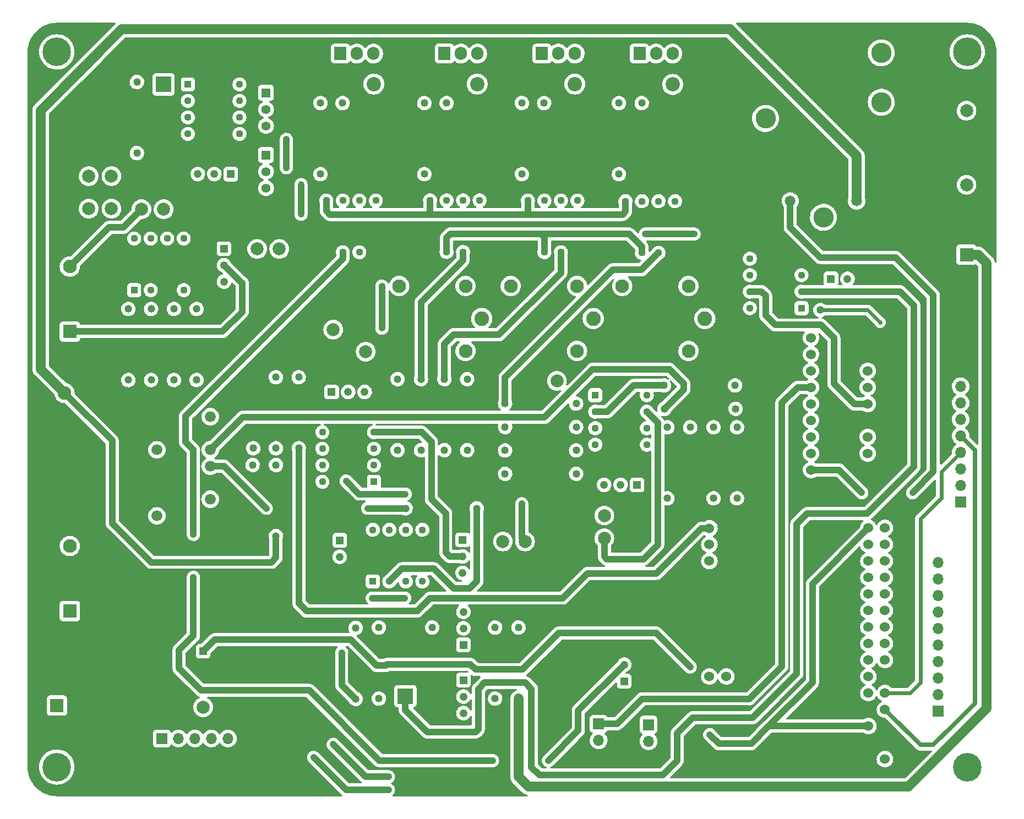
<source format=gbr>
%TF.GenerationSoftware,KiCad,Pcbnew,(6.0.0)*%
%TF.CreationDate,2022-02-11T13:12:22-03:00*%
%TF.ProjectId,Circuito de corriente,43697263-7569-4746-9f20-646520636f72,rev?*%
%TF.SameCoordinates,Original*%
%TF.FileFunction,Copper,L1,Top*%
%TF.FilePolarity,Positive*%
%FSLAX46Y46*%
G04 Gerber Fmt 4.6, Leading zero omitted, Abs format (unit mm)*
G04 Created by KiCad (PCBNEW (6.0.0)) date 2022-02-11 13:12:22*
%MOMM*%
%LPD*%
G01*
G04 APERTURE LIST*
%TA.AperFunction,ComponentPad*%
%ADD10C,1.190000*%
%TD*%
%TA.AperFunction,ComponentPad*%
%ADD11R,1.700000X1.700000*%
%TD*%
%TA.AperFunction,ComponentPad*%
%ADD12O,1.700000X1.700000*%
%TD*%
%TA.AperFunction,ComponentPad*%
%ADD13C,2.000000*%
%TD*%
%TA.AperFunction,ComponentPad*%
%ADD14R,1.130000X1.130000*%
%TD*%
%TA.AperFunction,ComponentPad*%
%ADD15C,1.130000*%
%TD*%
%TA.AperFunction,ComponentPad*%
%ADD16R,2.400000X2.400000*%
%TD*%
%TA.AperFunction,ComponentPad*%
%ADD17O,2.400000X2.400000*%
%TD*%
%TA.AperFunction,ComponentPad*%
%ADD18C,2.100000*%
%TD*%
%TA.AperFunction,ComponentPad*%
%ADD19C,2.250000*%
%TD*%
%TA.AperFunction,ComponentPad*%
%ADD20C,2.200000*%
%TD*%
%TA.AperFunction,ComponentPad*%
%ADD21R,1.905000X2.000000*%
%TD*%
%TA.AperFunction,ComponentPad*%
%ADD22O,1.905000X2.000000*%
%TD*%
%TA.AperFunction,ComponentPad*%
%ADD23R,1.218000X1.218000*%
%TD*%
%TA.AperFunction,ComponentPad*%
%ADD24C,1.218000*%
%TD*%
%TA.AperFunction,ComponentPad*%
%ADD25R,1.676400X1.676400*%
%TD*%
%TA.AperFunction,ComponentPad*%
%ADD26C,1.676400*%
%TD*%
%TA.AperFunction,ComponentPad*%
%ADD27R,2.100000X2.100000*%
%TD*%
%TA.AperFunction,ComponentPad*%
%ADD28R,1.524000X1.524000*%
%TD*%
%TA.AperFunction,ComponentPad*%
%ADD29C,1.524000*%
%TD*%
%TA.AperFunction,ComponentPad*%
%ADD30C,0.700000*%
%TD*%
%TA.AperFunction,ComponentPad*%
%ADD31C,4.400000*%
%TD*%
%TA.AperFunction,ComponentPad*%
%ADD32R,1.410000X1.410000*%
%TD*%
%TA.AperFunction,ComponentPad*%
%ADD33C,1.410000*%
%TD*%
%TA.AperFunction,ComponentPad*%
%ADD34R,1.200000X1.200000*%
%TD*%
%TA.AperFunction,ComponentPad*%
%ADD35C,1.200000*%
%TD*%
%TA.AperFunction,ComponentPad*%
%ADD36C,1.650000*%
%TD*%
%TA.AperFunction,ComponentPad*%
%ADD37C,3.116000*%
%TD*%
%TA.AperFunction,ViaPad*%
%ADD38C,1.000000*%
%TD*%
%TA.AperFunction,ViaPad*%
%ADD39C,0.700000*%
%TD*%
%TA.AperFunction,Conductor*%
%ADD40C,1.000000*%
%TD*%
%TA.AperFunction,Conductor*%
%ADD41C,0.600000*%
%TD*%
%TA.AperFunction,Conductor*%
%ADD42C,0.700000*%
%TD*%
%TA.AperFunction,Conductor*%
%ADD43C,1.500000*%
%TD*%
G04 APERTURE END LIST*
D10*
%TO.P,R29,1*%
%TO.N,/fromDAC_Vref*%
X116134000Y-132225000D03*
%TO.P,R29,2*%
%TO.N,Net-(R28-Pad2)*%
X116134000Y-121295000D03*
%TD*%
D11*
%TO.P,J2,1,Pin_1*%
%TO.N,/fromMicroC_DACI2C_SDA*%
X209200000Y-101925000D03*
D12*
%TO.P,J2,2,Pin_2*%
%TO.N,/fromMicroC_DACI2C_SCL*%
X209200000Y-99385000D03*
%TO.P,J2,3,Pin_3*%
%TO.N,/fromMicroC_ADC_RD*%
X209200000Y-96845000D03*
%TO.P,J2,4,Pin_4*%
%TO.N,/fromMicroC_ADC_RST*%
X209200000Y-94305000D03*
%TO.P,J2,5,Pin_5*%
%TO.N,/fromMicroC_ADC_CONV*%
X209200000Y-91765000D03*
%TO.P,J2,6,Pin_6*%
%TO.N,/fromMicroC_A6841ST1*%
X209200000Y-89225000D03*
%TO.P,J2,7,Pin_7*%
%TO.N,/fromMicroC_A6841SerialDataIN*%
X209200000Y-84145000D03*
%TO.P,J2,8,Pin_8*%
%TO.N,/fromMicroC_A6841CLK1*%
X209200000Y-86685000D03*
%TD*%
D13*
%TO.P,C2,1,1*%
%TO.N,GND*%
X117700000Y-75400000D03*
%TO.P,C2,2,2*%
%TO.N,/+12V1*%
X112700000Y-75400000D03*
%TD*%
D14*
%TO.P,U8,1,Off*%
%TO.N,Net-(RV8-Pad3)*%
X118976250Y-98810000D03*
D15*
%TO.P,U8,2,-In*%
%TO.N,Net-(R35-Pad2)*%
X118976250Y-96270000D03*
%TO.P,U8,3,+In*%
%TO.N,Net-(R31-Pad2)*%
X118976250Y-93730000D03*
%TO.P,U8,4,-Vs*%
%TO.N,/-12V*%
X118976250Y-91190000D03*
%TO.P,U8,5,Off*%
%TO.N,Net-(RV8-Pad1)*%
X111036250Y-91190000D03*
%TO.P,U8,6,Out*%
%TO.N,/toADC_LoadCurrent*%
X111036250Y-93730000D03*
%TO.P,U8,7,+Vs*%
%TO.N,/+12V1*%
X111036250Y-96270000D03*
%TO.P,U8,8,NC*%
%TO.N,unconnected-(U8-Pad8)*%
X111036250Y-98810000D03*
%TD*%
D16*
%TO.P,D2,1,K*%
%TO.N,/VI_3.3V*%
X123800000Y-131800000D03*
D17*
%TO.P,D2,2,A*%
%TO.N,GND*%
X123800000Y-121640000D03*
%TD*%
D18*
%TO.P,K2,1*%
%TO.N,/+12V2*%
X150200000Y-68700000D03*
%TO.P,K2,2*%
%TO.N,Net-(K2-Pad2)*%
X150200000Y-78700000D03*
%TO.P,K2,3,NO*%
%TO.N,Net-(K2-Pad3)*%
X140000000Y-68700000D03*
%TO.P,K2,4,NC*%
%TO.N,GND*%
X140000000Y-78700000D03*
D19*
%TO.P,K2,5,C*%
%TO.N,/PushPullOut*%
X152700000Y-73700000D03*
%TD*%
D10*
%TO.P,R27,1*%
%TO.N,Net-(R27-Pad1)*%
X127934000Y-121235000D03*
%TO.P,R27,2*%
%TO.N,GND*%
X127934000Y-132165000D03*
%TD*%
%TO.P,R10,1*%
%TO.N,Net-(K1-Pad3)*%
X126716666Y-51495000D03*
%TO.P,R10,2*%
%TO.N,/Circuito de control de corriente/GS2*%
X126716666Y-40565000D03*
%TD*%
%TO.P,R12,1*%
%TO.N,Net-(K2-Pad3)*%
X141716666Y-51495000D03*
%TO.P,R12,2*%
%TO.N,/Circuito de control de corriente/GS3*%
X141716666Y-40565000D03*
%TD*%
%TO.P,R30,1*%
%TO.N,Net-(R28-Pad2)*%
X134765000Y-102900000D03*
%TO.P,R30,2*%
%TO.N,/Error2*%
X123835000Y-102900000D03*
%TD*%
D20*
%TO.P,R11,1*%
%TO.N,/V2*%
X134850000Y-37630000D03*
%TO.P,R11,2*%
%TO.N,GND*%
X134850000Y-52630000D03*
%TD*%
D10*
%TO.P,R13,1*%
%TO.N,Net-(K3-Pad3)*%
X156650000Y-51495000D03*
%TO.P,R13,2*%
%TO.N,/Circuito de control de corriente/GS4*%
X156650000Y-40565000D03*
%TD*%
D13*
%TO.P,C9,1,1*%
%TO.N,/Adaptaci\u00F3n_Se\u00F1al_Control/Se\u00F1alControl*%
X78600000Y-51800000D03*
%TO.P,C9,2,2*%
%TO.N,Net-(C8-Pad2)*%
X78600000Y-56800000D03*
%TD*%
D21*
%TO.P,U55,1,G*%
%TO.N,/Circuito de control de corriente/GS1*%
X113810000Y-32945000D03*
D22*
%TO.P,U55,2,D*%
%TO.N,/CEP_Input+_MOS*%
X116350000Y-32945000D03*
%TO.P,U55,3,S*%
%TO.N,/V1*%
X118890000Y-32945000D03*
%TD*%
D10*
%TO.P,R34,1*%
%TO.N,/V4*%
X133300000Y-83035000D03*
%TO.P,R34,2*%
%TO.N,Net-(R31-Pad2)*%
X133300000Y-93965000D03*
%TD*%
%TO.P,R17,1*%
%TO.N,Net-(R16-Pad2)*%
X167600000Y-90435000D03*
%TO.P,R17,2*%
%TO.N,GND*%
X167600000Y-101365000D03*
%TD*%
D11*
%TO.P,U5,1,VOUT*%
%TO.N,/fromDAC_Vref*%
X86350000Y-138300000D03*
D12*
%TO.P,U5,2,VSS*%
%TO.N,unconnected-(U5-Pad2)*%
X88890000Y-138300000D03*
%TO.P,U5,3,VDD*%
%TO.N,/+3.3V*%
X91430000Y-138300000D03*
%TO.P,U5,4,SDA*%
%TO.N,/fromMicroC_DACI2C_SDA*%
X93970000Y-138300000D03*
%TO.P,U5,5,SCL*%
%TO.N,/fromMicroC_DACI2C_SCL*%
X96510000Y-138300000D03*
%TO.P,U5,6,AO*%
%TO.N,GND*%
X99050000Y-138300000D03*
%TD*%
D20*
%TO.P,R14,1*%
%TO.N,/V4*%
X164900000Y-37700000D03*
%TO.P,R14,2*%
%TO.N,GND*%
X164900000Y-52700000D03*
%TD*%
D14*
%TO.P,UA1,1,GND*%
%TO.N,/toMicroC_OverVoltageSignal*%
X184720000Y-72110000D03*
D15*
%TO.P,UA1,2,+*%
%TO.N,/VI_3.3V*%
X184720000Y-69570000D03*
%TO.P,UA1,3,-*%
%TO.N,/Proteccion Sobre Tension (53V)/3.5V*%
X184720000Y-67030000D03*
%TO.P,UA1,4,V-*%
%TO.N,GND*%
X184720000Y-64490000D03*
%TO.P,UA1,5,BAL*%
%TO.N,unconnected-(UA1-Pad5)*%
X176780000Y-64490000D03*
%TO.P,UA1,6,STRB*%
%TO.N,unconnected-(UA1-Pad6)*%
X176780000Y-67030000D03*
%TO.P,UA1,7*%
%TO.N,/+3.3V*%
X176780000Y-69570000D03*
%TO.P,UA1,8,V+*%
%TO.N,/+12V1*%
X176780000Y-72110000D03*
%TD*%
D23*
%TO.P,RV2,1,1*%
%TO.N,Net-(RV2-Pad1)*%
X96955250Y-51489629D03*
D24*
%TO.P,RV2,2,2*%
%TO.N,/-12V*%
X94415250Y-51489629D03*
%TO.P,RV2,3,3*%
%TO.N,Net-(RV2-Pad3)*%
X91875250Y-51489629D03*
%TD*%
D10*
%TO.P,R21,1*%
%TO.N,/V3*%
X139135000Y-90400000D03*
%TO.P,R21,2*%
%TO.N,Net-(C3-Pad2)*%
X150065000Y-90400000D03*
%TD*%
D11*
%TO.P,J1,1,Pin_1*%
%TO.N,/toMicroC_OverVoltageSignal*%
X205700000Y-134125000D03*
D12*
%TO.P,J1,2,Pin_2*%
%TO.N,/toMicroC_ADC_BUSY*%
X205700000Y-131585000D03*
%TO.P,J1,3,Pin_3*%
%TO.N,/toMicroC_ADC_DB0*%
X205700000Y-129045000D03*
%TO.P,J1,4,Pin_4*%
%TO.N,/toMicroC_ADC_DB1*%
X205700000Y-126505000D03*
%TO.P,J1,5,Pin_5*%
%TO.N,/toMicroC_ADC_DB2*%
X205700000Y-123965000D03*
%TO.P,J1,6,Pin_6*%
%TO.N,/toMicroC_ADC_DB3*%
X205700000Y-121425000D03*
%TO.P,J1,7,Pin_7*%
%TO.N,/toMicroC_ADC_DB4*%
X205700000Y-118885000D03*
%TO.P,J1,8,Pin_8*%
%TO.N,/toMicroC_ADC_DB5*%
X205700000Y-116345000D03*
%TO.P,J1,9,Pin_9*%
%TO.N,/toMicroC_ADC_DB6*%
X205700000Y-113805000D03*
%TO.P,J1,10,Pin_10*%
%TO.N,/toMicroC_ADC_DB7*%
X205700000Y-111265000D03*
%TD*%
D14*
%TO.P,U6,1,Off*%
%TO.N,Net-(RV3-Pad3)*%
X152992500Y-85490000D03*
D15*
%TO.P,U6,2,-In*%
%TO.N,Net-(R18-Pad2)*%
X152992500Y-88030000D03*
%TO.P,U6,3,+In*%
%TO.N,Net-(C3-Pad2)*%
X152992500Y-90570000D03*
%TO.P,U6,4,-Vs*%
%TO.N,/-12V*%
X152992500Y-93110000D03*
%TO.P,U6,5,Off*%
%TO.N,Net-(RV3-Pad1)*%
X160932500Y-93110000D03*
%TO.P,U6,6,Out*%
%TO.N,unconnected-(U6-Pad6)*%
X160932500Y-90570000D03*
%TO.P,U6,7,+Vs*%
%TO.N,/+12V1*%
X160932500Y-88030000D03*
%TO.P,U6,8,NC*%
%TO.N,unconnected-(U6-Pad8)*%
X160932500Y-85490000D03*
%TD*%
D21*
%TO.P,U22,1,G*%
%TO.N,/Circuito de control de corriente/GS4*%
X159810000Y-32945000D03*
D22*
%TO.P,U22,2,D*%
%TO.N,/CEP_Input+_MOS*%
X162350000Y-32945000D03*
%TO.P,U22,3,S*%
%TO.N,/V4*%
X164890000Y-32945000D03*
%TD*%
D25*
%TO.P,UB1,1,Y4*%
%TO.N,GND*%
X85580000Y-88820000D03*
D26*
%TO.P,UB1,2,Y6*%
X85580000Y-91360000D03*
%TO.P,UB1,3,Z*%
%TO.N,/Adaptaci\u00F3n_Se\u00F1al_Control/Error*%
X85580000Y-93900000D03*
%TO.P,UB1,4,Y7*%
%TO.N,GND*%
X85580000Y-96440000D03*
%TO.P,UB1,5,Y5*%
X85580000Y-98980000D03*
%TO.P,UB1,6,~{E}*%
X85580000Y-101520000D03*
%TO.P,UB1,7,VEE*%
%TO.N,/-5V*%
X85580000Y-104060000D03*
%TO.P,UB1,8,GND*%
%TO.N,GND*%
X85580000Y-106600000D03*
%TO.P,UB1,9,S2*%
X93800000Y-106580000D03*
%TO.P,UB1,10,S1*%
X93800000Y-104040000D03*
%TO.P,UB1,11,S0*%
%TO.N,/fromMicroC_FBLSelection*%
X93800000Y-101500000D03*
%TO.P,UB1,12,Y3*%
%TO.N,GND*%
X93800000Y-98960000D03*
%TO.P,UB1,13,Y0*%
%TO.N,/Error2*%
X93800000Y-96420000D03*
%TO.P,UB1,14,Y1*%
%TO.N,/Error1*%
X93800000Y-93880000D03*
%TO.P,UB1,15,Y2*%
%TO.N,GND*%
X93800000Y-91340000D03*
%TO.P,UB1,16,VCC*%
%TO.N,/+5V*%
X93800000Y-88800000D03*
%TD*%
D27*
%TO.P,J5,1,Pin_1*%
%TO.N,/+5V*%
X72200000Y-118700000D03*
D18*
%TO.P,J5,2,Pin_2*%
%TO.N,GND*%
X72200000Y-113700000D03*
%TO.P,J5,3,Pin_3*%
%TO.N,/-5V*%
X72200000Y-108700000D03*
%TD*%
D28*
%TO.P,U3,1,VEE*%
%TO.N,GND*%
X194900000Y-97000000D03*
D29*
%TO.P,U3,2,CLOCK*%
%TO.N,/fromMicroC_A6841CLK1*%
X194900000Y-94460000D03*
%TO.P,U3,3,SERIAL_DATA_IN*%
%TO.N,/fromMicroC_A6841SerialDataIN*%
X194900000Y-91920000D03*
%TO.P,U3,4,LOGIC_GROUND*%
%TO.N,GND*%
X194900000Y-89380000D03*
%TO.P,U3,5,LOGIC_SUPPLY*%
%TO.N,/+3.3V*%
X194900000Y-86840000D03*
%TO.P,U3,6,SERIAL_DATA_OUT*%
%TO.N,unconnected-(U3-Pad6)*%
X194900000Y-84300000D03*
%TO.P,U3,7,STROBE*%
%TO.N,/fromMicroC_A6841ST1*%
X194900000Y-81760000D03*
%TO.P,U3,8,OUTPUT_ENABLE*%
%TO.N,GND*%
X194900000Y-79220000D03*
%TO.P,U3,9,VEE*%
X194900000Y-76680000D03*
%TO.P,U3,10,K*%
%TO.N,/+12V2*%
X186200000Y-76680000D03*
%TO.P,U3,11,OUT_8*%
%TO.N,unconnected-(U3-Pad11)*%
X186200000Y-79220000D03*
%TO.P,U3,12,OUT_7*%
%TO.N,unconnected-(U3-Pad12)*%
X186200000Y-81760000D03*
%TO.P,U3,13,OUT_6*%
%TO.N,/fromA6841_toFanEnable*%
X186200000Y-84300000D03*
%TO.P,U3,14,OUT_5*%
%TO.N,Net-(K3-Pad2)*%
X186200000Y-86840000D03*
%TO.P,U3,15,OUT_4*%
%TO.N,Net-(K2-Pad2)*%
X186200000Y-89380000D03*
%TO.P,U3,16,OUT_3*%
%TO.N,Net-(K1-Pad2)*%
X186200000Y-91920000D03*
%TO.P,U3,17,OUT_2*%
%TO.N,/fromA6841_FeedbackLoopSelection*%
X186200000Y-94460000D03*
%TO.P,U3,18,OUT_1*%
%TO.N,/fromA6841_PowerEnable*%
X186200000Y-97000000D03*
%TD*%
D13*
%TO.P,C15,1,1*%
%TO.N,GND*%
X142200000Y-113000000D03*
%TO.P,C15,2,2*%
%TO.N,/+12V1*%
X142200000Y-108000000D03*
%TD*%
D10*
%TO.P,R7,1*%
%TO.N,/Adaptaci\u00F3n_Se\u00F1al_Control/Se\u00F1alControl*%
X82515250Y-48254629D03*
%TO.P,R7,2*%
%TO.N,/Adaptaci\u00F3n_Se\u00F1al_Control/PushPullIN*%
X82515250Y-37324629D03*
%TD*%
D23*
%TO.P,RV9,1,1*%
%TO.N,/+5V*%
X157460000Y-129485000D03*
D24*
%TO.P,RV9,2,2*%
%TO.N,/ILimit_Vref*%
X157460000Y-126945000D03*
%TO.P,RV9,3,3*%
%TO.N,GND*%
X157460000Y-124405000D03*
%TD*%
D10*
%TO.P,ROp1,1*%
%TO.N,/Circuito de control de corriente/GS1*%
X114150000Y-40565000D03*
%TO.P,ROp1,2*%
%TO.N,GND*%
X114150000Y-51495000D03*
%TD*%
%TO.P,R15,1*%
%TO.N,/fromDAC_Vref*%
X174800000Y-90435000D03*
%TO.P,R15,2*%
%TO.N,Net-(R15-Pad2)*%
X174800000Y-101365000D03*
%TD*%
%TO.P,R39,1*%
%TO.N,/toMicroC_OverVoltageSignal*%
X187635000Y-72400000D03*
%TO.P,R39,2*%
%TO.N,GND*%
X198565000Y-72400000D03*
%TD*%
%TO.P,R19,1*%
%TO.N,/V1*%
X139135000Y-97600000D03*
%TO.P,R19,2*%
%TO.N,Net-(C3-Pad2)*%
X150065000Y-97600000D03*
%TD*%
D14*
%TO.P,UA5,1,GND*%
%TO.N,GND*%
X157640000Y-63600000D03*
D15*
%TO.P,UA5,2,+*%
%TO.N,/ILimit_Vref*%
X160180000Y-63600000D03*
%TO.P,UA5,3,-*%
%TO.N,/V4*%
X162720000Y-63600000D03*
%TO.P,UA5,4,V-*%
%TO.N,GND*%
X165260000Y-63600000D03*
%TO.P,UA5,5,BAL*%
%TO.N,unconnected-(UA5-Pad5)*%
X165260000Y-55660000D03*
%TO.P,UA5,6,STRB*%
%TO.N,unconnected-(UA5-Pad6)*%
X162720000Y-55660000D03*
%TO.P,UA5,7*%
%TO.N,/Circuito de control de corriente/GS4*%
X160180000Y-55660000D03*
%TO.P,UA5,8,V+*%
%TO.N,/+12V1*%
X157640000Y-55660000D03*
%TD*%
D10*
%TO.P,R16,1*%
%TO.N,Net-(R15-Pad2)*%
X171200000Y-101365000D03*
%TO.P,R16,2*%
%TO.N,Net-(R16-Pad2)*%
X171200000Y-90435000D03*
%TD*%
D14*
%TO.P,UA3,1,GND*%
%TO.N,GND*%
X127590000Y-63470000D03*
D15*
%TO.P,UA3,2,+*%
%TO.N,/ILimit_Vref*%
X130130000Y-63470000D03*
%TO.P,UA3,3,-*%
%TO.N,/V2*%
X132670000Y-63470000D03*
%TO.P,UA3,4,V-*%
%TO.N,GND*%
X135210000Y-63470000D03*
%TO.P,UA3,5,BAL*%
%TO.N,unconnected-(UA3-Pad5)*%
X135210000Y-55530000D03*
%TO.P,UA3,6,STRB*%
%TO.N,unconnected-(UA3-Pad6)*%
X132670000Y-55530000D03*
%TO.P,UA3,7*%
%TO.N,/Circuito de control de corriente/GS2*%
X130130000Y-55530000D03*
%TO.P,UA3,8,V+*%
%TO.N,/+12V1*%
X127590000Y-55530000D03*
%TD*%
D13*
%TO.P,C6,1,1*%
%TO.N,/-12V*%
X101000000Y-63000000D03*
%TO.P,C6,2,2*%
%TO.N,GND*%
X101000000Y-68000000D03*
%TD*%
D10*
%TO.P,R23,1*%
%TO.N,Net-(R18-Pad2)*%
X163585000Y-84000000D03*
%TO.P,R23,2*%
%TO.N,Net-(R23-Pad2)*%
X174515000Y-84000000D03*
%TD*%
D14*
%TO.P,UA4,1,GND*%
%TO.N,GND*%
X142640000Y-63500000D03*
D15*
%TO.P,UA4,2,+*%
%TO.N,/ILimit_Vref*%
X145180000Y-63500000D03*
%TO.P,UA4,3,-*%
%TO.N,/V3*%
X147720000Y-63500000D03*
%TO.P,UA4,4,V-*%
%TO.N,GND*%
X150260000Y-63500000D03*
%TO.P,UA4,5,BAL*%
%TO.N,unconnected-(UA4-Pad5)*%
X150260000Y-55560000D03*
%TO.P,UA4,6,STRB*%
%TO.N,unconnected-(UA4-Pad6)*%
X147720000Y-55560000D03*
%TO.P,UA4,7*%
%TO.N,/Circuito de control de corriente/GS3*%
X145180000Y-55560000D03*
%TO.P,UA4,8,V+*%
%TO.N,/+12V1*%
X142640000Y-55560000D03*
%TD*%
D30*
%TO.P,H1,1*%
%TO.N,N/C*%
X69033274Y-31533274D03*
X70200000Y-31050000D03*
X71366726Y-31533274D03*
X70200000Y-34350000D03*
D31*
X70200000Y-32700000D03*
D30*
X68550000Y-32700000D03*
X69033274Y-33866726D03*
X71850000Y-32700000D03*
X71366726Y-33866726D03*
%TD*%
D10*
%TO.P,R25,1*%
%TO.N,/CEP_Input+*%
X141200000Y-132165000D03*
%TO.P,R25,2*%
%TO.N,Net-(R25-Pad2)*%
X141200000Y-121235000D03*
%TD*%
D23*
%TO.P,RV3,1,1*%
%TO.N,Net-(RV3-Pad1)*%
X159440000Y-99300000D03*
D24*
%TO.P,RV3,2,2*%
%TO.N,/-12V*%
X156900000Y-99300000D03*
%TO.P,RV3,3,3*%
%TO.N,Net-(RV3-Pad3)*%
X154360000Y-99300000D03*
%TD*%
D13*
%TO.P,C14,1,1*%
%TO.N,GND*%
X138800000Y-113000000D03*
%TO.P,C14,2,2*%
%TO.N,/-12V*%
X138800000Y-108000000D03*
%TD*%
D10*
%TO.P,R8,1*%
%TO.N,/PushPullOut*%
X110750000Y-51495000D03*
%TO.P,R8,2*%
%TO.N,/Circuito de control de corriente/GS1*%
X110750000Y-40565000D03*
%TD*%
D30*
%TO.P,H4,1*%
%TO.N,N/C*%
X71366726Y-143866726D03*
X69033274Y-143866726D03*
X68550000Y-142700000D03*
X70200000Y-141050000D03*
X69033274Y-141533274D03*
X71366726Y-141533274D03*
X70200000Y-144350000D03*
D31*
X70200000Y-142700000D03*
D30*
X71850000Y-142700000D03*
%TD*%
D23*
%TO.P,RV6,1,1*%
%TO.N,/+5V*%
X113700000Y-107815000D03*
D24*
%TO.P,RV6,2,2*%
%TO.N,/Lazo Realimentacion de Voltaje (Lazo 2)/1.1V*%
X113700000Y-110355000D03*
%TO.P,RV6,3,3*%
%TO.N,GND*%
X113700000Y-112895000D03*
%TD*%
D10*
%TO.P,R28,1*%
%TO.N,/VI_3.3V*%
X119734000Y-132165000D03*
%TO.P,R28,2*%
%TO.N,Net-(R28-Pad2)*%
X119734000Y-121235000D03*
%TD*%
%TO.P,R36,1*%
%TO.N,Net-(R35-Pad2)*%
X103900000Y-93665000D03*
%TO.P,R36,2*%
%TO.N,Net-(R36-Pad2)*%
X103900000Y-82735000D03*
%TD*%
D21*
%TO.P,U18,1,G*%
%TO.N,/Circuito de control de corriente/GS2*%
X129810000Y-32945000D03*
D22*
%TO.P,U18,2,D*%
%TO.N,/CEP_Input+_MOS*%
X132350000Y-32945000D03*
%TO.P,U18,3,S*%
%TO.N,/V2*%
X134890000Y-32945000D03*
%TD*%
D13*
%TO.P,C5,1,1*%
%TO.N,GND*%
X159400000Y-107500000D03*
%TO.P,C5,2,2*%
%TO.N,/+12V1*%
X154400000Y-107500000D03*
%TD*%
D18*
%TO.P,K3,1*%
%TO.N,/+12V2*%
X167350000Y-68700000D03*
%TO.P,K3,2*%
%TO.N,Net-(K3-Pad2)*%
X167350000Y-78700000D03*
%TO.P,K3,3,NO*%
%TO.N,Net-(K3-Pad3)*%
X157150000Y-68700000D03*
%TO.P,K3,4,NC*%
%TO.N,GND*%
X157150000Y-78700000D03*
D19*
%TO.P,K3,5,C*%
%TO.N,/PushPullOut*%
X169850000Y-73700000D03*
%TD*%
D14*
%TO.P,UA2,1,GND*%
%TO.N,GND*%
X111640000Y-63500000D03*
D15*
%TO.P,UA2,2,+*%
%TO.N,/ILimit_Vref*%
X114180000Y-63500000D03*
%TO.P,UA2,3,-*%
%TO.N,/V1*%
X116720000Y-63500000D03*
%TO.P,UA2,4,V-*%
%TO.N,GND*%
X119260000Y-63500000D03*
%TO.P,UA2,5,BAL*%
%TO.N,unconnected-(UA2-Pad5)*%
X119260000Y-55560000D03*
%TO.P,UA2,6,STRB*%
%TO.N,unconnected-(UA2-Pad6)*%
X116720000Y-55560000D03*
%TO.P,UA2,7*%
%TO.N,/Circuito de control de corriente/GS1*%
X114180000Y-55560000D03*
%TO.P,UA2,8,V+*%
%TO.N,/+12V1*%
X111640000Y-55560000D03*
%TD*%
D13*
%TO.P,C12,1,1*%
%TO.N,/+3.3V*%
X92700000Y-133500000D03*
%TO.P,C12,2,2*%
%TO.N,GND*%
X97700000Y-133500000D03*
%TD*%
D10*
%TO.P,R3,1*%
%TO.N,/Adaptaci\u00F3n_Se\u00F1al_Control/Error*%
X91700000Y-83165000D03*
%TO.P,R3,2*%
%TO.N,Net-(R3-Pad2)*%
X91700000Y-72235000D03*
%TD*%
%TO.P,R20,1*%
%TO.N,/V2*%
X139135000Y-94000000D03*
%TO.P,R20,2*%
%TO.N,Net-(C3-Pad2)*%
X150065000Y-94000000D03*
%TD*%
D13*
%TO.P,U16,1*%
%TO.N,/CEP_Input+*%
X210096000Y-53132000D03*
%TO.P,U16,2*%
%TO.N,Net-(K4-PadNC)*%
X210096000Y-41732000D03*
%TD*%
D10*
%TO.P,R5,1*%
%TO.N,Net-(R4-Pad2)*%
X84700000Y-72235000D03*
%TO.P,R5,2*%
%TO.N,Net-(R5-Pad2)*%
X84700000Y-83165000D03*
%TD*%
D14*
%TO.P,U1,1,Off*%
%TO.N,Net-(RV1-Pad3)*%
X82090000Y-69338750D03*
D15*
%TO.P,U1,2,-In*%
%TO.N,Net-(R4-Pad2)*%
X84630000Y-69338750D03*
%TO.P,U1,3,+In*%
%TO.N,GND*%
X87170000Y-69338750D03*
%TO.P,U1,4,-Vs*%
%TO.N,/-12V*%
X89710000Y-69338750D03*
%TO.P,U1,5,Off*%
%TO.N,Net-(RV1-Pad1)*%
X89710000Y-61398750D03*
%TO.P,U1,6,Out*%
%TO.N,/Adaptaci\u00F3n_Se\u00F1al_Control/Se\u00F1alControl*%
X87170000Y-61398750D03*
%TO.P,U1,7,+Vs*%
%TO.N,/+12V1*%
X84630000Y-61398750D03*
%TO.P,U1,8,NC*%
%TO.N,unconnected-(U1-Pad8)*%
X82090000Y-61398750D03*
%TD*%
D13*
%TO.P,C11,1,1*%
%TO.N,GND*%
X83215250Y-51889629D03*
%TO.P,C11,2,2*%
%TO.N,/+12V1*%
X83215250Y-56889629D03*
%TD*%
D21*
%TO.P,U20,1,G*%
%TO.N,/Circuito de control de corriente/GS3*%
X144810000Y-32945000D03*
D22*
%TO.P,U20,2,D*%
%TO.N,/CEP_Input+_MOS*%
X147350000Y-32945000D03*
%TO.P,U20,3,S*%
%TO.N,/V3*%
X149890000Y-32945000D03*
%TD*%
D18*
%TO.P,J6,1,Pin_1*%
%TO.N,/+12V1*%
X72200000Y-65700000D03*
%TO.P,J6,2,Pin_2*%
%TO.N,GND*%
X72200000Y-70700000D03*
D27*
%TO.P,J6,3,Pin_3*%
%TO.N,/-12V*%
X72200000Y-75700000D03*
%TD*%
D23*
%TO.P,RV4,1,1*%
%TO.N,Net-(RV4-Pad1)*%
X132734000Y-129320000D03*
D24*
%TO.P,RV4,2,2*%
%TO.N,/toADC_LoadVoltage*%
X132734000Y-131860000D03*
%TO.P,RV4,3,3*%
%TO.N,Net-(R26-Pad2)*%
X132734000Y-134400000D03*
%TD*%
D13*
%TO.P,C4,1,1*%
%TO.N,/-12V*%
X154400000Y-104000000D03*
%TO.P,C4,2,2*%
%TO.N,GND*%
X159400000Y-104000000D03*
%TD*%
D20*
%TO.P,R9,1*%
%TO.N,/V1*%
X118950000Y-37630000D03*
%TO.P,R9,2*%
%TO.N,GND*%
X118950000Y-52630000D03*
%TD*%
D10*
%TO.P,R35,1*%
%TO.N,GND*%
X100400000Y-82735000D03*
%TO.P,R35,2*%
%TO.N,Net-(R35-Pad2)*%
X100400000Y-93665000D03*
%TD*%
%TO.P,R38,1*%
%TO.N,Net-(R36-Pad2)*%
X107400000Y-82735000D03*
%TO.P,R38,2*%
%TO.N,/toADC_LoadCurrent*%
X107400000Y-93665000D03*
%TD*%
D23*
%TO.P,RV1,1,1*%
%TO.N,Net-(RV1-Pad1)*%
X95900000Y-62960000D03*
D24*
%TO.P,RV1,2,2*%
%TO.N,/-12V*%
X95900000Y-65500000D03*
%TO.P,RV1,3,3*%
%TO.N,Net-(RV1-Pad3)*%
X95900000Y-68040000D03*
%TD*%
D10*
%TO.P,R32,1*%
%TO.N,/V2*%
X126200000Y-83035000D03*
%TO.P,R32,2*%
%TO.N,Net-(R31-Pad2)*%
X126200000Y-93965000D03*
%TD*%
D30*
%TO.P,H2,1*%
%TO.N,N/C*%
X210200000Y-31050000D03*
X209033274Y-33866726D03*
X208550000Y-32700000D03*
D31*
X210200000Y-32700000D03*
D30*
X211850000Y-32700000D03*
X211366726Y-31533274D03*
X210200000Y-34350000D03*
X209033274Y-31533274D03*
X211366726Y-33866726D03*
%TD*%
D10*
%TO.P,R18,1*%
%TO.N,Net-(R15-Pad2)*%
X164100000Y-101365000D03*
%TO.P,R18,2*%
%TO.N,Net-(R18-Pad2)*%
X164100000Y-90435000D03*
%TD*%
%TO.P,R31,1*%
%TO.N,/V1*%
X122600000Y-83035000D03*
%TO.P,R31,2*%
%TO.N,Net-(R31-Pad2)*%
X122600000Y-93965000D03*
%TD*%
D18*
%TO.P,J3,1,Pin_1*%
%TO.N,/+12V2*%
X71376098Y-85160000D03*
D27*
%TO.P,J3,2,Pin_2*%
%TO.N,GND*%
X71376098Y-90240000D03*
%TD*%
D10*
%TO.P,ROp3,1*%
%TO.N,/Circuito de control de corriente/GS3*%
X145150000Y-40565000D03*
%TO.P,ROp3,2*%
%TO.N,GND*%
X145150000Y-51495000D03*
%TD*%
D20*
%TO.P,R37,1*%
%TO.N,/V3*%
X149850000Y-37630000D03*
%TO.P,R37,2*%
%TO.N,GND*%
X149850000Y-52630000D03*
%TD*%
D29*
%TO.P,U4,*%
%TO.N,*%
X170550000Y-128775000D03*
X173166000Y-128775000D03*
%TO.P,U4,1,+5V*%
%TO.N,/+5V*%
X197550000Y-141475000D03*
%TO.P,U4,2,OS0*%
%TO.N,GND*%
X197550000Y-138935000D03*
%TO.P,U4,3,OS2*%
X197550000Y-136395000D03*
%TO.P,U4,4,CVA*%
%TO.N,/fromMicroC_ADC_CONV*%
X197550000Y-133855000D03*
%TO.P,U4,5,RST*%
%TO.N,/fromMicroC_ADC_RST*%
X197550000Y-131315000D03*
%TO.P,U4,6,CS*%
%TO.N,GND*%
X197550000Y-128775000D03*
%TO.P,U4,7,VIO*%
%TO.N,/+3.3V*%
X197550000Y-126235000D03*
%TO.P,U4,8,DB0*%
%TO.N,/toMicroC_ADC_DB0*%
X197550000Y-123695000D03*
%TO.P,U4,9,DB2*%
%TO.N,/toMicroC_ADC_DB2*%
X197550000Y-121155000D03*
%TO.P,U4,10,DB4*%
%TO.N,/toMicroC_ADC_DB4*%
X197550000Y-118615000D03*
%TO.P,U4,11,DB6*%
%TO.N,/toMicroC_ADC_DB6*%
X197550000Y-116075000D03*
%TO.P,U4,12,DB8*%
%TO.N,unconnected-(U4-Pad12)*%
X197550000Y-113535000D03*
%TO.P,U4,13,DB10*%
%TO.N,unconnected-(U4-Pad13)*%
X197550000Y-110995000D03*
%TO.P,U4,14,DB12*%
%TO.N,unconnected-(U4-Pad14)*%
X197550000Y-108455000D03*
%TO.P,U4,15,DB14*%
%TO.N,/+3.3V*%
X197550000Y-105915000D03*
%TO.P,U4,16,DB15*%
X195010000Y-105915000D03*
%TO.P,U4,17,DB13*%
%TO.N,unconnected-(U4-Pad17)*%
X195010000Y-108455000D03*
%TO.P,U4,18,DB11*%
%TO.N,unconnected-(U4-Pad18)*%
X195010000Y-110995000D03*
%TO.P,U4,19,DB9*%
%TO.N,unconnected-(U4-Pad19)*%
X195010000Y-113535000D03*
%TO.P,U4,20,DB7*%
%TO.N,/toMicroC_ADC_DB7*%
X195010000Y-116075000D03*
%TO.P,U4,21,DB5*%
%TO.N,/toMicroC_ADC_DB5*%
X195010000Y-118615000D03*
%TO.P,U4,22,DB3*%
%TO.N,/toMicroC_ADC_DB3*%
X195010000Y-121155000D03*
%TO.P,U4,23,DB1*%
%TO.N,/toMicroC_ADC_DB1*%
X195010000Y-123695000D03*
%TO.P,U4,24,FRST*%
%TO.N,unconnected-(U4-Pad24)*%
X195010000Y-126235000D03*
%TO.P,U4,25,BUSY*%
%TO.N,/toMicroC_ADC_BUSY*%
X195010000Y-128775000D03*
%TO.P,U4,26,RD*%
%TO.N,/fromMicroC_ADC_RD*%
X195010000Y-131315000D03*
%TO.P,U4,27,CVB*%
%TO.N,GND*%
X195010000Y-133855000D03*
%TO.P,U4,28,RAGE*%
%TO.N,/+3.3V*%
X195010000Y-136395000D03*
%TO.P,U4,29,OS1*%
%TO.N,GND*%
X195010000Y-138935000D03*
%TO.P,U4,30,GND*%
X195010000Y-141475000D03*
%TO.P,U4,31,GND_8*%
X173166000Y-123695000D03*
%TO.P,U4,32,GND_7*%
X173166000Y-121155000D03*
%TO.P,U4,33,GND_6*%
X173166000Y-118615000D03*
%TO.P,U4,34,GND_5*%
X173166000Y-116075000D03*
%TO.P,U4,35,GND_4*%
X173166000Y-113535000D03*
%TO.P,U4,36,GND_3*%
X173166000Y-110995000D03*
%TO.P,U4,37,GND_2*%
X173166000Y-108455000D03*
%TO.P,U4,38,GND_1*%
X173166000Y-105975000D03*
%TO.P,U4,39,V1*%
%TO.N,/toADC_LoadCurrent*%
X170550000Y-105975000D03*
%TO.P,U4,40,V2*%
%TO.N,/toADC_LoadVoltage*%
X170550000Y-108455000D03*
%TO.P,U4,41,V3*%
%TO.N,/toADC_MOSFETsTemp*%
X170550000Y-110995000D03*
%TO.P,U4,42,V4*%
%TO.N,GND*%
X170550000Y-113535000D03*
%TO.P,U4,43,V5*%
X170550000Y-116075000D03*
%TO.P,U4,44,V6*%
X170550000Y-118615000D03*
%TO.P,U4,45,V7*%
X170550000Y-121155000D03*
%TO.P,U4,46,V8*%
X170550000Y-123695000D03*
%TD*%
D14*
%TO.P,U7,1,Off*%
%TO.N,Net-(RV7-Pad3)*%
X118790000Y-114145000D03*
D15*
%TO.P,U7,2,-In*%
%TO.N,Net-(R28-Pad2)*%
X121330000Y-114145000D03*
%TO.P,U7,3,+In*%
%TO.N,/Lazo Realimentacion de Voltaje (Lazo 2)/1.1V*%
X123870000Y-114145000D03*
%TO.P,U7,4,-Vs*%
%TO.N,/-12V*%
X126410000Y-114145000D03*
%TO.P,U7,5,Off*%
%TO.N,Net-(RV7-Pad1)*%
X126410000Y-106205000D03*
%TO.P,U7,6,Out*%
%TO.N,/Error2*%
X123870000Y-106205000D03*
%TO.P,U7,7,+Vs*%
%TO.N,/+12V1*%
X121330000Y-106205000D03*
%TO.P,U7,8,NC*%
%TO.N,unconnected-(U7-Pad8)*%
X118790000Y-106205000D03*
%TD*%
D18*
%TO.P,K1,1*%
%TO.N,/+12V2*%
X133050000Y-68700000D03*
%TO.P,K1,2*%
%TO.N,Net-(K1-Pad2)*%
X133050000Y-78700000D03*
%TO.P,K1,3,NO*%
%TO.N,Net-(K1-Pad3)*%
X122850000Y-68700000D03*
%TO.P,K1,4,NC*%
%TO.N,GND*%
X122850000Y-78700000D03*
D19*
%TO.P,K1,5,C*%
%TO.N,/PushPullOut*%
X135550000Y-73700000D03*
%TD*%
D32*
%TO.P,Q2,1,C*%
%TO.N,/PushPullOut*%
X102362750Y-48549629D03*
D33*
%TO.P,Q2,2,B*%
%TO.N,Net-(Q1-Pad2)*%
X102362750Y-51089629D03*
%TO.P,Q2,3,E*%
%TO.N,/-12V*%
X102362750Y-53629629D03*
%TD*%
D31*
%TO.P,H3,1*%
%TO.N,N/C*%
X210200000Y-142700000D03*
D30*
X208550000Y-142700000D03*
X211366726Y-141533274D03*
X210200000Y-144350000D03*
X211850000Y-142700000D03*
X209033274Y-141533274D03*
X211366726Y-143866726D03*
X210200000Y-141050000D03*
X209033274Y-143866726D03*
%TD*%
D13*
%TO.P,C1,1,1*%
%TO.N,/-12V*%
X117700000Y-78800000D03*
%TO.P,C1,2,2*%
%TO.N,GND*%
X112700000Y-78800000D03*
%TD*%
D10*
%TO.P,ROp2,1*%
%TO.N,/Circuito de control de corriente/GS2*%
X130150000Y-40565000D03*
%TO.P,ROp2,2*%
%TO.N,GND*%
X130150000Y-51495000D03*
%TD*%
%TO.P,R22,1*%
%TO.N,/V4*%
X139135000Y-86800000D03*
%TO.P,R22,2*%
%TO.N,Net-(C3-Pad2)*%
X150065000Y-86800000D03*
%TD*%
%TO.P,R2,1*%
%TO.N,/fromMicroC_FBLSelection*%
X100300000Y-96235000D03*
%TO.P,R2,2*%
%TO.N,GND*%
X100300000Y-107165000D03*
%TD*%
%TO.P,ROp4,1*%
%TO.N,/Circuito de control de corriente/GS4*%
X160150000Y-40565000D03*
%TO.P,ROp4,2*%
%TO.N,GND*%
X160150000Y-51495000D03*
%TD*%
D16*
%TO.P,D1,1,K*%
%TO.N,/Adaptaci\u00F3n_Se\u00F1al_Control/PushPullIN*%
X86615250Y-37689629D03*
D17*
%TO.P,D1,2,A*%
%TO.N,GND*%
X86615250Y-47849629D03*
%TD*%
D10*
%TO.P,R26,1*%
%TO.N,Net-(R25-Pad2)*%
X137600000Y-121235000D03*
%TO.P,R26,2*%
%TO.N,Net-(R26-Pad2)*%
X137600000Y-132165000D03*
%TD*%
D13*
%TO.P,C10,1,1*%
%TO.N,/-12V*%
X86615250Y-56889629D03*
%TO.P,C10,2,2*%
%TO.N,GND*%
X86615250Y-51889629D03*
%TD*%
D23*
%TO.P,RV7,1,1*%
%TO.N,Net-(RV7-Pad1)*%
X132600000Y-107760000D03*
D24*
%TO.P,RV7,2,2*%
%TO.N,/-12V*%
X132600000Y-110300000D03*
%TO.P,RV7,3,3*%
%TO.N,Net-(RV7-Pad3)*%
X132600000Y-112840000D03*
%TD*%
D10*
%TO.P,R33,1*%
%TO.N,/V3*%
X129800000Y-83035000D03*
%TO.P,R33,2*%
%TO.N,Net-(R31-Pad2)*%
X129800000Y-93965000D03*
%TD*%
D34*
%TO.P,C13,1*%
%TO.N,/+3.3V*%
X92700000Y-124900000D03*
D35*
%TO.P,C13,2*%
%TO.N,GND*%
X97700000Y-124900000D03*
%TD*%
D12*
%TO.P,U13,1,+VS*%
%TO.N,/+5V*%
X161200000Y-138715000D03*
%TO.P,U13,2,GND*%
%TO.N,GND*%
X161200000Y-141255000D03*
D11*
%TO.P,U13,3,Vout*%
%TO.N,/toADC_MOSFETsTemp*%
X161200000Y-136175000D03*
%TD*%
D13*
%TO.P,C3,1,1*%
%TO.N,GND*%
X142100000Y-83300000D03*
%TO.P,C3,2,2*%
%TO.N,Net-(C3-Pad2)*%
X147100000Y-83300000D03*
%TD*%
D10*
%TO.P,R24,1*%
%TO.N,Net-(R23-Pad2)*%
X174565000Y-87600000D03*
%TO.P,R24,2*%
%TO.N,/Error1*%
X163635000Y-87600000D03*
%TD*%
D13*
%TO.P,C7,1,1*%
%TO.N,GND*%
X104400000Y-68000000D03*
%TO.P,C7,2,2*%
%TO.N,/+12V1*%
X104400000Y-63000000D03*
%TD*%
D10*
%TO.P,R1,1*%
%TO.N,/+12V2*%
X103900000Y-107165000D03*
%TO.P,R1,2*%
%TO.N,/fromMicroC_FBLSelection*%
X103900000Y-96235000D03*
%TD*%
D23*
%TO.P,RV8,1,1*%
%TO.N,Net-(RV8-Pad1)*%
X112460000Y-85000000D03*
D24*
%TO.P,RV8,2,2*%
%TO.N,/-12V*%
X115000000Y-85000000D03*
%TO.P,RV8,3,3*%
%TO.N,Net-(RV8-Pad3)*%
X117540000Y-85000000D03*
%TD*%
D13*
%TO.P,C8,1,1*%
%TO.N,/Adaptaci\u00F3n_Se\u00F1al_Control/Se\u00F1alControl*%
X75100000Y-51800000D03*
%TO.P,C8,2,2*%
%TO.N,Net-(C8-Pad2)*%
X75100000Y-56800000D03*
%TD*%
D23*
%TO.P,RV5,1,1*%
%TO.N,Net-(RV4-Pad1)*%
X132734000Y-123900000D03*
D24*
%TO.P,RV5,2,2*%
%TO.N,/VI_3.3V*%
X132734000Y-121360000D03*
%TO.P,RV5,3,3*%
%TO.N,Net-(R27-Pad1)*%
X132734000Y-118820000D03*
%TD*%
D18*
%TO.P,J7,1,Pin_1*%
%TO.N,GND*%
X210096000Y-68972000D03*
D27*
%TO.P,J7,2,Pin_2*%
%TO.N,/CEP_Input+*%
X210096000Y-63892000D03*
%TD*%
D32*
%TO.P,Q1,1,C*%
%TO.N,/+12V1*%
X102362750Y-38993210D03*
D33*
%TO.P,Q1,2,B*%
%TO.N,Net-(Q1-Pad2)*%
X102362750Y-41533210D03*
%TO.P,Q1,3,E*%
%TO.N,/PushPullOut*%
X102362750Y-44073210D03*
%TD*%
D10*
%TO.P,R6,1*%
%TO.N,Net-(R5-Pad2)*%
X81200000Y-83165000D03*
%TO.P,R6,2*%
%TO.N,Net-(C8-Pad2)*%
X81200000Y-72235000D03*
%TD*%
D14*
%TO.P,U2,1,Off*%
%TO.N,Net-(RV2-Pad3)*%
X90345250Y-37679629D03*
D15*
%TO.P,U2,2,-In*%
%TO.N,unconnected-(U2-Pad2)*%
X90345250Y-40219629D03*
%TO.P,U2,3,+In*%
%TO.N,/Adaptaci\u00F3n_Se\u00F1al_Control/PushPullIN*%
X90345250Y-42759629D03*
%TO.P,U2,4,-Vs*%
%TO.N,/-12V*%
X90345250Y-45299629D03*
%TO.P,U2,5,Off*%
%TO.N,Net-(RV2-Pad1)*%
X98285250Y-45299629D03*
%TO.P,U2,6,Out*%
%TO.N,Net-(Q1-Pad2)*%
X98285250Y-42759629D03*
%TO.P,U2,7,+Vs*%
%TO.N,/+12V1*%
X98285250Y-40219629D03*
%TO.P,U2,8,NC*%
%TO.N,unconnected-(U2-Pad8)*%
X98285250Y-37679629D03*
%TD*%
D11*
%TO.P,M1,1,Tacho*%
%TO.N,/fromA6841_toFanEnable*%
X153525000Y-136040000D03*
D12*
%TO.P,M1,2,+*%
%TO.N,/+12V2*%
X153525000Y-138580000D03*
%TO.P,M1,3,-*%
%TO.N,GND*%
X153525000Y-141120000D03*
%TD*%
D10*
%TO.P,R4,1*%
%TO.N,Net-(R3-Pad2)*%
X88200000Y-83165000D03*
%TO.P,R4,2*%
%TO.N,Net-(R4-Pad2)*%
X88200000Y-72235000D03*
%TD*%
D27*
%TO.P,J4,1,Pin_1*%
%TO.N,/+3.3V*%
X70200000Y-133240000D03*
D18*
%TO.P,J4,2,Pin_2*%
%TO.N,GND*%
X70200000Y-128160000D03*
%TD*%
D36*
%TO.P,K4,C1*%
%TO.N,/fromA6841_PowerEnable*%
X182996000Y-55632000D03*
%TO.P,K4,C2*%
%TO.N,/+12V2*%
X193196000Y-55632000D03*
D37*
%TO.P,K4,COM1*%
%TO.N,/CEP_Input+_MOS*%
X188096000Y-58132000D03*
%TO.P,K4,COM2*%
X179196000Y-42932000D03*
%TO.P,K4,NC*%
%TO.N,Net-(K4-PadNC)*%
X196996000Y-32832000D03*
%TO.P,K4,NO*%
%TO.N,unconnected-(K4-PadNO)*%
X196996000Y-40432000D03*
%TD*%
D23*
%TO.P,RV10,1,1*%
%TO.N,/+12V1*%
X189260000Y-67600000D03*
D24*
%TO.P,RV10,2,2*%
%TO.N,/Proteccion Sobre Tension (53V)/3.5V*%
X191800000Y-67600000D03*
%TO.P,RV10,3,3*%
%TO.N,GND*%
X194340000Y-67600000D03*
%TD*%
D38*
%TO.N,/+12V1*%
X105500000Y-46150000D03*
X141700000Y-102200000D03*
X168200000Y-60700000D03*
X123800000Y-100700000D03*
X105500000Y-50500000D03*
X114700000Y-98700000D03*
X160700000Y-60700000D03*
%TO.N,/+3.3V*%
X170600000Y-137700000D03*
X167600000Y-127300000D03*
D39*
%TO.N,/toMicroC_OverVoltageSignal*%
X196800000Y-74300000D03*
D38*
%TO.N,/fromMicroC_DACI2C_SDA*%
X112700000Y-139200000D03*
X121200000Y-144200000D03*
%TO.N,/fromMicroC_DACI2C_SCL*%
X121200000Y-146200000D03*
X109700000Y-141200000D03*
%TO.N,/PushPullOut*%
X107750000Y-57650000D03*
X107749629Y-53100371D03*
%TO.N,/fromA6841_PowerEnable*%
X201800000Y-100500000D03*
X194000000Y-100500000D03*
%TO.N,/V1*%
X120200000Y-75200000D03*
X120200000Y-68700000D03*
%TO.N,/fromDAC_Vref*%
X114000000Y-125100000D03*
%TO.N,/Error2*%
X118000000Y-102900000D03*
X118000000Y-102900000D03*
X102400000Y-102900000D03*
%TO.N,/Lazo Realimentacion de Voltaje (Lazo 2)/1.1V*%
X123700000Y-116700000D03*
X118700000Y-116700000D03*
%TO.N,/ILimit_Vref*%
X91200000Y-106900000D03*
X145800000Y-141700000D03*
X137200000Y-141700000D03*
X91200000Y-113500000D03*
%TD*%
D40*
%TO.N,/-12V*%
X98700000Y-72700000D02*
X98700000Y-68200000D01*
X130600000Y-110300000D02*
X130000000Y-109700000D01*
X130000000Y-103700000D02*
X130000000Y-109700000D01*
X132600000Y-110300000D02*
X130600000Y-110300000D01*
X127800000Y-92700000D02*
X127800000Y-101500000D01*
X118976250Y-91190000D02*
X126290000Y-91190000D01*
X95700000Y-75700000D02*
X98700000Y-72700000D01*
X98700000Y-68200000D02*
X98600000Y-68200000D01*
X127800000Y-101500000D02*
X130000000Y-103700000D01*
X72200000Y-75700000D02*
X95700000Y-75700000D01*
X98600000Y-68200000D02*
X95900000Y-65500000D01*
X126290000Y-91190000D02*
X127800000Y-92700000D01*
%TO.N,/+12V1*%
X154800000Y-110700000D02*
X154400000Y-110300000D01*
X78200000Y-59700000D02*
X80404879Y-59700000D01*
X112200000Y-57700000D02*
X127200000Y-57700000D01*
X127200000Y-57700000D02*
X142700000Y-57700000D01*
X160932500Y-88030000D02*
X162600000Y-89697500D01*
X111640000Y-57140000D02*
X112200000Y-57700000D01*
X111640000Y-55560000D02*
X111640000Y-57140000D01*
X142640000Y-55560000D02*
X142640000Y-57640000D01*
X127590000Y-55530000D02*
X127590000Y-57310000D01*
X127590000Y-57310000D02*
X127200000Y-57700000D01*
X80404879Y-59700000D02*
X83215250Y-56889629D01*
X168200000Y-60700000D02*
X160700000Y-60700000D01*
X72200000Y-65700000D02*
X78200000Y-59700000D01*
X105500000Y-46150000D02*
X105500000Y-50500000D01*
X142640000Y-57640000D02*
X142700000Y-57700000D01*
X160400000Y-110700000D02*
X154800000Y-110700000D01*
X142700000Y-57700000D02*
X157200000Y-57700000D01*
X116700000Y-100700000D02*
X114700000Y-98700000D01*
X154400000Y-110300000D02*
X154400000Y-107500000D01*
X123800000Y-100700000D02*
X116700000Y-100700000D01*
X157640000Y-57260000D02*
X157640000Y-55660000D01*
X162600000Y-108500000D02*
X160400000Y-110700000D01*
X162600000Y-89697500D02*
X162600000Y-108500000D01*
X157200000Y-57700000D02*
X157640000Y-57260000D01*
X141700000Y-102200000D02*
X141700000Y-107500000D01*
X141700000Y-107500000D02*
X142200000Y-108000000D01*
%TO.N,/+3.3V*%
X172000000Y-139100000D02*
X170600000Y-137700000D01*
X189700000Y-83700000D02*
X189700000Y-76700000D01*
X187700000Y-74700000D02*
X180700000Y-74700000D01*
X186400000Y-114525000D02*
X186400000Y-129700000D01*
X119400000Y-127100000D02*
X115400000Y-123100000D01*
X121000000Y-126900000D02*
X120800000Y-127100000D01*
X186400000Y-129700000D02*
X179600000Y-136500000D01*
X189700000Y-76700000D02*
X187700000Y-74700000D01*
X179600000Y-136500000D02*
X177000000Y-139100000D01*
X179200000Y-73200000D02*
X179200000Y-70200000D01*
X192840000Y-86840000D02*
X189700000Y-83700000D01*
X120800000Y-127100000D02*
X119400000Y-127100000D01*
X179200000Y-70200000D02*
X178570000Y-69570000D01*
X180700000Y-74700000D02*
X179200000Y-73200000D01*
X177000000Y-139100000D02*
X172000000Y-139100000D01*
X147400000Y-122100000D02*
X141800000Y-127700000D01*
X178570000Y-69570000D02*
X176780000Y-69570000D01*
X115400000Y-123100000D02*
X94500000Y-123100000D01*
X162400000Y-122100000D02*
X147400000Y-122100000D01*
X195010000Y-105915000D02*
X186400000Y-114525000D01*
X134600000Y-127700000D02*
X133800000Y-126900000D01*
X141800000Y-127700000D02*
X134600000Y-127700000D01*
X167600000Y-127300000D02*
X162400000Y-122100000D01*
X194900000Y-86840000D02*
X192840000Y-86840000D01*
X195010000Y-136395000D02*
X179705000Y-136395000D01*
X94500000Y-123100000D02*
X92700000Y-124900000D01*
X179705000Y-136395000D02*
X179600000Y-136500000D01*
X133800000Y-126900000D02*
X121000000Y-126900000D01*
%TO.N,/VI_3.3V*%
X127200000Y-137300000D02*
X123800000Y-133900000D01*
X199870000Y-69570000D02*
X202000000Y-71700000D01*
X202000000Y-96500000D02*
X194800000Y-103700000D01*
X142200000Y-129700000D02*
X136000000Y-129700000D01*
X165600000Y-141700000D02*
X163400000Y-143900000D01*
X134600000Y-137300000D02*
X127200000Y-137300000D01*
X168000000Y-135100000D02*
X165600000Y-137500000D01*
X135000000Y-130700000D02*
X135000000Y-136900000D01*
X123800000Y-133900000D02*
X123800000Y-131800000D01*
X144400000Y-143900000D02*
X143200000Y-142700000D01*
X184720000Y-69570000D02*
X199870000Y-69570000D01*
X184000000Y-105300000D02*
X184000000Y-128300000D01*
X136000000Y-129700000D02*
X135000000Y-130700000D01*
X185600000Y-103700000D02*
X184000000Y-105300000D01*
X184000000Y-128300000D02*
X177200000Y-135100000D01*
X194800000Y-103700000D02*
X185600000Y-103700000D01*
X202000000Y-71700000D02*
X202000000Y-96500000D01*
X177200000Y-135100000D02*
X168000000Y-135100000D01*
X135000000Y-136900000D02*
X134600000Y-137300000D01*
X165600000Y-137500000D02*
X165600000Y-141700000D01*
X163400000Y-143900000D02*
X144400000Y-143900000D01*
X143200000Y-130700000D02*
X142200000Y-129700000D01*
X143200000Y-142700000D02*
X143200000Y-130700000D01*
D41*
%TO.N,/toMicroC_OverVoltageSignal*%
X187635000Y-72400000D02*
X194900000Y-72400000D01*
X194900000Y-72400000D02*
X196800000Y-74300000D01*
D40*
%TO.N,/fromMicroC_DACI2C_SDA*%
X117700000Y-144200000D02*
X112700000Y-139200000D01*
X121200000Y-144200000D02*
X117700000Y-144200000D01*
%TO.N,/fromMicroC_DACI2C_SCL*%
X109700000Y-141200000D02*
X114700000Y-146200000D01*
X114700000Y-146200000D02*
X121200000Y-146200000D01*
D41*
%TO.N,/fromMicroC_ADC_RST*%
X206400000Y-97100000D02*
X206200000Y-97300000D01*
X203000000Y-129700000D02*
X201385000Y-131315000D01*
X206405000Y-97100000D02*
X206400000Y-97100000D01*
X206200000Y-101300000D02*
X203000000Y-104500000D01*
X206200000Y-97300000D02*
X206200000Y-101300000D01*
X203000000Y-104500000D02*
X203000000Y-129700000D01*
X201385000Y-131315000D02*
X197550000Y-131315000D01*
X209200000Y-94305000D02*
X206405000Y-97100000D01*
D42*
%TO.N,/fromMicroC_ADC_CONV*%
X211400000Y-132900000D02*
X209700000Y-134600000D01*
X209200000Y-91765000D02*
X211400000Y-93965000D01*
X211400000Y-93965000D02*
X211400000Y-132900000D01*
X197550000Y-133855000D02*
X202995000Y-139300000D01*
X203800000Y-139300000D02*
X205000000Y-139300000D01*
X208000000Y-136300000D02*
X209700000Y-134600000D01*
X202995000Y-139300000D02*
X203800000Y-139300000D01*
X205000000Y-139300000D02*
X208000000Y-136300000D01*
X209700000Y-134600000D02*
X210600000Y-133700000D01*
D43*
%TO.N,/+12V2*%
X193196000Y-55632000D02*
X193196000Y-48696000D01*
D40*
X78700000Y-92483902D02*
X78700000Y-105200000D01*
D43*
X193196000Y-48696000D02*
X173700000Y-29200000D01*
X67700000Y-41700000D02*
X67700000Y-81483902D01*
D40*
X78700000Y-105200000D02*
X84700000Y-111200000D01*
X103900000Y-110500000D02*
X103900000Y-107165000D01*
D43*
X173700000Y-29200000D02*
X80200000Y-29200000D01*
D40*
X84700000Y-111200000D02*
X103200000Y-111200000D01*
X103200000Y-111200000D02*
X103900000Y-110500000D01*
X71376098Y-85160000D02*
X78700000Y-92483902D01*
D43*
X67700000Y-81483902D02*
X71376098Y-85160000D01*
X80200000Y-29200000D02*
X67700000Y-41700000D01*
%TO.N,/CEP_Input+*%
X213200000Y-65200000D02*
X213200000Y-133700000D01*
X211892000Y-63892000D02*
X213200000Y-65200000D01*
X210096000Y-63892000D02*
X211892000Y-63892000D01*
X213200000Y-133700000D02*
X201200000Y-145700000D01*
X141200000Y-144200000D02*
X141200000Y-132165000D01*
X201200000Y-145700000D02*
X142700000Y-145700000D01*
X142700000Y-145700000D02*
X141200000Y-144200000D01*
D40*
%TO.N,/PushPullOut*%
X107750000Y-53150000D02*
X107750000Y-57650000D01*
%TO.N,/fromA6841_PowerEnable*%
X205000000Y-70100000D02*
X205000000Y-97300000D01*
X186200000Y-97000000D02*
X190500000Y-97000000D01*
X182996000Y-55632000D02*
X182996000Y-59696000D01*
X182996000Y-59696000D02*
X187600000Y-64300000D01*
X190500000Y-97000000D02*
X194000000Y-100500000D01*
X205000000Y-97300000D02*
X201800000Y-100500000D01*
X187600000Y-64300000D02*
X199200000Y-64300000D01*
X199200000Y-64300000D02*
X205000000Y-70100000D01*
%TO.N,/fromA6841_toFanEnable*%
X184100000Y-84300000D02*
X186200000Y-84300000D01*
X153525000Y-136040000D02*
X156360000Y-136040000D01*
X181700000Y-86700000D02*
X184100000Y-84300000D01*
X156360000Y-136040000D02*
X160200000Y-132200000D01*
X160200000Y-132200000D02*
X176700000Y-132200000D01*
X181700000Y-127200000D02*
X181700000Y-86700000D01*
X176700000Y-132200000D02*
X181700000Y-127200000D01*
%TO.N,/V1*%
X120200000Y-68700000D02*
X120200000Y-75200000D01*
%TO.N,/V2*%
X126200000Y-71200000D02*
X132670000Y-64730000D01*
X132670000Y-64730000D02*
X132670000Y-63470000D01*
X126200000Y-83035000D02*
X126200000Y-71200000D01*
%TO.N,/fromDAC_Vref*%
X114000000Y-125100000D02*
X114000000Y-130091000D01*
X114000000Y-130091000D02*
X116134000Y-132225000D01*
%TO.N,Net-(R18-Pad2)*%
X154870000Y-88030000D02*
X152992500Y-88030000D01*
X163585000Y-84000000D02*
X158900000Y-84000000D01*
X158900000Y-84000000D02*
X154870000Y-88030000D01*
%TO.N,/V3*%
X131200000Y-76200000D02*
X138200000Y-76200000D01*
X147700000Y-66700000D02*
X147700000Y-63520000D01*
X129800000Y-77600000D02*
X131200000Y-76200000D01*
X147700000Y-63520000D02*
X147720000Y-63500000D01*
X138200000Y-76200000D02*
X147700000Y-66700000D01*
X129800000Y-83035000D02*
X129800000Y-77600000D01*
%TO.N,/V4*%
X139135000Y-82765000D02*
X155700000Y-66200000D01*
X157700000Y-66200000D02*
X156200000Y-66200000D01*
X139135000Y-86800000D02*
X139135000Y-82765000D01*
X155700000Y-66200000D02*
X156200000Y-66200000D01*
X162720000Y-63600000D02*
X160120000Y-66200000D01*
X160120000Y-66200000D02*
X157700000Y-66200000D01*
%TO.N,/Error1*%
X98780000Y-88900000D02*
X145200000Y-88900000D01*
X166600000Y-84635000D02*
X163635000Y-87600000D01*
X93800000Y-93880000D02*
X98780000Y-88900000D01*
X166600000Y-83700000D02*
X166600000Y-84635000D01*
X145200000Y-88900000D02*
X152600000Y-81500000D01*
X164400000Y-81500000D02*
X166600000Y-83700000D01*
X152600000Y-81500000D02*
X164400000Y-81500000D01*
%TO.N,Net-(R28-Pad2)*%
X134765000Y-102900000D02*
X134765000Y-114135000D01*
X121330000Y-114145000D02*
X123275000Y-112200000D01*
X123275000Y-112200000D02*
X128200000Y-112200000D01*
X134765000Y-114135000D02*
X133700000Y-115200000D01*
X131200000Y-115200000D02*
X133700000Y-115200000D01*
X128200000Y-112200000D02*
X131200000Y-115200000D01*
%TO.N,/Error2*%
X95920000Y-96420000D02*
X93800000Y-96420000D01*
X123835000Y-102900000D02*
X118000000Y-102900000D01*
X102400000Y-102900000D02*
X95920000Y-96420000D01*
%TO.N,/toADC_LoadCurrent*%
X107400000Y-93665000D02*
X107400000Y-117100000D01*
X107400000Y-117500000D02*
X107400000Y-117100000D01*
X148000000Y-116700000D02*
X127600000Y-116700000D01*
X127600000Y-116700000D02*
X125600000Y-118700000D01*
X125600000Y-118700000D02*
X108600000Y-118700000D01*
X162400000Y-112900000D02*
X151800000Y-112900000D01*
X169325000Y-105975000D02*
X162400000Y-112900000D01*
X151800000Y-112900000D02*
X148000000Y-116700000D01*
X170550000Y-105975000D02*
X169325000Y-105975000D01*
X108600000Y-118700000D02*
X107400000Y-117500000D01*
%TO.N,/Lazo Realimentacion de Voltaje (Lazo 2)/1.1V*%
X118700000Y-116700000D02*
X123700000Y-116700000D01*
%TO.N,/ILimit_Vref*%
X114180000Y-63500000D02*
X114180000Y-64520000D01*
X90000000Y-92700000D02*
X91200000Y-93900000D01*
X108600000Y-130900000D02*
X109000000Y-130900000D01*
X90000000Y-88700000D02*
X90000000Y-92700000D01*
X119800000Y-141700000D02*
X137200000Y-141700000D01*
X130130000Y-61270000D02*
X130700000Y-60700000D01*
X89000000Y-124700000D02*
X89000000Y-127500000D01*
X91200000Y-93900000D02*
X91200000Y-106900000D01*
X91200000Y-122500000D02*
X89000000Y-124700000D01*
X89000000Y-127500000D02*
X91000000Y-129500000D01*
X91000000Y-129500000D02*
X92400000Y-130900000D01*
X114180000Y-64520000D02*
X90000000Y-88700000D01*
X150400000Y-137100000D02*
X150400000Y-134005000D01*
X130130000Y-63470000D02*
X130130000Y-61270000D01*
X160180000Y-62680000D02*
X160180000Y-63600000D01*
X130700000Y-60700000D02*
X144700000Y-60700000D01*
X145180000Y-61180000D02*
X144700000Y-60700000D01*
X145180000Y-63500000D02*
X145180000Y-61180000D01*
X144700000Y-60700000D02*
X158200000Y-60700000D01*
X150400000Y-134005000D02*
X157460000Y-126945000D01*
X91200000Y-113500000D02*
X91200000Y-122500000D01*
X109000000Y-130900000D02*
X119800000Y-141700000D01*
X92400000Y-130900000D02*
X108600000Y-130900000D01*
X158200000Y-60700000D02*
X160180000Y-62680000D01*
X145800000Y-141700000D02*
X150400000Y-137100000D01*
%TD*%
%TA.AperFunction,Conductor*%
%TO.N,GND*%
G36*
X79176143Y-28228002D02*
G01*
X79222636Y-28281658D01*
X79232740Y-28351932D01*
X79203246Y-28416512D01*
X79197117Y-28423095D01*
X66874737Y-40745475D01*
X66862347Y-40756342D01*
X66844708Y-40769877D01*
X66800922Y-40817997D01*
X66789842Y-40830174D01*
X66785743Y-40834469D01*
X66769802Y-40850410D01*
X66768007Y-40852557D01*
X66768005Y-40852559D01*
X66753068Y-40870423D01*
X66749600Y-40874398D01*
X66697288Y-40931888D01*
X66697281Y-40931897D01*
X66693515Y-40936036D01*
X66690538Y-40940782D01*
X66690537Y-40940783D01*
X66683987Y-40951225D01*
X66673911Y-40965093D01*
X66666004Y-40974549D01*
X66665997Y-40974559D01*
X66662406Y-40978854D01*
X66635229Y-41026501D01*
X66621118Y-41051240D01*
X66618408Y-41055768D01*
X66592932Y-41096381D01*
X66574136Y-41126344D01*
X66572043Y-41131549D01*
X66572042Y-41131552D01*
X66567448Y-41142979D01*
X66559988Y-41158411D01*
X66553880Y-41169119D01*
X66553876Y-41169128D01*
X66551101Y-41173993D01*
X66549232Y-41179270D01*
X66549230Y-41179275D01*
X66523285Y-41252542D01*
X66521420Y-41257478D01*
X66490344Y-41334783D01*
X66489208Y-41340270D01*
X66489207Y-41340272D01*
X66486706Y-41352349D01*
X66482101Y-41368844D01*
X66476111Y-41385759D01*
X66475204Y-41391298D01*
X66462643Y-41468001D01*
X66461683Y-41473180D01*
X66444787Y-41554767D01*
X66444521Y-41559379D01*
X66444521Y-41559380D01*
X66443185Y-41582548D01*
X66441738Y-41595653D01*
X66440714Y-41601910D01*
X66439806Y-41607457D01*
X66439894Y-41613070D01*
X66439894Y-41613072D01*
X66441484Y-41714264D01*
X66441500Y-41716243D01*
X66441500Y-81392506D01*
X66440422Y-81408953D01*
X66437521Y-81430988D01*
X66437786Y-81436600D01*
X66441360Y-81512390D01*
X66441500Y-81518326D01*
X66441500Y-81540901D01*
X66441750Y-81543698D01*
X66443819Y-81566890D01*
X66444178Y-81572150D01*
X66448104Y-81655390D01*
X66449354Y-81660849D01*
X66449355Y-81660854D01*
X66452108Y-81672872D01*
X66454789Y-81689801D01*
X66456383Y-81707664D01*
X66457865Y-81713080D01*
X66457865Y-81713082D01*
X66478370Y-81788035D01*
X66479656Y-81793153D01*
X66494899Y-81859704D01*
X66498258Y-81874372D01*
X66500460Y-81879534D01*
X66505294Y-81890869D01*
X66510927Y-81907044D01*
X66515663Y-81924353D01*
X66518913Y-81931167D01*
X66551539Y-81999569D01*
X66553710Y-82004378D01*
X66584196Y-82075851D01*
X66586397Y-82081011D01*
X66596251Y-82096012D01*
X66604654Y-82110927D01*
X66612378Y-82127120D01*
X66615648Y-82131671D01*
X66615650Y-82131674D01*
X66620501Y-82138425D01*
X66659340Y-82192474D01*
X66660999Y-82194783D01*
X66663989Y-82199134D01*
X66707196Y-82264912D01*
X66707202Y-82264920D01*
X66709735Y-82268776D01*
X66728257Y-82289564D01*
X66736490Y-82299841D01*
X66743471Y-82309556D01*
X66811585Y-82375563D01*
X66820255Y-82383965D01*
X66821665Y-82385354D01*
X69804104Y-85367794D01*
X69837528Y-85427475D01*
X69844387Y-85456044D01*
X69889293Y-85643092D01*
X69891186Y-85647663D01*
X69891187Y-85647665D01*
X69906589Y-85684848D01*
X69983171Y-85869732D01*
X70066360Y-86005485D01*
X70104276Y-86067358D01*
X70111346Y-86078896D01*
X70114561Y-86082660D01*
X70114563Y-86082663D01*
X70202356Y-86185454D01*
X70270665Y-86265433D01*
X70274421Y-86268641D01*
X70431555Y-86402847D01*
X70457202Y-86424752D01*
X70461425Y-86427340D01*
X70461428Y-86427342D01*
X70481647Y-86439732D01*
X70666366Y-86552927D01*
X70805175Y-86610424D01*
X70888433Y-86644911D01*
X70888435Y-86644912D01*
X70893006Y-86646805D01*
X70934851Y-86656851D01*
X71126728Y-86702917D01*
X71126734Y-86702918D01*
X71131541Y-86704072D01*
X71376098Y-86723319D01*
X71381028Y-86722931D01*
X71381029Y-86722931D01*
X71445275Y-86717875D01*
X71514755Y-86732471D01*
X71544255Y-86754392D01*
X77654595Y-92864732D01*
X77688621Y-92927044D01*
X77691500Y-92953827D01*
X77691500Y-105138157D01*
X77690763Y-105151764D01*
X77688409Y-105173439D01*
X77686676Y-105189388D01*
X77687213Y-105195523D01*
X77691050Y-105239388D01*
X77691379Y-105244214D01*
X77691500Y-105246686D01*
X77691500Y-105249769D01*
X77691801Y-105252837D01*
X77695690Y-105292506D01*
X77695812Y-105293819D01*
X77699130Y-105331741D01*
X77703913Y-105386413D01*
X77705400Y-105391532D01*
X77705920Y-105396833D01*
X77732791Y-105485834D01*
X77733126Y-105486967D01*
X77748187Y-105538804D01*
X77759091Y-105576336D01*
X77761544Y-105581068D01*
X77763084Y-105586169D01*
X77765978Y-105591612D01*
X77806731Y-105668260D01*
X77807343Y-105669426D01*
X77822682Y-105699017D01*
X77850108Y-105751926D01*
X77853431Y-105756089D01*
X77855934Y-105760796D01*
X77914755Y-105832918D01*
X77915446Y-105833774D01*
X77946738Y-105872973D01*
X77949242Y-105875477D01*
X77949884Y-105876195D01*
X77953585Y-105880528D01*
X77980935Y-105914062D01*
X77985682Y-105917989D01*
X77985684Y-105917991D01*
X78016262Y-105943287D01*
X78025042Y-105951277D01*
X83943145Y-111869379D01*
X83952247Y-111879522D01*
X83975968Y-111909025D01*
X84014456Y-111941320D01*
X84018075Y-111944478D01*
X84019890Y-111946124D01*
X84022075Y-111948309D01*
X84024455Y-111950264D01*
X84024465Y-111950273D01*
X84055236Y-111975549D01*
X84056251Y-111976391D01*
X84066393Y-111984901D01*
X84127474Y-112036154D01*
X84132148Y-112038723D01*
X84136261Y-112042102D01*
X84141698Y-112045017D01*
X84141699Y-112045018D01*
X84162772Y-112056317D01*
X84216503Y-112085127D01*
X84218047Y-112085955D01*
X84219177Y-112086568D01*
X84242679Y-112099488D01*
X84270421Y-112114739D01*
X84300787Y-112131433D01*
X84305869Y-112133045D01*
X84310563Y-112135562D01*
X84399531Y-112162762D01*
X84400559Y-112163082D01*
X84489306Y-112191235D01*
X84494602Y-112191829D01*
X84499698Y-112193387D01*
X84592257Y-112202790D01*
X84593393Y-112202911D01*
X84627008Y-112206681D01*
X84639730Y-112208108D01*
X84639734Y-112208108D01*
X84643227Y-112208500D01*
X84646754Y-112208500D01*
X84647739Y-112208555D01*
X84653419Y-112209002D01*
X84682825Y-112211989D01*
X84690337Y-112212752D01*
X84690339Y-112212752D01*
X84696462Y-112213374D01*
X84742108Y-112209059D01*
X84753967Y-112208500D01*
X103138157Y-112208500D01*
X103151764Y-112209237D01*
X103183262Y-112212659D01*
X103183267Y-112212659D01*
X103189388Y-112213324D01*
X103215638Y-112211027D01*
X103239388Y-112208950D01*
X103244214Y-112208621D01*
X103246686Y-112208500D01*
X103249769Y-112208500D01*
X103261738Y-112207326D01*
X103292506Y-112204310D01*
X103293819Y-112204188D01*
X103338084Y-112200315D01*
X103386413Y-112196087D01*
X103391532Y-112194600D01*
X103396833Y-112194080D01*
X103485834Y-112167209D01*
X103486967Y-112166874D01*
X103570414Y-112142630D01*
X103570418Y-112142628D01*
X103576336Y-112140909D01*
X103581068Y-112138456D01*
X103586169Y-112136916D01*
X103593173Y-112133192D01*
X103668260Y-112093269D01*
X103669426Y-112092657D01*
X103746453Y-112052729D01*
X103751926Y-112049892D01*
X103756089Y-112046569D01*
X103760796Y-112044066D01*
X103832918Y-111985245D01*
X103833774Y-111984554D01*
X103872973Y-111953262D01*
X103875477Y-111950758D01*
X103876195Y-111950116D01*
X103880528Y-111946415D01*
X103914062Y-111919065D01*
X103923463Y-111907702D01*
X103943287Y-111883738D01*
X103951277Y-111874958D01*
X104569384Y-111256851D01*
X104579527Y-111247749D01*
X104604218Y-111227897D01*
X104609025Y-111224032D01*
X104641312Y-111185554D01*
X104644467Y-111181938D01*
X104646123Y-111180112D01*
X104648309Y-111177926D01*
X104650264Y-111175546D01*
X104650273Y-111175536D01*
X104675576Y-111144732D01*
X104676418Y-111143717D01*
X104732194Y-111077245D01*
X104736154Y-111072526D01*
X104738723Y-111067852D01*
X104742102Y-111063739D01*
X104746152Y-111056187D01*
X104768393Y-111014707D01*
X104785975Y-110981915D01*
X104786584Y-110980793D01*
X104828464Y-110904614D01*
X104828465Y-110904612D01*
X104831433Y-110899213D01*
X104833045Y-110894131D01*
X104835562Y-110889437D01*
X104862762Y-110800469D01*
X104863108Y-110799358D01*
X104863128Y-110799297D01*
X104891235Y-110710694D01*
X104891829Y-110705398D01*
X104893387Y-110700302D01*
X104902785Y-110607778D01*
X104902905Y-110606658D01*
X104908500Y-110556773D01*
X104908500Y-110553246D01*
X104908556Y-110552243D01*
X104909003Y-110546559D01*
X104913373Y-110503538D01*
X104909059Y-110457899D01*
X104908500Y-110446043D01*
X104908500Y-107648098D01*
X104915187Y-107607597D01*
X104975752Y-107429179D01*
X104975752Y-107429178D01*
X104977608Y-107423711D01*
X105006709Y-107223000D01*
X105008228Y-107165000D01*
X104994064Y-107010848D01*
X104990200Y-106968795D01*
X104990199Y-106968792D01*
X104989671Y-106963041D01*
X104981646Y-106934586D01*
X104936188Y-106773406D01*
X104936187Y-106773404D01*
X104934620Y-106767847D01*
X104928475Y-106755385D01*
X104847475Y-106591133D01*
X104844920Y-106585952D01*
X104829655Y-106565509D01*
X104727027Y-106428075D01*
X104723574Y-106423451D01*
X104705427Y-106406676D01*
X104578887Y-106289704D01*
X104578885Y-106289702D01*
X104574646Y-106285784D01*
X104403125Y-106177562D01*
X104214754Y-106102409D01*
X104209086Y-106101282D01*
X104209084Y-106101281D01*
X104021508Y-106063970D01*
X104021506Y-106063970D01*
X104015841Y-106062843D01*
X104010066Y-106062767D01*
X104010062Y-106062767D01*
X103908585Y-106061439D01*
X103813049Y-106060188D01*
X103807352Y-106061167D01*
X103807351Y-106061167D01*
X103791039Y-106063970D01*
X103613169Y-106094534D01*
X103422896Y-106164730D01*
X103417935Y-106167682D01*
X103417934Y-106167682D01*
X103254196Y-106265096D01*
X103248600Y-106268425D01*
X103096120Y-106402146D01*
X103092549Y-106406676D01*
X103013760Y-106506620D01*
X102970562Y-106561416D01*
X102967871Y-106566532D01*
X102967869Y-106566534D01*
X102895411Y-106704255D01*
X102876131Y-106740900D01*
X102815989Y-106934586D01*
X102815310Y-106940321D01*
X102815310Y-106940322D01*
X102809266Y-106991392D01*
X102792152Y-107135990D01*
X102805416Y-107338365D01*
X102855338Y-107534934D01*
X102857757Y-107540181D01*
X102879926Y-107588270D01*
X102891500Y-107641021D01*
X102891500Y-110030076D01*
X102871498Y-110098197D01*
X102854595Y-110119171D01*
X102819171Y-110154595D01*
X102756859Y-110188621D01*
X102730076Y-110191500D01*
X85169924Y-110191500D01*
X85101803Y-110171498D01*
X85080829Y-110154595D01*
X79745405Y-104819171D01*
X79711379Y-104756859D01*
X79708500Y-104730076D01*
X79708500Y-104060000D01*
X84228156Y-104060000D01*
X84248694Y-104294745D01*
X84250118Y-104300059D01*
X84250118Y-104300060D01*
X84299646Y-104484901D01*
X84309682Y-104522358D01*
X84312004Y-104527338D01*
X84312005Y-104527340D01*
X84405330Y-104727474D01*
X84409269Y-104735922D01*
X84544427Y-104928949D01*
X84711051Y-105095573D01*
X84904078Y-105230731D01*
X84909056Y-105233052D01*
X84909059Y-105233054D01*
X85112660Y-105327995D01*
X85117642Y-105330318D01*
X85122950Y-105331740D01*
X85122952Y-105331741D01*
X85339940Y-105389882D01*
X85345255Y-105391306D01*
X85580000Y-105411844D01*
X85814745Y-105391306D01*
X85820060Y-105389882D01*
X86037048Y-105331741D01*
X86037050Y-105331740D01*
X86042358Y-105330318D01*
X86047340Y-105327995D01*
X86250941Y-105233054D01*
X86250944Y-105233052D01*
X86255922Y-105230731D01*
X86448949Y-105095573D01*
X86615573Y-104928949D01*
X86750731Y-104735922D01*
X86754671Y-104727474D01*
X86847995Y-104527340D01*
X86847996Y-104527338D01*
X86850318Y-104522358D01*
X86860355Y-104484901D01*
X86909882Y-104300060D01*
X86909882Y-104300059D01*
X86911306Y-104294745D01*
X86931844Y-104060000D01*
X86911306Y-103825255D01*
X86903397Y-103795736D01*
X86851741Y-103602952D01*
X86851740Y-103602950D01*
X86850318Y-103597642D01*
X86829600Y-103553212D01*
X86753054Y-103389059D01*
X86753052Y-103389056D01*
X86750731Y-103384078D01*
X86615573Y-103191051D01*
X86448949Y-103024427D01*
X86255922Y-102889269D01*
X86250944Y-102886948D01*
X86250941Y-102886946D01*
X86047340Y-102792005D01*
X86047338Y-102792004D01*
X86042358Y-102789682D01*
X86037050Y-102788260D01*
X86037048Y-102788259D01*
X85820060Y-102730118D01*
X85820059Y-102730118D01*
X85814745Y-102728694D01*
X85580000Y-102708156D01*
X85345255Y-102728694D01*
X85339941Y-102730118D01*
X85339940Y-102730118D01*
X85122952Y-102788259D01*
X85122950Y-102788260D01*
X85117642Y-102789682D01*
X85112662Y-102792004D01*
X85112660Y-102792005D01*
X84909059Y-102886946D01*
X84909056Y-102886948D01*
X84904078Y-102889269D01*
X84711051Y-103024427D01*
X84544427Y-103191051D01*
X84409269Y-103384078D01*
X84406948Y-103389056D01*
X84406946Y-103389059D01*
X84330400Y-103553212D01*
X84309682Y-103597642D01*
X84308260Y-103602950D01*
X84308259Y-103602952D01*
X84256603Y-103795736D01*
X84248694Y-103825255D01*
X84228156Y-104060000D01*
X79708500Y-104060000D01*
X79708500Y-93900000D01*
X84228156Y-93900000D01*
X84248694Y-94134745D01*
X84250118Y-94140059D01*
X84250118Y-94140060D01*
X84302514Y-94335605D01*
X84309682Y-94362358D01*
X84312004Y-94367338D01*
X84312005Y-94367340D01*
X84402044Y-94560427D01*
X84409269Y-94575922D01*
X84544427Y-94768949D01*
X84711051Y-94935573D01*
X84904078Y-95070731D01*
X84909056Y-95073052D01*
X84909059Y-95073054D01*
X85105238Y-95164534D01*
X85117642Y-95170318D01*
X85122950Y-95171740D01*
X85122952Y-95171741D01*
X85335290Y-95228636D01*
X85345255Y-95231306D01*
X85580000Y-95251844D01*
X85814745Y-95231306D01*
X85824710Y-95228636D01*
X86037048Y-95171741D01*
X86037050Y-95171740D01*
X86042358Y-95170318D01*
X86054762Y-95164534D01*
X86250941Y-95073054D01*
X86250944Y-95073052D01*
X86255922Y-95070731D01*
X86448949Y-94935573D01*
X86615573Y-94768949D01*
X86750731Y-94575922D01*
X86757957Y-94560427D01*
X86847995Y-94367340D01*
X86847996Y-94367338D01*
X86850318Y-94362358D01*
X86857487Y-94335605D01*
X86909882Y-94140060D01*
X86909882Y-94140059D01*
X86911306Y-94134745D01*
X86931844Y-93900000D01*
X86911306Y-93665255D01*
X86908227Y-93653765D01*
X86851741Y-93442952D01*
X86851740Y-93442950D01*
X86850318Y-93437642D01*
X86847608Y-93431831D01*
X86753054Y-93229059D01*
X86753052Y-93229056D01*
X86750731Y-93224078D01*
X86615573Y-93031051D01*
X86448949Y-92864427D01*
X86255922Y-92729269D01*
X86250944Y-92726948D01*
X86250941Y-92726946D01*
X86047340Y-92632005D01*
X86047338Y-92632004D01*
X86042358Y-92629682D01*
X86037050Y-92628260D01*
X86037048Y-92628259D01*
X85820060Y-92570118D01*
X85820059Y-92570118D01*
X85814745Y-92568694D01*
X85580000Y-92548156D01*
X85345255Y-92568694D01*
X85339941Y-92570118D01*
X85339940Y-92570118D01*
X85122952Y-92628259D01*
X85122950Y-92628260D01*
X85117642Y-92629682D01*
X85112662Y-92632004D01*
X85112660Y-92632005D01*
X84909059Y-92726946D01*
X84909056Y-92726948D01*
X84904078Y-92729269D01*
X84711051Y-92864427D01*
X84544427Y-93031051D01*
X84409269Y-93224078D01*
X84406948Y-93229056D01*
X84406946Y-93229059D01*
X84312392Y-93431831D01*
X84309682Y-93437642D01*
X84308260Y-93442950D01*
X84308259Y-93442952D01*
X84251773Y-93653765D01*
X84248694Y-93665255D01*
X84228156Y-93900000D01*
X79708500Y-93900000D01*
X79708500Y-92545752D01*
X79709237Y-92532144D01*
X79712660Y-92500639D01*
X79712660Y-92500635D01*
X79713325Y-92494514D01*
X79708949Y-92444491D01*
X79708619Y-92439654D01*
X79708500Y-92437216D01*
X79708500Y-92434133D01*
X79704318Y-92391482D01*
X79704196Y-92390167D01*
X79696625Y-92303625D01*
X79696625Y-92303623D01*
X79696088Y-92297489D01*
X79694599Y-92292365D01*
X79694080Y-92287069D01*
X79667211Y-92198074D01*
X79666870Y-92196924D01*
X79660469Y-92174892D01*
X79640909Y-92107566D01*
X79638456Y-92102834D01*
X79636916Y-92097733D01*
X79634022Y-92092290D01*
X79593269Y-92015642D01*
X79592657Y-92014476D01*
X79552729Y-91937449D01*
X79549892Y-91931976D01*
X79546569Y-91927813D01*
X79544066Y-91923106D01*
X79485177Y-91850901D01*
X79484505Y-91850067D01*
X79453262Y-91810930D01*
X79450770Y-91808438D01*
X79450120Y-91807711D01*
X79446406Y-91803363D01*
X79438642Y-91793843D01*
X79419065Y-91769840D01*
X79414323Y-91765917D01*
X79414321Y-91765915D01*
X79383727Y-91740605D01*
X79374947Y-91732615D01*
X76338794Y-88696462D01*
X88986626Y-88696462D01*
X88987595Y-88706709D01*
X88990941Y-88742109D01*
X88991500Y-88753967D01*
X88991500Y-92638157D01*
X88990763Y-92651764D01*
X88987961Y-92677562D01*
X88986676Y-92689388D01*
X88987468Y-92698439D01*
X88991050Y-92739388D01*
X88991379Y-92744214D01*
X88991500Y-92746686D01*
X88991500Y-92749769D01*
X88992202Y-92756924D01*
X88995690Y-92792506D01*
X88995812Y-92793819D01*
X89003913Y-92886413D01*
X89005400Y-92891532D01*
X89005920Y-92896833D01*
X89032791Y-92985834D01*
X89033126Y-92986967D01*
X89056793Y-93068425D01*
X89059091Y-93076336D01*
X89061544Y-93081068D01*
X89063084Y-93086169D01*
X89065978Y-93091612D01*
X89106731Y-93168260D01*
X89107343Y-93169426D01*
X89140474Y-93233341D01*
X89150108Y-93251926D01*
X89153431Y-93256089D01*
X89155934Y-93260796D01*
X89214755Y-93332918D01*
X89215446Y-93333774D01*
X89246738Y-93372973D01*
X89249242Y-93375477D01*
X89249884Y-93376195D01*
X89253585Y-93380528D01*
X89280935Y-93414062D01*
X89316267Y-93443291D01*
X89325037Y-93451272D01*
X89753766Y-93880000D01*
X90154595Y-94280829D01*
X90188620Y-94343142D01*
X90191500Y-94369925D01*
X90191500Y-106836181D01*
X90190715Y-106850225D01*
X90186719Y-106885851D01*
X90187235Y-106891995D01*
X90191058Y-106937524D01*
X90191314Y-106943619D01*
X90191350Y-106943617D01*
X90191500Y-106946684D01*
X90191500Y-106949769D01*
X90191801Y-106952837D01*
X90195498Y-106990549D01*
X90195657Y-106992299D01*
X90203268Y-107082934D01*
X90204925Y-107088714D01*
X90204963Y-107088904D01*
X90205295Y-107090645D01*
X90205334Y-107090858D01*
X90205920Y-107096833D01*
X90207945Y-107103540D01*
X90232191Y-107183848D01*
X90232688Y-107185535D01*
X90253604Y-107258476D01*
X90257783Y-107273050D01*
X90260533Y-107278399D01*
X90260600Y-107278563D01*
X90261240Y-107280148D01*
X90261351Y-107280429D01*
X90263084Y-107286169D01*
X90265975Y-107291606D01*
X90265979Y-107291616D01*
X90305824Y-107366553D01*
X90306568Y-107367975D01*
X90348187Y-107448956D01*
X90351914Y-107453659D01*
X90352060Y-107453878D01*
X90353017Y-107455340D01*
X90353109Y-107455482D01*
X90355934Y-107460796D01*
X90384257Y-107495523D01*
X90413439Y-107531304D01*
X90414531Y-107532663D01*
X90471035Y-107603953D01*
X90475613Y-107607849D01*
X90475743Y-107607980D01*
X90476983Y-107609246D01*
X90477138Y-107609407D01*
X90480935Y-107614062D01*
X90485682Y-107617989D01*
X90485685Y-107617992D01*
X90551011Y-107672034D01*
X90552359Y-107673165D01*
X90616960Y-107728145D01*
X90616963Y-107728147D01*
X90621650Y-107732136D01*
X90626898Y-107735069D01*
X90627074Y-107735188D01*
X90628548Y-107736198D01*
X90628695Y-107736300D01*
X90633325Y-107740130D01*
X90638745Y-107743060D01*
X90638747Y-107743062D01*
X90713335Y-107783392D01*
X90714876Y-107784239D01*
X90766007Y-107812815D01*
X90794294Y-107828624D01*
X90800009Y-107830481D01*
X90800183Y-107830554D01*
X90801785Y-107831241D01*
X90802022Y-107831345D01*
X90807299Y-107834198D01*
X90813188Y-107836021D01*
X90894234Y-107861109D01*
X90895897Y-107861637D01*
X90982392Y-107889740D01*
X90988354Y-107890451D01*
X90988574Y-107890496D01*
X90990291Y-107890861D01*
X90990493Y-107890905D01*
X90996232Y-107892682D01*
X91002359Y-107893326D01*
X91086676Y-107902188D01*
X91088424Y-107902384D01*
X91144824Y-107909109D01*
X91178777Y-107913158D01*
X91184772Y-107912697D01*
X91184920Y-107912698D01*
X91186668Y-107912722D01*
X91186957Y-107912728D01*
X91192925Y-107913355D01*
X91283512Y-107905111D01*
X91285148Y-107904973D01*
X91375972Y-107897984D01*
X91381760Y-107896368D01*
X91381949Y-107896332D01*
X91383685Y-107896013D01*
X91383900Y-107895975D01*
X91389888Y-107895430D01*
X91395794Y-107893692D01*
X91395798Y-107893691D01*
X91477171Y-107869742D01*
X91478861Y-107869258D01*
X91560521Y-107846458D01*
X91560530Y-107846455D01*
X91566463Y-107844798D01*
X91571819Y-107842093D01*
X91572063Y-107841994D01*
X91573699Y-107841346D01*
X91573845Y-107841290D01*
X91579619Y-107839590D01*
X91593122Y-107832531D01*
X91660251Y-107797437D01*
X91661815Y-107796633D01*
X91737503Y-107758400D01*
X91737505Y-107758399D01*
X91742996Y-107755625D01*
X91747721Y-107751934D01*
X91747921Y-107751803D01*
X91749398Y-107750851D01*
X91749571Y-107750741D01*
X91754890Y-107747960D01*
X91764629Y-107740130D01*
X91825741Y-107690994D01*
X91827120Y-107689900D01*
X91849266Y-107672598D01*
X91898847Y-107633861D01*
X91902771Y-107629315D01*
X91902923Y-107629166D01*
X91904161Y-107627971D01*
X91904352Y-107627789D01*
X91909025Y-107624032D01*
X91967565Y-107554266D01*
X91968563Y-107553093D01*
X92028078Y-107484145D01*
X92031040Y-107478931D01*
X92031177Y-107478731D01*
X92032181Y-107477286D01*
X92032292Y-107477128D01*
X92036154Y-107472526D01*
X92079984Y-107392798D01*
X92080835Y-107391277D01*
X92122724Y-107317539D01*
X92125769Y-107312179D01*
X92127667Y-107306472D01*
X92127722Y-107306344D01*
X92128418Y-107304750D01*
X92128543Y-107304469D01*
X92131433Y-107299213D01*
X92158947Y-107212478D01*
X92159457Y-107210909D01*
X92188197Y-107124513D01*
X92188950Y-107118559D01*
X92188997Y-107118336D01*
X92189374Y-107116620D01*
X92189420Y-107116416D01*
X92191235Y-107110694D01*
X92201384Y-107020218D01*
X92201587Y-107018518D01*
X92212985Y-106928295D01*
X92213380Y-106900000D01*
X92209101Y-106856360D01*
X92208500Y-106844064D01*
X92208500Y-101646596D01*
X92228502Y-101578475D01*
X92282158Y-101531982D01*
X92352432Y-101521878D01*
X92417012Y-101551372D01*
X92455396Y-101611098D01*
X92460021Y-101635614D01*
X92468694Y-101734745D01*
X92470118Y-101740059D01*
X92470118Y-101740060D01*
X92527811Y-101955374D01*
X92529682Y-101962358D01*
X92532004Y-101967338D01*
X92532005Y-101967340D01*
X92620312Y-102156713D01*
X92629269Y-102175922D01*
X92764427Y-102368949D01*
X92931051Y-102535573D01*
X93124078Y-102670731D01*
X93129056Y-102673052D01*
X93129059Y-102673054D01*
X93323119Y-102763546D01*
X93337642Y-102770318D01*
X93342950Y-102771740D01*
X93342952Y-102771741D01*
X93534756Y-102823134D01*
X93565255Y-102831306D01*
X93800000Y-102851844D01*
X94034745Y-102831306D01*
X94065244Y-102823134D01*
X94257048Y-102771741D01*
X94257050Y-102771740D01*
X94262358Y-102770318D01*
X94276881Y-102763546D01*
X94470941Y-102673054D01*
X94470944Y-102673052D01*
X94475922Y-102670731D01*
X94668949Y-102535573D01*
X94835573Y-102368949D01*
X94970731Y-102175922D01*
X94979689Y-102156713D01*
X95067995Y-101967340D01*
X95067996Y-101967338D01*
X95070318Y-101962358D01*
X95072190Y-101955374D01*
X95129882Y-101740060D01*
X95129882Y-101740059D01*
X95131306Y-101734745D01*
X95151844Y-101500000D01*
X95131306Y-101265255D01*
X95127292Y-101250273D01*
X95071741Y-101042952D01*
X95071740Y-101042950D01*
X95070318Y-101037642D01*
X95067995Y-101032660D01*
X94973054Y-100829059D01*
X94973052Y-100829056D01*
X94970731Y-100824078D01*
X94835573Y-100631051D01*
X94668949Y-100464427D01*
X94475922Y-100329269D01*
X94470944Y-100326948D01*
X94470941Y-100326946D01*
X94267340Y-100232005D01*
X94267338Y-100232004D01*
X94262358Y-100229682D01*
X94257050Y-100228260D01*
X94257048Y-100228259D01*
X94040060Y-100170118D01*
X94040059Y-100170118D01*
X94034745Y-100168694D01*
X93800000Y-100148156D01*
X93565255Y-100168694D01*
X93559941Y-100170118D01*
X93559940Y-100170118D01*
X93342952Y-100228259D01*
X93342950Y-100228260D01*
X93337642Y-100229682D01*
X93332662Y-100232004D01*
X93332660Y-100232005D01*
X93129059Y-100326946D01*
X93129056Y-100326948D01*
X93124078Y-100329269D01*
X92931051Y-100464427D01*
X92764427Y-100631051D01*
X92629269Y-100824078D01*
X92626948Y-100829056D01*
X92626946Y-100829059D01*
X92532005Y-101032660D01*
X92529682Y-101037642D01*
X92528260Y-101042950D01*
X92528259Y-101042952D01*
X92472708Y-101250273D01*
X92468694Y-101265255D01*
X92460779Y-101355724D01*
X92460021Y-101364386D01*
X92434157Y-101430504D01*
X92376654Y-101472143D01*
X92305767Y-101476084D01*
X92244002Y-101441075D01*
X92210970Y-101378230D01*
X92208500Y-101353404D01*
X92208500Y-96566596D01*
X92228502Y-96498475D01*
X92282158Y-96451982D01*
X92352432Y-96441878D01*
X92417012Y-96471372D01*
X92455396Y-96531098D01*
X92460021Y-96555614D01*
X92468694Y-96654745D01*
X92470118Y-96660059D01*
X92470118Y-96660060D01*
X92527873Y-96875605D01*
X92529682Y-96882358D01*
X92532004Y-96887338D01*
X92532005Y-96887340D01*
X92616182Y-97067856D01*
X92629269Y-97095922D01*
X92764427Y-97288949D01*
X92931051Y-97455573D01*
X93124078Y-97590731D01*
X93129056Y-97593052D01*
X93129059Y-97593054D01*
X93331088Y-97687262D01*
X93337642Y-97690318D01*
X93342950Y-97691740D01*
X93342952Y-97691741D01*
X93559940Y-97749882D01*
X93565255Y-97751306D01*
X93800000Y-97771844D01*
X94034745Y-97751306D01*
X94040060Y-97749882D01*
X94257048Y-97691741D01*
X94257050Y-97691740D01*
X94262358Y-97690318D01*
X94268912Y-97687262D01*
X94470941Y-97593054D01*
X94470944Y-97593052D01*
X94475922Y-97590731D01*
X94668949Y-97455573D01*
X94669390Y-97456203D01*
X94730378Y-97429513D01*
X94746327Y-97428500D01*
X95450075Y-97428500D01*
X95518196Y-97448502D01*
X95539170Y-97465405D01*
X101640352Y-103566586D01*
X101650003Y-103577417D01*
X101671035Y-103603953D01*
X101675728Y-103607947D01*
X101675729Y-103607948D01*
X101712066Y-103638873D01*
X101719498Y-103645732D01*
X101722075Y-103648309D01*
X101737053Y-103660612D01*
X101752186Y-103673043D01*
X101753872Y-103674453D01*
X101821650Y-103732136D01*
X101827022Y-103735139D01*
X101827815Y-103735690D01*
X101828232Y-103736005D01*
X101828329Y-103736070D01*
X101830128Y-103737297D01*
X101830256Y-103737386D01*
X101830720Y-103737670D01*
X101831496Y-103738190D01*
X101836261Y-103742103D01*
X101841690Y-103745014D01*
X101841696Y-103745018D01*
X101914673Y-103784148D01*
X101916602Y-103785204D01*
X101988907Y-103825614D01*
X101988912Y-103825616D01*
X101994294Y-103828624D01*
X102000163Y-103830531D01*
X102001030Y-103830910D01*
X102001488Y-103831133D01*
X102001544Y-103831156D01*
X102003594Y-103832031D01*
X102003750Y-103832099D01*
X102004271Y-103832292D01*
X102005133Y-103832651D01*
X102010563Y-103835562D01*
X102016454Y-103837363D01*
X102016456Y-103837364D01*
X102095664Y-103861581D01*
X102097759Y-103862242D01*
X102166501Y-103884577D01*
X102182392Y-103889740D01*
X102188519Y-103890471D01*
X102189420Y-103890669D01*
X102189976Y-103890815D01*
X102190129Y-103890846D01*
X102192245Y-103891291D01*
X102192352Y-103891314D01*
X102192873Y-103891398D01*
X102193800Y-103891585D01*
X102199698Y-103893388D01*
X102226064Y-103896066D01*
X102288225Y-103902380D01*
X102290411Y-103902621D01*
X102356342Y-103910483D01*
X102378777Y-103913158D01*
X102384913Y-103912686D01*
X102385868Y-103912706D01*
X102386387Y-103912738D01*
X102386495Y-103912738D01*
X102388708Y-103912765D01*
X102388856Y-103912768D01*
X102389401Y-103912748D01*
X102390329Y-103912751D01*
X102396462Y-103913374D01*
X102485063Y-103904999D01*
X102487225Y-103904813D01*
X102515715Y-103902621D01*
X102569827Y-103898457D01*
X102569828Y-103898457D01*
X102575972Y-103897984D01*
X102581911Y-103896326D01*
X102582836Y-103896163D01*
X102583386Y-103896089D01*
X102583503Y-103896066D01*
X102585638Y-103895670D01*
X102585771Y-103895646D01*
X102586302Y-103895521D01*
X102587226Y-103895341D01*
X102593362Y-103894761D01*
X102599266Y-103893001D01*
X102678685Y-103869326D01*
X102680796Y-103868717D01*
X102760525Y-103846456D01*
X102760526Y-103846456D01*
X102766463Y-103844798D01*
X102771964Y-103842019D01*
X102772839Y-103841680D01*
X102773350Y-103841505D01*
X102773477Y-103841453D01*
X102775528Y-103840637D01*
X102775641Y-103840593D01*
X102776118Y-103840376D01*
X102776994Y-103840019D01*
X102782896Y-103838259D01*
X102861634Y-103796745D01*
X102863589Y-103795736D01*
X102890101Y-103782344D01*
X102942996Y-103755625D01*
X102947851Y-103751832D01*
X102948642Y-103751330D01*
X102949106Y-103751061D01*
X102949211Y-103750992D01*
X102951089Y-103749777D01*
X102951183Y-103749718D01*
X102951612Y-103749409D01*
X102952396Y-103748892D01*
X102957847Y-103746018D01*
X103027053Y-103689975D01*
X103028661Y-103688696D01*
X103098847Y-103633861D01*
X103102873Y-103629196D01*
X103103551Y-103628551D01*
X103103952Y-103628199D01*
X103104037Y-103628115D01*
X103105624Y-103626576D01*
X103105726Y-103626479D01*
X103106092Y-103626088D01*
X103106759Y-103625430D01*
X103111547Y-103621553D01*
X103168494Y-103553202D01*
X103169908Y-103551535D01*
X103182266Y-103537218D01*
X103228078Y-103484145D01*
X103231118Y-103478793D01*
X103231676Y-103478003D01*
X103231988Y-103477596D01*
X103232052Y-103477502D01*
X103233272Y-103475741D01*
X103233384Y-103475582D01*
X103233681Y-103475105D01*
X103234203Y-103474336D01*
X103238146Y-103469604D01*
X103241092Y-103464202D01*
X103241096Y-103464195D01*
X103280756Y-103391453D01*
X103281780Y-103389613D01*
X103325769Y-103312179D01*
X103327715Y-103306330D01*
X103328094Y-103305478D01*
X103328338Y-103304985D01*
X103328395Y-103304850D01*
X103329263Y-103302854D01*
X103329310Y-103302748D01*
X103329504Y-103302235D01*
X103329869Y-103301376D01*
X103332822Y-103295959D01*
X103336727Y-103283500D01*
X103359426Y-103211066D01*
X103360101Y-103208974D01*
X103386255Y-103130352D01*
X103386256Y-103130349D01*
X103388197Y-103124513D01*
X103388968Y-103118408D01*
X103389180Y-103117477D01*
X103389317Y-103116969D01*
X103389339Y-103116863D01*
X103389811Y-103114695D01*
X103389842Y-103114558D01*
X103389930Y-103114034D01*
X103390123Y-103113112D01*
X103391965Y-103107232D01*
X103401579Y-103018729D01*
X103401833Y-103016568D01*
X103401871Y-103016273D01*
X103412985Y-102928295D01*
X103413218Y-102911585D01*
X103413324Y-102910612D01*
X103413245Y-102909704D01*
X103413380Y-102900000D01*
X103412637Y-102892424D01*
X103404310Y-102807492D01*
X103404189Y-102806179D01*
X103396625Y-102719728D01*
X103396624Y-102719721D01*
X103396087Y-102713587D01*
X103394600Y-102708468D01*
X103394080Y-102703167D01*
X103367209Y-102614166D01*
X103366874Y-102613033D01*
X103342630Y-102529586D01*
X103342628Y-102529582D01*
X103340909Y-102523664D01*
X103338456Y-102518932D01*
X103336916Y-102513831D01*
X103314028Y-102470783D01*
X103293269Y-102431740D01*
X103292657Y-102430574D01*
X103252729Y-102353547D01*
X103249892Y-102348074D01*
X103246569Y-102343911D01*
X103244066Y-102339204D01*
X103185245Y-102267082D01*
X103184554Y-102266226D01*
X103153262Y-102227027D01*
X103150758Y-102224523D01*
X103150116Y-102223805D01*
X103146415Y-102219472D01*
X103119065Y-102185938D01*
X103113018Y-102180935D01*
X103083738Y-102156713D01*
X103074958Y-102148723D01*
X97132224Y-96205990D01*
X99192152Y-96205990D01*
X99205416Y-96408365D01*
X99255338Y-96604934D01*
X99340246Y-96789114D01*
X99350628Y-96803804D01*
X99417823Y-96898882D01*
X99457297Y-96954737D01*
X99602570Y-97096255D01*
X99771199Y-97208930D01*
X99776502Y-97211208D01*
X99776507Y-97211211D01*
X99952236Y-97286709D01*
X99952239Y-97286710D01*
X99957539Y-97288987D01*
X99963169Y-97290261D01*
X100149711Y-97332472D01*
X100149714Y-97332472D01*
X100155347Y-97333747D01*
X100161118Y-97333974D01*
X100161120Y-97333974D01*
X100223603Y-97336429D01*
X100358000Y-97341709D01*
X100558711Y-97312608D01*
X100564179Y-97310752D01*
X100745285Y-97249275D01*
X100745290Y-97249273D01*
X100750757Y-97247417D01*
X100755800Y-97244593D01*
X100922660Y-97151147D01*
X100922664Y-97151144D01*
X100927707Y-97148320D01*
X101083636Y-97018636D01*
X101213320Y-96862707D01*
X101216144Y-96857664D01*
X101216147Y-96857660D01*
X101309593Y-96690800D01*
X101309594Y-96690798D01*
X101312417Y-96685757D01*
X101314273Y-96680290D01*
X101314275Y-96680285D01*
X101375752Y-96499179D01*
X101375752Y-96499178D01*
X101377608Y-96493711D01*
X101406709Y-96293000D01*
X101408228Y-96235000D01*
X101405562Y-96205990D01*
X102792152Y-96205990D01*
X102805416Y-96408365D01*
X102855338Y-96604934D01*
X102940246Y-96789114D01*
X102950628Y-96803804D01*
X103017823Y-96898882D01*
X103057297Y-96954737D01*
X103202570Y-97096255D01*
X103371199Y-97208930D01*
X103376502Y-97211208D01*
X103376507Y-97211211D01*
X103552236Y-97286709D01*
X103552239Y-97286710D01*
X103557539Y-97288987D01*
X103563169Y-97290261D01*
X103749711Y-97332472D01*
X103749714Y-97332472D01*
X103755347Y-97333747D01*
X103761118Y-97333974D01*
X103761120Y-97333974D01*
X103823603Y-97336429D01*
X103958000Y-97341709D01*
X104158711Y-97312608D01*
X104164179Y-97310752D01*
X104345285Y-97249275D01*
X104345290Y-97249273D01*
X104350757Y-97247417D01*
X104355800Y-97244593D01*
X104522660Y-97151147D01*
X104522664Y-97151144D01*
X104527707Y-97148320D01*
X104683636Y-97018636D01*
X104813320Y-96862707D01*
X104816144Y-96857664D01*
X104816147Y-96857660D01*
X104909593Y-96690800D01*
X104909594Y-96690798D01*
X104912417Y-96685757D01*
X104914273Y-96680290D01*
X104914275Y-96680285D01*
X104975752Y-96499179D01*
X104975752Y-96499178D01*
X104977608Y-96493711D01*
X105006709Y-96293000D01*
X105008228Y-96235000D01*
X104993208Y-96071538D01*
X104990200Y-96038795D01*
X104990199Y-96038792D01*
X104989671Y-96033041D01*
X104982824Y-96008765D01*
X104936188Y-95843406D01*
X104936187Y-95843404D01*
X104934620Y-95837847D01*
X104924054Y-95816420D01*
X104847475Y-95661133D01*
X104844920Y-95655952D01*
X104791917Y-95584972D01*
X104727027Y-95498075D01*
X104723574Y-95493451D01*
X104719338Y-95489535D01*
X104578887Y-95359704D01*
X104578885Y-95359702D01*
X104574646Y-95355784D01*
X104403125Y-95247562D01*
X104214754Y-95172409D01*
X104209086Y-95171282D01*
X104209084Y-95171281D01*
X104021508Y-95133970D01*
X104021506Y-95133970D01*
X104015841Y-95132843D01*
X104010066Y-95132767D01*
X104010062Y-95132767D01*
X103908585Y-95131439D01*
X103813049Y-95130188D01*
X103807352Y-95131167D01*
X103807351Y-95131167D01*
X103791039Y-95133970D01*
X103613169Y-95164534D01*
X103422896Y-95234730D01*
X103417935Y-95237682D01*
X103417934Y-95237682D01*
X103292200Y-95312486D01*
X103248600Y-95338425D01*
X103096120Y-95472146D01*
X103084446Y-95486955D01*
X102982869Y-95615805D01*
X102970562Y-95631416D01*
X102967871Y-95636532D01*
X102967869Y-95636534D01*
X102910387Y-95745790D01*
X102876131Y-95810900D01*
X102815989Y-96004586D01*
X102792152Y-96205990D01*
X101405562Y-96205990D01*
X101393208Y-96071538D01*
X101390200Y-96038795D01*
X101390199Y-96038792D01*
X101389671Y-96033041D01*
X101382824Y-96008765D01*
X101336188Y-95843406D01*
X101336187Y-95843404D01*
X101334620Y-95837847D01*
X101324054Y-95816420D01*
X101247475Y-95661133D01*
X101244920Y-95655952D01*
X101191917Y-95584972D01*
X101127027Y-95498075D01*
X101123574Y-95493451D01*
X101119338Y-95489535D01*
X100978887Y-95359704D01*
X100978885Y-95359702D01*
X100974646Y-95355784D01*
X100803125Y-95247562D01*
X100614754Y-95172409D01*
X100609086Y-95171282D01*
X100609084Y-95171281D01*
X100421508Y-95133970D01*
X100421506Y-95133970D01*
X100415841Y-95132843D01*
X100410066Y-95132767D01*
X100410062Y-95132767D01*
X100308585Y-95131439D01*
X100213049Y-95130188D01*
X100207352Y-95131167D01*
X100207351Y-95131167D01*
X100191039Y-95133970D01*
X100013169Y-95164534D01*
X99822896Y-95234730D01*
X99817935Y-95237682D01*
X99817934Y-95237682D01*
X99692200Y-95312486D01*
X99648600Y-95338425D01*
X99496120Y-95472146D01*
X99484446Y-95486955D01*
X99382869Y-95615805D01*
X99370562Y-95631416D01*
X99367871Y-95636532D01*
X99367869Y-95636534D01*
X99310387Y-95745790D01*
X99276131Y-95810900D01*
X99215989Y-96004586D01*
X99192152Y-96205990D01*
X97132224Y-96205990D01*
X96676855Y-95750621D01*
X96667753Y-95740478D01*
X96647897Y-95715782D01*
X96644032Y-95710975D01*
X96605578Y-95678708D01*
X96601931Y-95675528D01*
X96600119Y-95673885D01*
X96597925Y-95671691D01*
X96564651Y-95644358D01*
X96563853Y-95643696D01*
X96492526Y-95583846D01*
X96487856Y-95581278D01*
X96483739Y-95577897D01*
X96401914Y-95534023D01*
X96400755Y-95533394D01*
X96324619Y-95491538D01*
X96324611Y-95491535D01*
X96319213Y-95488567D01*
X96314131Y-95486955D01*
X96309437Y-95484438D01*
X96220469Y-95457238D01*
X96219441Y-95456918D01*
X96130694Y-95428765D01*
X96125398Y-95428171D01*
X96120302Y-95426613D01*
X96027743Y-95417210D01*
X96026607Y-95417089D01*
X95992992Y-95413319D01*
X95980270Y-95411892D01*
X95980266Y-95411892D01*
X95976773Y-95411500D01*
X95973246Y-95411500D01*
X95972261Y-95411445D01*
X95966581Y-95410998D01*
X95937175Y-95408011D01*
X95929663Y-95407248D01*
X95929661Y-95407248D01*
X95923538Y-95406626D01*
X95881259Y-95410623D01*
X95877891Y-95410941D01*
X95866033Y-95411500D01*
X94746327Y-95411500D01*
X94678206Y-95391498D01*
X94669917Y-95385395D01*
X94668949Y-95384427D01*
X94543981Y-95296924D01*
X94481555Y-95253213D01*
X94437226Y-95197756D01*
X94429917Y-95127137D01*
X94461947Y-95063776D01*
X94481555Y-95046787D01*
X94632334Y-94941211D01*
X94668949Y-94915573D01*
X94835573Y-94748949D01*
X94970731Y-94555922D01*
X94985924Y-94523342D01*
X95067995Y-94347340D01*
X95067996Y-94347338D01*
X95070318Y-94342358D01*
X95072128Y-94335605D01*
X95129882Y-94120060D01*
X95129882Y-94120059D01*
X95131306Y-94114745D01*
X95131785Y-94109269D01*
X95131786Y-94109264D01*
X95140714Y-94007209D01*
X95166577Y-93941090D01*
X95177140Y-93929095D01*
X95470245Y-93635990D01*
X99292152Y-93635990D01*
X99305416Y-93838365D01*
X99355338Y-94034934D01*
X99440246Y-94219114D01*
X99443579Y-94223830D01*
X99542878Y-94364334D01*
X99557297Y-94384737D01*
X99702570Y-94526255D01*
X99707374Y-94529465D01*
X99751322Y-94558830D01*
X99871199Y-94638930D01*
X99876502Y-94641208D01*
X99876507Y-94641211D01*
X100052236Y-94716709D01*
X100052239Y-94716710D01*
X100057539Y-94718987D01*
X100063169Y-94720261D01*
X100249711Y-94762472D01*
X100249714Y-94762472D01*
X100255347Y-94763747D01*
X100261118Y-94763974D01*
X100261120Y-94763974D01*
X100323603Y-94766429D01*
X100458000Y-94771709D01*
X100658711Y-94742608D01*
X100664179Y-94740752D01*
X100845285Y-94679275D01*
X100845290Y-94679273D01*
X100850757Y-94677417D01*
X100855800Y-94674593D01*
X101022660Y-94581147D01*
X101022664Y-94581144D01*
X101027707Y-94578320D01*
X101183636Y-94448636D01*
X101313320Y-94292707D01*
X101316144Y-94287664D01*
X101316147Y-94287660D01*
X101409593Y-94120800D01*
X101409594Y-94120798D01*
X101412417Y-94115757D01*
X101414273Y-94110290D01*
X101414275Y-94110285D01*
X101475752Y-93929179D01*
X101475752Y-93929178D01*
X101477608Y-93923711D01*
X101506709Y-93723000D01*
X101508228Y-93665000D01*
X101505562Y-93635990D01*
X102792152Y-93635990D01*
X102805416Y-93838365D01*
X102855338Y-94034934D01*
X102940246Y-94219114D01*
X102943579Y-94223830D01*
X103042878Y-94364334D01*
X103057297Y-94384737D01*
X103202570Y-94526255D01*
X103207374Y-94529465D01*
X103251322Y-94558830D01*
X103371199Y-94638930D01*
X103376502Y-94641208D01*
X103376507Y-94641211D01*
X103552236Y-94716709D01*
X103552239Y-94716710D01*
X103557539Y-94718987D01*
X103563169Y-94720261D01*
X103749711Y-94762472D01*
X103749714Y-94762472D01*
X103755347Y-94763747D01*
X103761118Y-94763974D01*
X103761120Y-94763974D01*
X103823603Y-94766429D01*
X103958000Y-94771709D01*
X104158711Y-94742608D01*
X104164179Y-94740752D01*
X104345285Y-94679275D01*
X104345290Y-94679273D01*
X104350757Y-94677417D01*
X104355800Y-94674593D01*
X104522660Y-94581147D01*
X104522664Y-94581144D01*
X104527707Y-94578320D01*
X104683636Y-94448636D01*
X104813320Y-94292707D01*
X104816144Y-94287664D01*
X104816147Y-94287660D01*
X104909593Y-94120800D01*
X104909594Y-94120798D01*
X104912417Y-94115757D01*
X104914273Y-94110290D01*
X104914275Y-94110285D01*
X104975752Y-93929179D01*
X104975752Y-93929178D01*
X104977608Y-93923711D01*
X105006709Y-93723000D01*
X105008228Y-93665000D01*
X104996148Y-93533532D01*
X104990200Y-93468795D01*
X104990199Y-93468792D01*
X104989671Y-93463041D01*
X104970881Y-93396416D01*
X104936188Y-93273406D01*
X104936187Y-93273404D01*
X104934620Y-93267847D01*
X104929987Y-93258451D01*
X104847475Y-93091133D01*
X104844920Y-93085952D01*
X104837740Y-93076336D01*
X104727027Y-92928075D01*
X104723574Y-92923451D01*
X104719338Y-92919535D01*
X104578887Y-92789704D01*
X104578885Y-92789702D01*
X104574646Y-92785784D01*
X104403125Y-92677562D01*
X104214754Y-92602409D01*
X104209086Y-92601282D01*
X104209084Y-92601281D01*
X104021508Y-92563970D01*
X104021506Y-92563970D01*
X104015841Y-92562843D01*
X104010066Y-92562767D01*
X104010062Y-92562767D01*
X103908585Y-92561439D01*
X103813049Y-92560188D01*
X103807352Y-92561167D01*
X103807351Y-92561167D01*
X103618866Y-92593555D01*
X103613169Y-92594534D01*
X103422896Y-92664730D01*
X103417935Y-92667682D01*
X103417934Y-92667682D01*
X103262970Y-92759876D01*
X103248600Y-92768425D01*
X103096120Y-92902146D01*
X103076492Y-92927044D01*
X102999674Y-93024488D01*
X102970562Y-93061416D01*
X102967871Y-93066532D01*
X102967869Y-93066534D01*
X102882361Y-93229059D01*
X102876131Y-93240900D01*
X102815989Y-93434586D01*
X102792152Y-93635990D01*
X101505562Y-93635990D01*
X101496148Y-93533532D01*
X101490200Y-93468795D01*
X101490199Y-93468792D01*
X101489671Y-93463041D01*
X101470881Y-93396416D01*
X101436188Y-93273406D01*
X101436187Y-93273404D01*
X101434620Y-93267847D01*
X101429987Y-93258451D01*
X101347475Y-93091133D01*
X101344920Y-93085952D01*
X101337740Y-93076336D01*
X101227027Y-92928075D01*
X101223574Y-92923451D01*
X101219338Y-92919535D01*
X101078887Y-92789704D01*
X101078885Y-92789702D01*
X101074646Y-92785784D01*
X100903125Y-92677562D01*
X100714754Y-92602409D01*
X100709086Y-92601282D01*
X100709084Y-92601281D01*
X100521508Y-92563970D01*
X100521506Y-92563970D01*
X100515841Y-92562843D01*
X100510066Y-92562767D01*
X100510062Y-92562767D01*
X100408585Y-92561439D01*
X100313049Y-92560188D01*
X100307352Y-92561167D01*
X100307351Y-92561167D01*
X100118866Y-92593555D01*
X100113169Y-92594534D01*
X99922896Y-92664730D01*
X99917935Y-92667682D01*
X99917934Y-92667682D01*
X99762970Y-92759876D01*
X99748600Y-92768425D01*
X99596120Y-92902146D01*
X99576492Y-92927044D01*
X99499674Y-93024488D01*
X99470562Y-93061416D01*
X99467871Y-93066532D01*
X99467869Y-93066534D01*
X99382361Y-93229059D01*
X99376131Y-93240900D01*
X99315989Y-93434586D01*
X99292152Y-93635990D01*
X95470245Y-93635990D01*
X99160830Y-89945405D01*
X99223142Y-89911379D01*
X99249925Y-89908500D01*
X110702558Y-89908500D01*
X110770679Y-89928502D01*
X110817172Y-89982158D01*
X110827276Y-90052432D01*
X110797782Y-90117012D01*
X110746169Y-90152712D01*
X110572116Y-90216924D01*
X110567155Y-90219876D01*
X110567154Y-90219876D01*
X110407527Y-90314844D01*
X110407524Y-90314846D01*
X110402559Y-90317800D01*
X110398219Y-90321606D01*
X110398215Y-90321609D01*
X110301998Y-90405990D01*
X110254225Y-90447886D01*
X110132080Y-90602825D01*
X110129391Y-90607936D01*
X110129389Y-90607939D01*
X110099800Y-90664179D01*
X110040216Y-90777429D01*
X109981710Y-90965851D01*
X109958520Y-91161779D01*
X109971424Y-91358652D01*
X110019989Y-91549877D01*
X110102589Y-91729049D01*
X110216457Y-91890169D01*
X110357780Y-92027840D01*
X110362576Y-92031045D01*
X110362579Y-92031047D01*
X110433583Y-92078490D01*
X110521826Y-92137452D01*
X110527129Y-92139730D01*
X110527132Y-92139732D01*
X110697792Y-92213053D01*
X110703099Y-92215333D01*
X110775859Y-92231797D01*
X110889894Y-92257601D01*
X110889897Y-92257601D01*
X110895530Y-92258876D01*
X110901301Y-92259103D01*
X110901303Y-92259103D01*
X110960304Y-92261421D01*
X111092673Y-92266622D01*
X111208039Y-92249894D01*
X111282205Y-92239141D01*
X111282209Y-92239140D01*
X111287927Y-92238311D01*
X111293399Y-92236453D01*
X111293401Y-92236453D01*
X111469288Y-92176747D01*
X111469290Y-92176746D01*
X111474752Y-92174892D01*
X111612531Y-92097733D01*
X111641855Y-92081311D01*
X111641856Y-92081310D01*
X111646892Y-92078490D01*
X111798581Y-91952331D01*
X111924740Y-91800642D01*
X112021142Y-91628502D01*
X112024602Y-91618311D01*
X112082703Y-91447151D01*
X112082703Y-91447149D01*
X112084561Y-91441677D01*
X112086986Y-91424956D01*
X112105205Y-91299297D01*
X112112872Y-91246423D01*
X112114349Y-91190000D01*
X112097672Y-91008502D01*
X112096825Y-90999286D01*
X112096824Y-90999283D01*
X112096296Y-90993532D01*
X112086934Y-90960334D01*
X112044310Y-90809203D01*
X112044309Y-90809201D01*
X112042742Y-90803644D01*
X112032536Y-90782947D01*
X111958036Y-90631876D01*
X111955481Y-90626695D01*
X111940623Y-90606797D01*
X111840887Y-90473235D01*
X111840886Y-90473234D01*
X111837434Y-90468611D01*
X111825955Y-90458000D01*
X111696796Y-90338607D01*
X111696794Y-90338605D01*
X111692555Y-90334687D01*
X111525697Y-90229407D01*
X111342447Y-90156297D01*
X111337155Y-90155244D01*
X111277625Y-90116787D01*
X111248284Y-90052137D01*
X111258554Y-89981887D01*
X111305174Y-89928341D01*
X111373044Y-89908500D01*
X118642558Y-89908500D01*
X118710679Y-89928502D01*
X118757172Y-89982158D01*
X118767276Y-90052432D01*
X118737782Y-90117012D01*
X118686169Y-90152712D01*
X118512116Y-90216924D01*
X118507155Y-90219876D01*
X118507154Y-90219876D01*
X118347527Y-90314844D01*
X118347524Y-90314846D01*
X118342559Y-90317800D01*
X118338219Y-90321606D01*
X118338215Y-90321609D01*
X118241998Y-90405990D01*
X118194225Y-90447886D01*
X118072080Y-90602825D01*
X118069391Y-90607936D01*
X118069389Y-90607939D01*
X118039800Y-90664179D01*
X117980216Y-90777429D01*
X117921710Y-90965851D01*
X117898520Y-91161779D01*
X117911424Y-91358652D01*
X117959989Y-91549877D01*
X118042589Y-91729049D01*
X118156457Y-91890169D01*
X118297780Y-92027840D01*
X118302576Y-92031045D01*
X118302579Y-92031047D01*
X118373583Y-92078490D01*
X118461826Y-92137452D01*
X118467129Y-92139730D01*
X118467132Y-92139732D01*
X118637792Y-92213053D01*
X118643099Y-92215333D01*
X118715859Y-92231797D01*
X118829894Y-92257601D01*
X118829897Y-92257601D01*
X118835530Y-92258876D01*
X118841301Y-92259103D01*
X118841303Y-92259103D01*
X118900304Y-92261421D01*
X119032673Y-92266622D01*
X119148039Y-92249894D01*
X119222205Y-92239141D01*
X119222209Y-92239140D01*
X119227927Y-92238311D01*
X119233400Y-92236453D01*
X119233405Y-92236452D01*
X119325508Y-92205187D01*
X119366009Y-92198500D01*
X125820075Y-92198500D01*
X125888196Y-92218502D01*
X125909170Y-92235405D01*
X126320396Y-92646631D01*
X126354422Y-92708943D01*
X126349357Y-92779758D01*
X126306810Y-92836594D01*
X126240290Y-92861405D01*
X126229661Y-92861715D01*
X126113049Y-92860188D01*
X126107352Y-92861167D01*
X126107351Y-92861167D01*
X125918866Y-92893555D01*
X125913169Y-92894534D01*
X125722896Y-92964730D01*
X125717935Y-92967682D01*
X125717934Y-92967682D01*
X125622452Y-93024488D01*
X125548600Y-93068425D01*
X125396120Y-93202146D01*
X125357025Y-93251738D01*
X125309272Y-93312313D01*
X125270562Y-93361416D01*
X125267871Y-93366532D01*
X125267869Y-93366534D01*
X125187690Y-93518929D01*
X125176131Y-93540900D01*
X125115989Y-93734586D01*
X125115310Y-93740321D01*
X125115310Y-93740322D01*
X125105605Y-93822324D01*
X125092152Y-93935990D01*
X125105416Y-94138365D01*
X125155338Y-94334934D01*
X125240246Y-94519114D01*
X125243579Y-94523830D01*
X125307870Y-94614799D01*
X125357297Y-94684737D01*
X125361439Y-94688772D01*
X125418336Y-94744198D01*
X125502570Y-94826255D01*
X125671199Y-94938930D01*
X125676502Y-94941208D01*
X125676507Y-94941211D01*
X125852236Y-95016709D01*
X125852239Y-95016710D01*
X125857539Y-95018987D01*
X125863169Y-95020261D01*
X126049711Y-95062472D01*
X126049714Y-95062472D01*
X126055347Y-95063747D01*
X126061118Y-95063974D01*
X126061120Y-95063974D01*
X126123603Y-95066429D01*
X126258000Y-95071709D01*
X126458711Y-95042608D01*
X126464175Y-95040753D01*
X126464180Y-95040752D01*
X126624999Y-94986161D01*
X126695934Y-94983205D01*
X126757206Y-95019068D01*
X126789363Y-95082365D01*
X126791500Y-95105474D01*
X126791500Y-101438157D01*
X126790763Y-101451764D01*
X126787478Y-101482009D01*
X126786676Y-101489388D01*
X126788692Y-101512429D01*
X126791050Y-101539388D01*
X126791379Y-101544214D01*
X126791500Y-101546686D01*
X126791500Y-101549769D01*
X126791801Y-101552837D01*
X126795690Y-101592506D01*
X126795812Y-101593819D01*
X126798193Y-101621027D01*
X126803913Y-101686413D01*
X126805400Y-101691532D01*
X126805920Y-101696833D01*
X126832791Y-101785834D01*
X126833126Y-101786967D01*
X126848404Y-101839551D01*
X126859091Y-101876336D01*
X126861544Y-101881068D01*
X126863084Y-101886169D01*
X126865978Y-101891612D01*
X126906731Y-101968260D01*
X126907343Y-101969426D01*
X126923436Y-102000471D01*
X126950108Y-102051926D01*
X126953431Y-102056089D01*
X126955934Y-102060796D01*
X127014755Y-102132918D01*
X127015446Y-102133774D01*
X127046738Y-102172973D01*
X127049242Y-102175477D01*
X127049884Y-102176195D01*
X127053585Y-102180528D01*
X127080935Y-102214062D01*
X127085682Y-102217989D01*
X127085684Y-102217991D01*
X127116262Y-102243287D01*
X127125042Y-102251277D01*
X128055537Y-103181771D01*
X128954595Y-104080829D01*
X128988620Y-104143141D01*
X128991500Y-104169924D01*
X128991500Y-109638157D01*
X128990763Y-109651764D01*
X128990299Y-109656041D01*
X128986676Y-109689388D01*
X128987213Y-109695523D01*
X128991050Y-109739388D01*
X128991379Y-109744214D01*
X128991500Y-109746686D01*
X128991500Y-109749769D01*
X128991801Y-109752837D01*
X128995690Y-109792506D01*
X128995812Y-109793819D01*
X128996052Y-109796560D01*
X129003913Y-109886413D01*
X129005400Y-109891532D01*
X129005920Y-109896833D01*
X129032791Y-109985834D01*
X129033126Y-109986967D01*
X129039341Y-110008357D01*
X129059091Y-110076336D01*
X129061544Y-110081068D01*
X129063084Y-110086169D01*
X129065978Y-110091612D01*
X129106731Y-110168260D01*
X129107343Y-110169426D01*
X129145438Y-110242917D01*
X129150108Y-110251926D01*
X129153431Y-110256089D01*
X129155934Y-110260796D01*
X129214755Y-110332918D01*
X129215446Y-110333774D01*
X129246738Y-110372973D01*
X129249242Y-110375477D01*
X129249884Y-110376195D01*
X129253585Y-110380528D01*
X129280935Y-110414062D01*
X129299545Y-110429457D01*
X129316264Y-110443288D01*
X129325045Y-110451279D01*
X129843145Y-110969379D01*
X129852247Y-110979522D01*
X129875968Y-111009025D01*
X129880696Y-111012992D01*
X129914421Y-111041291D01*
X129918069Y-111044472D01*
X129919881Y-111046115D01*
X129922075Y-111048309D01*
X129955349Y-111075642D01*
X129956147Y-111076304D01*
X130027474Y-111136154D01*
X130032144Y-111138722D01*
X130036261Y-111142103D01*
X130094145Y-111173140D01*
X130118086Y-111185977D01*
X130119245Y-111186606D01*
X130195381Y-111228462D01*
X130195389Y-111228465D01*
X130200787Y-111231433D01*
X130205869Y-111233045D01*
X130210563Y-111235562D01*
X130299531Y-111262762D01*
X130300559Y-111263082D01*
X130389306Y-111291235D01*
X130394602Y-111291829D01*
X130399698Y-111293387D01*
X130492257Y-111302790D01*
X130493393Y-111302911D01*
X130527008Y-111306681D01*
X130539730Y-111308108D01*
X130539734Y-111308108D01*
X130543227Y-111308500D01*
X130546754Y-111308500D01*
X130547739Y-111308555D01*
X130553419Y-111309002D01*
X130582825Y-111311989D01*
X130590337Y-111312752D01*
X130590339Y-111312752D01*
X130596462Y-111313374D01*
X130642108Y-111309059D01*
X130653967Y-111308500D01*
X132090276Y-111308500D01*
X132140013Y-111318732D01*
X132185036Y-111338075D01*
X132245020Y-111363846D01*
X132253194Y-111367358D01*
X132350693Y-111389420D01*
X132447876Y-111411411D01*
X132447879Y-111411411D01*
X132453512Y-111412686D01*
X132459283Y-111412913D01*
X132459285Y-111412913D01*
X132522647Y-111415402D01*
X132658736Y-111420749D01*
X132778384Y-111403401D01*
X132856271Y-111392108D01*
X132856275Y-111392107D01*
X132861993Y-111391278D01*
X132867465Y-111389420D01*
X132867467Y-111389420D01*
X133051011Y-111327115D01*
X133051013Y-111327114D01*
X133056475Y-111325260D01*
X133235670Y-111224906D01*
X133252410Y-111210984D01*
X133389139Y-111097268D01*
X133393577Y-111093577D01*
X133459172Y-111014707D01*
X133521211Y-110940113D01*
X133521212Y-110940112D01*
X133524906Y-110935670D01*
X133527025Y-110931887D01*
X133581731Y-110887373D01*
X133652284Y-110879449D01*
X133715921Y-110910928D01*
X133752437Y-110971814D01*
X133756500Y-111003552D01*
X133756500Y-112141572D01*
X133736498Y-112209693D01*
X133682842Y-112256186D01*
X133612568Y-112266290D01*
X133547988Y-112236796D01*
X133529542Y-112216960D01*
X133437479Y-112093671D01*
X133437472Y-112093664D01*
X133434022Y-112089043D01*
X133417738Y-112073990D01*
X133287446Y-111953550D01*
X133287444Y-111953548D01*
X133283205Y-111949630D01*
X133278322Y-111946549D01*
X133114388Y-111843114D01*
X133109508Y-111840035D01*
X133104148Y-111837897D01*
X133104145Y-111837895D01*
X132924111Y-111766069D01*
X132918747Y-111763929D01*
X132913087Y-111762803D01*
X132913083Y-111762802D01*
X132722978Y-111724988D01*
X132722976Y-111724988D01*
X132717311Y-111723861D01*
X132711536Y-111723785D01*
X132711532Y-111723785D01*
X132609029Y-111722444D01*
X132511946Y-111721173D01*
X132506249Y-111722152D01*
X132506248Y-111722152D01*
X132358335Y-111747568D01*
X132309531Y-111755954D01*
X132116843Y-111827040D01*
X132111882Y-111829992D01*
X132111881Y-111829992D01*
X131945304Y-111929095D01*
X131945301Y-111929097D01*
X131940336Y-111932051D01*
X131935996Y-111935857D01*
X131935992Y-111935860D01*
X131812608Y-112044066D01*
X131785922Y-112067469D01*
X131782347Y-112072004D01*
X131782346Y-112072005D01*
X131771349Y-112085955D01*
X131658771Y-112228759D01*
X131656082Y-112233870D01*
X131656080Y-112233873D01*
X131618041Y-112306173D01*
X131563142Y-112410519D01*
X131502238Y-112606663D01*
X131478098Y-112810622D01*
X131491530Y-113015564D01*
X131492952Y-113021162D01*
X131492952Y-113021164D01*
X131519933Y-113127401D01*
X131542086Y-113214627D01*
X131628071Y-113401143D01*
X131746606Y-113568867D01*
X131893722Y-113712181D01*
X131898518Y-113715386D01*
X131898521Y-113715388D01*
X132015079Y-113793269D01*
X132064491Y-113826285D01*
X132069794Y-113828563D01*
X132069797Y-113828565D01*
X132247887Y-113905078D01*
X132253194Y-113907358D01*
X132350693Y-113929420D01*
X132408970Y-113942607D01*
X132470997Y-113977150D01*
X132504501Y-114039744D01*
X132498847Y-114110515D01*
X132455828Y-114166994D01*
X132389103Y-114191250D01*
X132381162Y-114191500D01*
X131669924Y-114191500D01*
X131601803Y-114171498D01*
X131580829Y-114154595D01*
X128956855Y-111530621D01*
X128947753Y-111520478D01*
X128927897Y-111495782D01*
X128924032Y-111490975D01*
X128885578Y-111458708D01*
X128881931Y-111455528D01*
X128880119Y-111453885D01*
X128877925Y-111451691D01*
X128844651Y-111424358D01*
X128843853Y-111423696D01*
X128772526Y-111363846D01*
X128767856Y-111361278D01*
X128763739Y-111357897D01*
X128681914Y-111314023D01*
X128680755Y-111313394D01*
X128604619Y-111271538D01*
X128604611Y-111271535D01*
X128599213Y-111268567D01*
X128594131Y-111266955D01*
X128589437Y-111264438D01*
X128500469Y-111237238D01*
X128499441Y-111236918D01*
X128410694Y-111208765D01*
X128405398Y-111208171D01*
X128400302Y-111206613D01*
X128307743Y-111197210D01*
X128306607Y-111197089D01*
X128272992Y-111193319D01*
X128260270Y-111191892D01*
X128260266Y-111191892D01*
X128256773Y-111191500D01*
X128253246Y-111191500D01*
X128252261Y-111191445D01*
X128246581Y-111190998D01*
X128217175Y-111188011D01*
X128209663Y-111187248D01*
X128209661Y-111187248D01*
X128203538Y-111186626D01*
X128161259Y-111190623D01*
X128157891Y-111190941D01*
X128146033Y-111191500D01*
X123336840Y-111191500D01*
X123323232Y-111190763D01*
X123291736Y-111187341D01*
X123291732Y-111187341D01*
X123285611Y-111186676D01*
X123267611Y-111188251D01*
X123235609Y-111191050D01*
X123230784Y-111191379D01*
X123228313Y-111191500D01*
X123225231Y-111191500D01*
X123202763Y-111193703D01*
X123182489Y-111195691D01*
X123181174Y-111195813D01*
X123148913Y-111198636D01*
X123088587Y-111203913D01*
X123083468Y-111205400D01*
X123078167Y-111205920D01*
X123072262Y-111207703D01*
X123072261Y-111207703D01*
X123061394Y-111210984D01*
X122989194Y-111232782D01*
X122988054Y-111233120D01*
X122898663Y-111259091D01*
X122893929Y-111261545D01*
X122888831Y-111263084D01*
X122883387Y-111265978D01*
X122883386Y-111265979D01*
X122806831Y-111306684D01*
X122805663Y-111307298D01*
X122735697Y-111343565D01*
X122723074Y-111350108D01*
X122718911Y-111353431D01*
X122714204Y-111355934D01*
X122709430Y-111359828D01*
X122709428Y-111359829D01*
X122642105Y-111414737D01*
X122641160Y-111415500D01*
X122602027Y-111446739D01*
X122599536Y-111449230D01*
X122598809Y-111449880D01*
X122594463Y-111453592D01*
X122575588Y-111468987D01*
X122560938Y-111480935D01*
X122557015Y-111485677D01*
X122557013Y-111485679D01*
X122531703Y-111516273D01*
X122523713Y-111525053D01*
X120901043Y-113147723D01*
X120867823Y-113171202D01*
X120865866Y-113171924D01*
X120860904Y-113174876D01*
X120860902Y-113174877D01*
X120701277Y-113269844D01*
X120701274Y-113269846D01*
X120696309Y-113272800D01*
X120691969Y-113276606D01*
X120691965Y-113276609D01*
X120602805Y-113354801D01*
X120547975Y-113402886D01*
X120425830Y-113557825D01*
X120423141Y-113562936D01*
X120423139Y-113562939D01*
X120393610Y-113619065D01*
X120333966Y-113732429D01*
X120299748Y-113842630D01*
X120279389Y-113908199D01*
X120275460Y-113920851D01*
X120252270Y-114116779D01*
X120265174Y-114313652D01*
X120313739Y-114504877D01*
X120396339Y-114684049D01*
X120510207Y-114845169D01*
X120524438Y-114859032D01*
X120594008Y-114926804D01*
X120651530Y-114982840D01*
X120656326Y-114986045D01*
X120656329Y-114986047D01*
X120701328Y-115016114D01*
X120815576Y-115092452D01*
X120820879Y-115094730D01*
X120820882Y-115094732D01*
X120917784Y-115136364D01*
X120996849Y-115170333D01*
X121061787Y-115185027D01*
X121183644Y-115212601D01*
X121183647Y-115212601D01*
X121189280Y-115213876D01*
X121195051Y-115214103D01*
X121195053Y-115214103D01*
X121254054Y-115216421D01*
X121386423Y-115221622D01*
X121501789Y-115204894D01*
X121575955Y-115194141D01*
X121575959Y-115194140D01*
X121581677Y-115193311D01*
X121587149Y-115191453D01*
X121587151Y-115191453D01*
X121763038Y-115131747D01*
X121763040Y-115131746D01*
X121768502Y-115129892D01*
X121940642Y-115033490D01*
X122092331Y-114907331D01*
X122196369Y-114782240D01*
X122214799Y-114760080D01*
X122218490Y-114755642D01*
X122247731Y-114703429D01*
X122302762Y-114605162D01*
X122323602Y-114577633D01*
X122604428Y-114296807D01*
X122666740Y-114262781D01*
X122737555Y-114267846D01*
X122794391Y-114310393D01*
X122815646Y-114354886D01*
X122853739Y-114504877D01*
X122936339Y-114684049D01*
X123050207Y-114845169D01*
X123064438Y-114859032D01*
X123134008Y-114926804D01*
X123191530Y-114982840D01*
X123196326Y-114986045D01*
X123196329Y-114986047D01*
X123241328Y-115016114D01*
X123355576Y-115092452D01*
X123360879Y-115094730D01*
X123360882Y-115094732D01*
X123457784Y-115136364D01*
X123536849Y-115170333D01*
X123601787Y-115185027D01*
X123723644Y-115212601D01*
X123723647Y-115212601D01*
X123729280Y-115213876D01*
X123735051Y-115214103D01*
X123735053Y-115214103D01*
X123794054Y-115216421D01*
X123926423Y-115221622D01*
X124041789Y-115204894D01*
X124115955Y-115194141D01*
X124115959Y-115194140D01*
X124121677Y-115193311D01*
X124127149Y-115191453D01*
X124127151Y-115191453D01*
X124303038Y-115131747D01*
X124303040Y-115131746D01*
X124308502Y-115129892D01*
X124480642Y-115033490D01*
X124632331Y-114907331D01*
X124736369Y-114782240D01*
X124754799Y-114760080D01*
X124758490Y-114755642D01*
X124854892Y-114583502D01*
X124871624Y-114534213D01*
X124916453Y-114402151D01*
X124916453Y-114402149D01*
X124918311Y-114396677D01*
X124924853Y-114351563D01*
X124937725Y-114262781D01*
X124946622Y-114201423D01*
X124948099Y-114145000D01*
X124934290Y-113994715D01*
X124930575Y-113954286D01*
X124930574Y-113954283D01*
X124930046Y-113948532D01*
X124927867Y-113940804D01*
X124878060Y-113764203D01*
X124878059Y-113764201D01*
X124876492Y-113758644D01*
X124873576Y-113752729D01*
X124791786Y-113586876D01*
X124789231Y-113581695D01*
X124771407Y-113557825D01*
X124674637Y-113428235D01*
X124674636Y-113428234D01*
X124671184Y-113423611D01*
X124666948Y-113419695D01*
X124666150Y-113418809D01*
X124635433Y-113354801D01*
X124644198Y-113284348D01*
X124689662Y-113229817D01*
X124759787Y-113208500D01*
X125521441Y-113208500D01*
X125589562Y-113228502D01*
X125636055Y-113282158D01*
X125646159Y-113352432D01*
X125620391Y-113412506D01*
X125608671Y-113427373D01*
X125505830Y-113557825D01*
X125503141Y-113562936D01*
X125503139Y-113562939D01*
X125473610Y-113619065D01*
X125413966Y-113732429D01*
X125379748Y-113842630D01*
X125359389Y-113908199D01*
X125355460Y-113920851D01*
X125332270Y-114116779D01*
X125345174Y-114313652D01*
X125393739Y-114504877D01*
X125476339Y-114684049D01*
X125590207Y-114845169D01*
X125604438Y-114859032D01*
X125674008Y-114926804D01*
X125731530Y-114982840D01*
X125736326Y-114986045D01*
X125736329Y-114986047D01*
X125781328Y-115016114D01*
X125895576Y-115092452D01*
X125900879Y-115094730D01*
X125900882Y-115094732D01*
X125997784Y-115136364D01*
X126076849Y-115170333D01*
X126141787Y-115185027D01*
X126263644Y-115212601D01*
X126263647Y-115212601D01*
X126269280Y-115213876D01*
X126275051Y-115214103D01*
X126275053Y-115214103D01*
X126334054Y-115216421D01*
X126466423Y-115221622D01*
X126581789Y-115204894D01*
X126655955Y-115194141D01*
X126655959Y-115194140D01*
X126661677Y-115193311D01*
X126667149Y-115191453D01*
X126667151Y-115191453D01*
X126843038Y-115131747D01*
X126843040Y-115131746D01*
X126848502Y-115129892D01*
X127020642Y-115033490D01*
X127172331Y-114907331D01*
X127276369Y-114782240D01*
X127294799Y-114760080D01*
X127298490Y-114755642D01*
X127394892Y-114583502D01*
X127411624Y-114534213D01*
X127456453Y-114402151D01*
X127456453Y-114402149D01*
X127458311Y-114396677D01*
X127464853Y-114351563D01*
X127477725Y-114262781D01*
X127486622Y-114201423D01*
X127488099Y-114145000D01*
X127474290Y-113994715D01*
X127470575Y-113954286D01*
X127470574Y-113954283D01*
X127470046Y-113948532D01*
X127467867Y-113940804D01*
X127418060Y-113764203D01*
X127418059Y-113764201D01*
X127416492Y-113758644D01*
X127413576Y-113752729D01*
X127331786Y-113586876D01*
X127329231Y-113581695D01*
X127311407Y-113557825D01*
X127214637Y-113428235D01*
X127214636Y-113428234D01*
X127211184Y-113423611D01*
X127206948Y-113419695D01*
X127206150Y-113418809D01*
X127175433Y-113354801D01*
X127184198Y-113284348D01*
X127229662Y-113229817D01*
X127299787Y-113208500D01*
X127730075Y-113208500D01*
X127798196Y-113228502D01*
X127819170Y-113245405D01*
X129009386Y-114435620D01*
X130050171Y-115476405D01*
X130084196Y-115538717D01*
X130079132Y-115609532D01*
X130036585Y-115666368D01*
X129970065Y-115691179D01*
X129961076Y-115691500D01*
X127661842Y-115691500D01*
X127648235Y-115690763D01*
X127616737Y-115687341D01*
X127616732Y-115687341D01*
X127610611Y-115686676D01*
X127592611Y-115688251D01*
X127560609Y-115691050D01*
X127555784Y-115691379D01*
X127553313Y-115691500D01*
X127550231Y-115691500D01*
X127527763Y-115693703D01*
X127507489Y-115695691D01*
X127506174Y-115695813D01*
X127473913Y-115698636D01*
X127413587Y-115703913D01*
X127408468Y-115705400D01*
X127403167Y-115705920D01*
X127314166Y-115732791D01*
X127313033Y-115733126D01*
X127229586Y-115757370D01*
X127229582Y-115757372D01*
X127223664Y-115759091D01*
X127218932Y-115761544D01*
X127213831Y-115763084D01*
X127208388Y-115765978D01*
X127131740Y-115806731D01*
X127130574Y-115807343D01*
X127053547Y-115847271D01*
X127048074Y-115850108D01*
X127043911Y-115853431D01*
X127039204Y-115855934D01*
X126967082Y-115914755D01*
X126966226Y-115915446D01*
X126927027Y-115946738D01*
X126924523Y-115949242D01*
X126923805Y-115949884D01*
X126919472Y-115953585D01*
X126885938Y-115980935D01*
X126882011Y-115985682D01*
X126882009Y-115985684D01*
X126856713Y-116016262D01*
X126848723Y-116025042D01*
X126022313Y-116851453D01*
X125219171Y-117654595D01*
X125156859Y-117688620D01*
X125130076Y-117691500D01*
X124435015Y-117691500D01*
X124366894Y-117671498D01*
X124320401Y-117617842D01*
X124310297Y-117547568D01*
X124339791Y-117482988D01*
X124357442Y-117466210D01*
X124393991Y-117437655D01*
X124393992Y-117437654D01*
X124398847Y-117433861D01*
X124402873Y-117429197D01*
X124406094Y-117426129D01*
X124409283Y-117422963D01*
X124414062Y-117419065D01*
X124469541Y-117352003D01*
X124471175Y-117350069D01*
X124528078Y-117284145D01*
X124531121Y-117278788D01*
X124533708Y-117275121D01*
X124536204Y-117271421D01*
X124540130Y-117266675D01*
X124581537Y-117190095D01*
X124582808Y-117187803D01*
X124596454Y-117163783D01*
X124625769Y-117112179D01*
X124627713Y-117106335D01*
X124629547Y-117102216D01*
X124631272Y-117098113D01*
X124634198Y-117092701D01*
X124639178Y-117076615D01*
X124659928Y-117009580D01*
X124660735Y-117007067D01*
X124686249Y-116930369D01*
X124688197Y-116924513D01*
X124688970Y-116918392D01*
X124689969Y-116913995D01*
X124690860Y-116909652D01*
X124692682Y-116903768D01*
X124701780Y-116817205D01*
X124702082Y-116814597D01*
X124712543Y-116731796D01*
X124712543Y-116731791D01*
X124712985Y-116728295D01*
X124713270Y-116707884D01*
X124713355Y-116707075D01*
X124713291Y-116706372D01*
X124713380Y-116700000D01*
X124704105Y-116605403D01*
X124704023Y-116604528D01*
X124695988Y-116516245D01*
X124695430Y-116510112D01*
X124694427Y-116506703D01*
X124694080Y-116503167D01*
X124666639Y-116412279D01*
X124666414Y-116411525D01*
X124639590Y-116320381D01*
X124637942Y-116317228D01*
X124636916Y-116313831D01*
X124630507Y-116301776D01*
X124592331Y-116229978D01*
X124591922Y-116229201D01*
X124585877Y-116217637D01*
X124547960Y-116145110D01*
X124545735Y-116142342D01*
X124544066Y-116139204D01*
X124507775Y-116094707D01*
X124484059Y-116065628D01*
X124483506Y-116064944D01*
X124427898Y-115995782D01*
X124427892Y-115995776D01*
X124424032Y-115990975D01*
X124421311Y-115988692D01*
X124419065Y-115985938D01*
X124413018Y-115980935D01*
X124369021Y-115944538D01*
X124345864Y-115925381D01*
X124345329Y-115924935D01*
X124290940Y-115879297D01*
X124277247Y-115867807D01*
X124277244Y-115867805D01*
X124272526Y-115863846D01*
X124269411Y-115862134D01*
X124266675Y-115859870D01*
X124183101Y-115814682D01*
X124182363Y-115814279D01*
X124171084Y-115808078D01*
X124099213Y-115768567D01*
X124095830Y-115767494D01*
X124092701Y-115765802D01*
X124001974Y-115737718D01*
X124001158Y-115737462D01*
X123916565Y-115710627D01*
X123916561Y-115710626D01*
X123910694Y-115708765D01*
X123907163Y-115708369D01*
X123903768Y-115707318D01*
X123809293Y-115697389D01*
X123808579Y-115697311D01*
X123756773Y-115691500D01*
X123754200Y-115691500D01*
X123750224Y-115691180D01*
X123713204Y-115687289D01*
X123713202Y-115687289D01*
X123707075Y-115686645D01*
X123661309Y-115690810D01*
X123659430Y-115690981D01*
X123648010Y-115691500D01*
X118759873Y-115691500D01*
X118746703Y-115690810D01*
X118713204Y-115687289D01*
X118713202Y-115687289D01*
X118707075Y-115686645D01*
X118656827Y-115691218D01*
X118652793Y-115691500D01*
X118650231Y-115691500D01*
X118647173Y-115691800D01*
X118647169Y-115691800D01*
X118605404Y-115695895D01*
X118604529Y-115695977D01*
X118589982Y-115697301D01*
X118510112Y-115704570D01*
X118506703Y-115705573D01*
X118503167Y-115705920D01*
X118412279Y-115733361D01*
X118411610Y-115733561D01*
X118320381Y-115760410D01*
X118317228Y-115762058D01*
X118313831Y-115763084D01*
X118308401Y-115765971D01*
X118308399Y-115765972D01*
X118284013Y-115778938D01*
X118229899Y-115807711D01*
X118229319Y-115808016D01*
X118145110Y-115852040D01*
X118142342Y-115854265D01*
X118139204Y-115855934D01*
X118129503Y-115863846D01*
X118065628Y-115915941D01*
X118064944Y-115916494D01*
X117995782Y-115972102D01*
X117995776Y-115972108D01*
X117990975Y-115975968D01*
X117988692Y-115978689D01*
X117985938Y-115980935D01*
X117982011Y-115985682D01*
X117982009Y-115985684D01*
X117925441Y-116054064D01*
X117924935Y-116054671D01*
X117912471Y-116069525D01*
X117872348Y-116117342D01*
X117863846Y-116127474D01*
X117862134Y-116130589D01*
X117859870Y-116133325D01*
X117854995Y-116142342D01*
X117814700Y-116216865D01*
X117814298Y-116217603D01*
X117768567Y-116300787D01*
X117767494Y-116304170D01*
X117765802Y-116307299D01*
X117759923Y-116326291D01*
X117737725Y-116398002D01*
X117737468Y-116398822D01*
X117708765Y-116489306D01*
X117708369Y-116492837D01*
X117707318Y-116496232D01*
X117702743Y-116539767D01*
X117697397Y-116590625D01*
X117697302Y-116591500D01*
X117692084Y-116638023D01*
X117686719Y-116685851D01*
X117687016Y-116689392D01*
X117686645Y-116692925D01*
X117695254Y-116787518D01*
X117695310Y-116788159D01*
X117703268Y-116882934D01*
X117704248Y-116886353D01*
X117704570Y-116889888D01*
X117726388Y-116964020D01*
X117731364Y-116980928D01*
X117731609Y-116981771D01*
X117751540Y-117051277D01*
X117757783Y-117073050D01*
X117759406Y-117076208D01*
X117760410Y-117079619D01*
X117792761Y-117141500D01*
X117804410Y-117163783D01*
X117804814Y-117164563D01*
X117839543Y-117232137D01*
X117848187Y-117248956D01*
X117850393Y-117251739D01*
X117852040Y-117254890D01*
X117911466Y-117328800D01*
X117912015Y-117329488D01*
X117948054Y-117374958D01*
X117971035Y-117403953D01*
X117973743Y-117406258D01*
X117975968Y-117409025D01*
X118047420Y-117468981D01*
X118086745Y-117528088D01*
X118087871Y-117599076D01*
X118050440Y-117659404D01*
X117986335Y-117689917D01*
X117966427Y-117691500D01*
X109069926Y-117691500D01*
X109001805Y-117671498D01*
X108980831Y-117654596D01*
X108445405Y-117119171D01*
X108411380Y-117056858D01*
X108408500Y-117030075D01*
X108408500Y-114758134D01*
X117716500Y-114758134D01*
X117723255Y-114820316D01*
X117774385Y-114956705D01*
X117861739Y-115073261D01*
X117978295Y-115160615D01*
X118114684Y-115211745D01*
X118176866Y-115218500D01*
X119403134Y-115218500D01*
X119465316Y-115211745D01*
X119601705Y-115160615D01*
X119718261Y-115073261D01*
X119805615Y-114956705D01*
X119856745Y-114820316D01*
X119863500Y-114758134D01*
X119863500Y-113531866D01*
X119856745Y-113469684D01*
X119805615Y-113333295D01*
X119718261Y-113216739D01*
X119601705Y-113129385D01*
X119465316Y-113078255D01*
X119403134Y-113071500D01*
X118176866Y-113071500D01*
X118114684Y-113078255D01*
X117978295Y-113129385D01*
X117861739Y-113216739D01*
X117774385Y-113333295D01*
X117723255Y-113469684D01*
X117716500Y-113531866D01*
X117716500Y-114758134D01*
X108408500Y-114758134D01*
X108408500Y-110325622D01*
X112578098Y-110325622D01*
X112591530Y-110530564D01*
X112592952Y-110536162D01*
X112592952Y-110536164D01*
X112630969Y-110685856D01*
X112642086Y-110729627D01*
X112644503Y-110734869D01*
X112644503Y-110734870D01*
X112702366Y-110860384D01*
X112728071Y-110916143D01*
X112846606Y-111083867D01*
X112850740Y-111087894D01*
X112988174Y-111221776D01*
X112993722Y-111227181D01*
X112998518Y-111230386D01*
X112998521Y-111230388D01*
X113112707Y-111306684D01*
X113164491Y-111341285D01*
X113169794Y-111343563D01*
X113169797Y-111343565D01*
X113337385Y-111415566D01*
X113353194Y-111422358D01*
X113414269Y-111436178D01*
X113547876Y-111466411D01*
X113547879Y-111466411D01*
X113553512Y-111467686D01*
X113559283Y-111467913D01*
X113559285Y-111467913D01*
X113622647Y-111470402D01*
X113758736Y-111475749D01*
X113878384Y-111458401D01*
X113956271Y-111447108D01*
X113956275Y-111447107D01*
X113961993Y-111446278D01*
X113967465Y-111444420D01*
X113967467Y-111444420D01*
X114151011Y-111382115D01*
X114151013Y-111382114D01*
X114156475Y-111380260D01*
X114335670Y-111279906D01*
X114345732Y-111271538D01*
X114435173Y-111197151D01*
X114493577Y-111148577D01*
X114624906Y-110990670D01*
X114725260Y-110811475D01*
X114731089Y-110794305D01*
X114789420Y-110622467D01*
X114789420Y-110622465D01*
X114791278Y-110616993D01*
X114792602Y-110607866D01*
X114815305Y-110451279D01*
X114820749Y-110413736D01*
X114822287Y-110355000D01*
X114806182Y-110179730D01*
X114804023Y-110156233D01*
X114804022Y-110156230D01*
X114803494Y-110150479D01*
X114794665Y-110119171D01*
X114749313Y-109958367D01*
X114749312Y-109958365D01*
X114747745Y-109952808D01*
X114744468Y-109946161D01*
X114659462Y-109773788D01*
X114656907Y-109768607D01*
X114638927Y-109744528D01*
X114537475Y-109608667D01*
X114537474Y-109608666D01*
X114534022Y-109604043D01*
X114529786Y-109600127D01*
X114387446Y-109468550D01*
X114387444Y-109468548D01*
X114383205Y-109464630D01*
X114344581Y-109440260D01*
X114214388Y-109358114D01*
X114209508Y-109355035D01*
X114204148Y-109352897D01*
X114204145Y-109352895D01*
X114024111Y-109281069D01*
X114018747Y-109278929D01*
X114013087Y-109277803D01*
X114013083Y-109277802D01*
X113822978Y-109239988D01*
X113822976Y-109239988D01*
X113817311Y-109238861D01*
X113811536Y-109238785D01*
X113811532Y-109238785D01*
X113709029Y-109237444D01*
X113611946Y-109236173D01*
X113606249Y-109237152D01*
X113606248Y-109237152D01*
X113415228Y-109269975D01*
X113409531Y-109270954D01*
X113216843Y-109342040D01*
X113211882Y-109344992D01*
X113211881Y-109344992D01*
X113045304Y-109444095D01*
X113045301Y-109444097D01*
X113040336Y-109447051D01*
X113035996Y-109450857D01*
X113035992Y-109450860D01*
X112912127Y-109559488D01*
X112885922Y-109582469D01*
X112882347Y-109587004D01*
X112882346Y-109587005D01*
X112870862Y-109601572D01*
X112758771Y-109743759D01*
X112756082Y-109748870D01*
X112756080Y-109748873D01*
X112724635Y-109808641D01*
X112663142Y-109925519D01*
X112618151Y-110070414D01*
X112605392Y-110111507D01*
X112602238Y-110121663D01*
X112578098Y-110325622D01*
X108408500Y-110325622D01*
X108408500Y-108472134D01*
X112582500Y-108472134D01*
X112589255Y-108534316D01*
X112640385Y-108670705D01*
X112727739Y-108787261D01*
X112844295Y-108874615D01*
X112980684Y-108925745D01*
X113042866Y-108932500D01*
X114357134Y-108932500D01*
X114419316Y-108925745D01*
X114555705Y-108874615D01*
X114672261Y-108787261D01*
X114759615Y-108670705D01*
X114810745Y-108534316D01*
X114817500Y-108472134D01*
X114817500Y-107157866D01*
X114810745Y-107095684D01*
X114759615Y-106959295D01*
X114672261Y-106842739D01*
X114555705Y-106755385D01*
X114419316Y-106704255D01*
X114357134Y-106697500D01*
X113042866Y-106697500D01*
X112980684Y-106704255D01*
X112844295Y-106755385D01*
X112727739Y-106842739D01*
X112640385Y-106959295D01*
X112589255Y-107095684D01*
X112582500Y-107157866D01*
X112582500Y-108472134D01*
X108408500Y-108472134D01*
X108408500Y-106176779D01*
X117712270Y-106176779D01*
X117725174Y-106373652D01*
X117773739Y-106564877D01*
X117856339Y-106744049D01*
X117970207Y-106905169D01*
X118023907Y-106957481D01*
X118101722Y-107033285D01*
X118111530Y-107042840D01*
X118116326Y-107046045D01*
X118116329Y-107046047D01*
X118223213Y-107117464D01*
X118275576Y-107152452D01*
X118280879Y-107154730D01*
X118280882Y-107154732D01*
X118431150Y-107219292D01*
X118456849Y-107230333D01*
X118550185Y-107251453D01*
X118643644Y-107272601D01*
X118643647Y-107272601D01*
X118649280Y-107273876D01*
X118655051Y-107274103D01*
X118655053Y-107274103D01*
X118714054Y-107276421D01*
X118846423Y-107281622D01*
X118961789Y-107264894D01*
X119035955Y-107254141D01*
X119035959Y-107254140D01*
X119041677Y-107253311D01*
X119047149Y-107251453D01*
X119047151Y-107251453D01*
X119223038Y-107191747D01*
X119223040Y-107191746D01*
X119228502Y-107189892D01*
X119360374Y-107116041D01*
X119395605Y-107096311D01*
X119395606Y-107096310D01*
X119400642Y-107093490D01*
X119417478Y-107079488D01*
X119523401Y-106991392D01*
X119552331Y-106967331D01*
X119644625Y-106856360D01*
X119674799Y-106820080D01*
X119678490Y-106815642D01*
X119774892Y-106643502D01*
X119783826Y-106617185D01*
X119836453Y-106462151D01*
X119836453Y-106462149D01*
X119838311Y-106456677D01*
X119843697Y-106419535D01*
X119862521Y-106289704D01*
X119866622Y-106261423D01*
X119868099Y-106205000D01*
X119865506Y-106176779D01*
X120252270Y-106176779D01*
X120265174Y-106373652D01*
X120313739Y-106564877D01*
X120396339Y-106744049D01*
X120510207Y-106905169D01*
X120563907Y-106957481D01*
X120641722Y-107033285D01*
X120651530Y-107042840D01*
X120656326Y-107046045D01*
X120656329Y-107046047D01*
X120763213Y-107117464D01*
X120815576Y-107152452D01*
X120820879Y-107154730D01*
X120820882Y-107154732D01*
X120971150Y-107219292D01*
X120996849Y-107230333D01*
X121090185Y-107251453D01*
X121183644Y-107272601D01*
X121183647Y-107272601D01*
X121189280Y-107273876D01*
X121195051Y-107274103D01*
X121195053Y-107274103D01*
X121254054Y-107276421D01*
X121386423Y-107281622D01*
X121501789Y-107264894D01*
X121575955Y-107254141D01*
X121575959Y-107254140D01*
X121581677Y-107253311D01*
X121587149Y-107251453D01*
X121587151Y-107251453D01*
X121763038Y-107191747D01*
X121763040Y-107191746D01*
X121768502Y-107189892D01*
X121900374Y-107116041D01*
X121935605Y-107096311D01*
X121935606Y-107096310D01*
X121940642Y-107093490D01*
X121957478Y-107079488D01*
X122063401Y-106991392D01*
X122092331Y-106967331D01*
X122184625Y-106856360D01*
X122214799Y-106820080D01*
X122218490Y-106815642D01*
X122314892Y-106643502D01*
X122323826Y-106617185D01*
X122376453Y-106462151D01*
X122376453Y-106462149D01*
X122378311Y-106456677D01*
X122383697Y-106419535D01*
X122402521Y-106289704D01*
X122406622Y-106261423D01*
X122408099Y-106205000D01*
X122405506Y-106176779D01*
X122792270Y-106176779D01*
X122805174Y-106373652D01*
X122853739Y-106564877D01*
X122936339Y-106744049D01*
X123050207Y-106905169D01*
X123103907Y-106957481D01*
X123181722Y-107033285D01*
X123191530Y-107042840D01*
X123196326Y-107046045D01*
X123196329Y-107046047D01*
X123303213Y-107117464D01*
X123355576Y-107152452D01*
X123360879Y-107154730D01*
X123360882Y-107154732D01*
X123511150Y-107219292D01*
X123536849Y-107230333D01*
X123630185Y-107251453D01*
X123723644Y-107272601D01*
X123723647Y-107272601D01*
X123729280Y-107273876D01*
X123735051Y-107274103D01*
X123735053Y-107274103D01*
X123794054Y-107276421D01*
X123926423Y-107281622D01*
X124041789Y-107264894D01*
X124115955Y-107254141D01*
X124115959Y-107254140D01*
X124121677Y-107253311D01*
X124127149Y-107251453D01*
X124127151Y-107251453D01*
X124303038Y-107191747D01*
X124303040Y-107191746D01*
X124308502Y-107189892D01*
X124440374Y-107116041D01*
X124475605Y-107096311D01*
X124475606Y-107096310D01*
X124480642Y-107093490D01*
X124497478Y-107079488D01*
X124603401Y-106991392D01*
X124632331Y-106967331D01*
X124724625Y-106856360D01*
X124754799Y-106820080D01*
X124758490Y-106815642D01*
X124854892Y-106643502D01*
X124863826Y-106617185D01*
X124916453Y-106462151D01*
X124916453Y-106462149D01*
X124918311Y-106456677D01*
X124923697Y-106419535D01*
X124942521Y-106289704D01*
X124946622Y-106261423D01*
X124948099Y-106205000D01*
X124945506Y-106176779D01*
X125332270Y-106176779D01*
X125345174Y-106373652D01*
X125393739Y-106564877D01*
X125476339Y-106744049D01*
X125590207Y-106905169D01*
X125643907Y-106957481D01*
X125721722Y-107033285D01*
X125731530Y-107042840D01*
X125736326Y-107046045D01*
X125736329Y-107046047D01*
X125843213Y-107117464D01*
X125895576Y-107152452D01*
X125900879Y-107154730D01*
X125900882Y-107154732D01*
X126051150Y-107219292D01*
X126076849Y-107230333D01*
X126170185Y-107251453D01*
X126263644Y-107272601D01*
X126263647Y-107272601D01*
X126269280Y-107273876D01*
X126275051Y-107274103D01*
X126275053Y-107274103D01*
X126334054Y-107276421D01*
X126466423Y-107281622D01*
X126581789Y-107264894D01*
X126655955Y-107254141D01*
X126655959Y-107254140D01*
X126661677Y-107253311D01*
X126667149Y-107251453D01*
X126667151Y-107251453D01*
X126843038Y-107191747D01*
X126843040Y-107191746D01*
X126848502Y-107189892D01*
X126980374Y-107116041D01*
X127015605Y-107096311D01*
X127015606Y-107096310D01*
X127020642Y-107093490D01*
X127037478Y-107079488D01*
X127143401Y-106991392D01*
X127172331Y-106967331D01*
X127264625Y-106856360D01*
X127294799Y-106820080D01*
X127298490Y-106815642D01*
X127394892Y-106643502D01*
X127403826Y-106617185D01*
X127456453Y-106462151D01*
X127456453Y-106462149D01*
X127458311Y-106456677D01*
X127463697Y-106419535D01*
X127482521Y-106289704D01*
X127486622Y-106261423D01*
X127488099Y-106205000D01*
X127470046Y-106008532D01*
X127464037Y-105987223D01*
X127418060Y-105824203D01*
X127418059Y-105824201D01*
X127416492Y-105818644D01*
X127406286Y-105797947D01*
X127331786Y-105646876D01*
X127329231Y-105641695D01*
X127311407Y-105617825D01*
X127214637Y-105488235D01*
X127214636Y-105488234D01*
X127211184Y-105483611D01*
X127205984Y-105478804D01*
X127070546Y-105353607D01*
X127070544Y-105353605D01*
X127066305Y-105349687D01*
X126899447Y-105244407D01*
X126716197Y-105171297D01*
X126710529Y-105170170D01*
X126710527Y-105170169D01*
X126528360Y-105133934D01*
X126528356Y-105133934D01*
X126522692Y-105132807D01*
X126516917Y-105132731D01*
X126516913Y-105132731D01*
X126418267Y-105131440D01*
X126325413Y-105130224D01*
X126319716Y-105131203D01*
X126319715Y-105131203D01*
X126136664Y-105162657D01*
X126130967Y-105163636D01*
X125945866Y-105231924D01*
X125940905Y-105234876D01*
X125940904Y-105234876D01*
X125781277Y-105329844D01*
X125781274Y-105329846D01*
X125776309Y-105332800D01*
X125771969Y-105336606D01*
X125771965Y-105336609D01*
X125655092Y-105439105D01*
X125627975Y-105462886D01*
X125505830Y-105617825D01*
X125503141Y-105622936D01*
X125503139Y-105622939D01*
X125493271Y-105641695D01*
X125413966Y-105792429D01*
X125355460Y-105980851D01*
X125332270Y-106176779D01*
X124945506Y-106176779D01*
X124930046Y-106008532D01*
X124924037Y-105987223D01*
X124878060Y-105824203D01*
X124878059Y-105824201D01*
X124876492Y-105818644D01*
X124866286Y-105797947D01*
X124791786Y-105646876D01*
X124789231Y-105641695D01*
X124771407Y-105617825D01*
X124674637Y-105488235D01*
X124674636Y-105488234D01*
X124671184Y-105483611D01*
X124665984Y-105478804D01*
X124530546Y-105353607D01*
X124530544Y-105353605D01*
X124526305Y-105349687D01*
X124359447Y-105244407D01*
X124176197Y-105171297D01*
X124170529Y-105170170D01*
X124170527Y-105170169D01*
X123988360Y-105133934D01*
X123988356Y-105133934D01*
X123982692Y-105132807D01*
X123976917Y-105132731D01*
X123976913Y-105132731D01*
X123878267Y-105131440D01*
X123785413Y-105130224D01*
X123779716Y-105131203D01*
X123779715Y-105131203D01*
X123596664Y-105162657D01*
X123590967Y-105163636D01*
X123405866Y-105231924D01*
X123400905Y-105234876D01*
X123400904Y-105234876D01*
X123241277Y-105329844D01*
X123241274Y-105329846D01*
X123236309Y-105332800D01*
X123231969Y-105336606D01*
X123231965Y-105336609D01*
X123115092Y-105439105D01*
X123087975Y-105462886D01*
X122965830Y-105617825D01*
X122963141Y-105622936D01*
X122963139Y-105622939D01*
X122953271Y-105641695D01*
X122873966Y-105792429D01*
X122815460Y-105980851D01*
X122792270Y-106176779D01*
X122405506Y-106176779D01*
X122390046Y-106008532D01*
X122384037Y-105987223D01*
X122338060Y-105824203D01*
X122338059Y-105824201D01*
X122336492Y-105818644D01*
X122326286Y-105797947D01*
X122251786Y-105646876D01*
X122249231Y-105641695D01*
X122231407Y-105617825D01*
X122134637Y-105488235D01*
X122134636Y-105488234D01*
X122131184Y-105483611D01*
X122125984Y-105478804D01*
X121990546Y-105353607D01*
X121990544Y-105353605D01*
X121986305Y-105349687D01*
X121819447Y-105244407D01*
X121636197Y-105171297D01*
X121630529Y-105170170D01*
X121630527Y-105170169D01*
X121448360Y-105133934D01*
X121448356Y-105133934D01*
X121442692Y-105132807D01*
X121436917Y-105132731D01*
X121436913Y-105132731D01*
X121338267Y-105131440D01*
X121245413Y-105130224D01*
X121239716Y-105131203D01*
X121239715Y-105131203D01*
X121056664Y-105162657D01*
X121050967Y-105163636D01*
X120865866Y-105231924D01*
X120860905Y-105234876D01*
X120860904Y-105234876D01*
X120701277Y-105329844D01*
X120701274Y-105329846D01*
X120696309Y-105332800D01*
X120691969Y-105336606D01*
X120691965Y-105336609D01*
X120575092Y-105439105D01*
X120547975Y-105462886D01*
X120425830Y-105617825D01*
X120423141Y-105622936D01*
X120423139Y-105622939D01*
X120413271Y-105641695D01*
X120333966Y-105792429D01*
X120275460Y-105980851D01*
X120252270Y-106176779D01*
X119865506Y-106176779D01*
X119850046Y-106008532D01*
X119844037Y-105987223D01*
X119798060Y-105824203D01*
X119798059Y-105824201D01*
X119796492Y-105818644D01*
X119786286Y-105797947D01*
X119711786Y-105646876D01*
X119709231Y-105641695D01*
X119691407Y-105617825D01*
X119594637Y-105488235D01*
X119594636Y-105488234D01*
X119591184Y-105483611D01*
X119585984Y-105478804D01*
X119450546Y-105353607D01*
X119450544Y-105353605D01*
X119446305Y-105349687D01*
X119279447Y-105244407D01*
X119096197Y-105171297D01*
X119090529Y-105170170D01*
X119090527Y-105170169D01*
X118908360Y-105133934D01*
X118908356Y-105133934D01*
X118902692Y-105132807D01*
X118896917Y-105132731D01*
X118896913Y-105132731D01*
X118798267Y-105131440D01*
X118705413Y-105130224D01*
X118699716Y-105131203D01*
X118699715Y-105131203D01*
X118516664Y-105162657D01*
X118510967Y-105163636D01*
X118325866Y-105231924D01*
X118320905Y-105234876D01*
X118320904Y-105234876D01*
X118161277Y-105329844D01*
X118161274Y-105329846D01*
X118156309Y-105332800D01*
X118151969Y-105336606D01*
X118151965Y-105336609D01*
X118035092Y-105439105D01*
X118007975Y-105462886D01*
X117885830Y-105617825D01*
X117883141Y-105622936D01*
X117883139Y-105622939D01*
X117873271Y-105641695D01*
X117793966Y-105792429D01*
X117735460Y-105980851D01*
X117712270Y-106176779D01*
X108408500Y-106176779D01*
X108408500Y-98781779D01*
X109958520Y-98781779D01*
X109971424Y-98978652D01*
X110019989Y-99169877D01*
X110102589Y-99349049D01*
X110216457Y-99510169D01*
X110357780Y-99647840D01*
X110362576Y-99651045D01*
X110362579Y-99651047D01*
X110446439Y-99707080D01*
X110521826Y-99757452D01*
X110527129Y-99759730D01*
X110527132Y-99759732D01*
X110672240Y-99822075D01*
X110703099Y-99835333D01*
X110790836Y-99855186D01*
X110889894Y-99877601D01*
X110889897Y-99877601D01*
X110895530Y-99878876D01*
X110901301Y-99879103D01*
X110901303Y-99879103D01*
X110960304Y-99881421D01*
X111092673Y-99886622D01*
X111208039Y-99869894D01*
X111282205Y-99859141D01*
X111282209Y-99859140D01*
X111287927Y-99858311D01*
X111293399Y-99856453D01*
X111293401Y-99856453D01*
X111469288Y-99796747D01*
X111469290Y-99796746D01*
X111474752Y-99794892D01*
X111625220Y-99710627D01*
X111641855Y-99701311D01*
X111641856Y-99701310D01*
X111646892Y-99698490D01*
X111658814Y-99688575D01*
X111794149Y-99576017D01*
X111798581Y-99572331D01*
X111924740Y-99420642D01*
X112021142Y-99248502D01*
X112059771Y-99134707D01*
X112082703Y-99067151D01*
X112082703Y-99067149D01*
X112084561Y-99061677D01*
X112112872Y-98866423D01*
X112114349Y-98810000D01*
X112103266Y-98689388D01*
X113686676Y-98689388D01*
X113687190Y-98695264D01*
X113687190Y-98695265D01*
X113688119Y-98705880D01*
X113695134Y-98786071D01*
X113703268Y-98882934D01*
X113703758Y-98884644D01*
X113703913Y-98886413D01*
X113705552Y-98892054D01*
X113705552Y-98892055D01*
X113710652Y-98909610D01*
X113730996Y-98979634D01*
X113757783Y-99073050D01*
X113758596Y-99074632D01*
X113759091Y-99076336D01*
X113803788Y-99162565D01*
X113848187Y-99248956D01*
X113849290Y-99250347D01*
X113850108Y-99251926D01*
X113910726Y-99327861D01*
X113971035Y-99403953D01*
X113975728Y-99407947D01*
X113975729Y-99407948D01*
X114012060Y-99438868D01*
X114019492Y-99445727D01*
X114981737Y-100407971D01*
X115943145Y-101369379D01*
X115952247Y-101379522D01*
X115975968Y-101409025D01*
X116007814Y-101435747D01*
X116014421Y-101441291D01*
X116018069Y-101444472D01*
X116019881Y-101446115D01*
X116022075Y-101448309D01*
X116055349Y-101475642D01*
X116056147Y-101476304D01*
X116127474Y-101536154D01*
X116132144Y-101538722D01*
X116136261Y-101542103D01*
X116175947Y-101563382D01*
X116218086Y-101585977D01*
X116219245Y-101586606D01*
X116295381Y-101628462D01*
X116295389Y-101628465D01*
X116300787Y-101631433D01*
X116305869Y-101633045D01*
X116310563Y-101635562D01*
X116399531Y-101662762D01*
X116400559Y-101663082D01*
X116489306Y-101691235D01*
X116494602Y-101691829D01*
X116499698Y-101693387D01*
X116592257Y-101702790D01*
X116593393Y-101702911D01*
X116627008Y-101706681D01*
X116639730Y-101708108D01*
X116639734Y-101708108D01*
X116643227Y-101708500D01*
X116646754Y-101708500D01*
X116647739Y-101708555D01*
X116653419Y-101709002D01*
X116682825Y-101711989D01*
X116690337Y-101712752D01*
X116690339Y-101712752D01*
X116696462Y-101713374D01*
X116742108Y-101709059D01*
X116753967Y-101708500D01*
X117601918Y-101708500D01*
X117670039Y-101728502D01*
X117716532Y-101782158D01*
X117726636Y-101852432D01*
X117697142Y-101917012D01*
X117637494Y-101955374D01*
X117632543Y-101956831D01*
X117626289Y-101958671D01*
X117626287Y-101958672D01*
X117620381Y-101960410D01*
X117617228Y-101962058D01*
X117613831Y-101963084D01*
X117529899Y-102007711D01*
X117529319Y-102008016D01*
X117445110Y-102052040D01*
X117442342Y-102054265D01*
X117439204Y-102055934D01*
X117434426Y-102059831D01*
X117365628Y-102115941D01*
X117364944Y-102116494D01*
X117295782Y-102172102D01*
X117295776Y-102172108D01*
X117290975Y-102175968D01*
X117288692Y-102178689D01*
X117285938Y-102180935D01*
X117282011Y-102185682D01*
X117282009Y-102185684D01*
X117270166Y-102200000D01*
X117227747Y-102251277D01*
X117225441Y-102254064D01*
X117224935Y-102254671D01*
X117205091Y-102278320D01*
X117169319Y-102320952D01*
X117163846Y-102327474D01*
X117162134Y-102330589D01*
X117159870Y-102333325D01*
X117136030Y-102377417D01*
X117114700Y-102416865D01*
X117114279Y-102417637D01*
X117082833Y-102474838D01*
X117068567Y-102500787D01*
X117067494Y-102504170D01*
X117065802Y-102507299D01*
X117048625Y-102562789D01*
X117037725Y-102598002D01*
X117037462Y-102598842D01*
X117015021Y-102669586D01*
X117008765Y-102689306D01*
X117008369Y-102692837D01*
X117007318Y-102696232D01*
X117004849Y-102719728D01*
X116997397Y-102790625D01*
X116997302Y-102791500D01*
X116990305Y-102853881D01*
X116986719Y-102885851D01*
X116987016Y-102889392D01*
X116986645Y-102892925D01*
X116995254Y-102987518D01*
X116995310Y-102988159D01*
X117003268Y-103082934D01*
X117004248Y-103086353D01*
X117004570Y-103089888D01*
X117027668Y-103168368D01*
X117031364Y-103180928D01*
X117031577Y-103181660D01*
X117044181Y-103225615D01*
X117055284Y-103264334D01*
X117057783Y-103273050D01*
X117059406Y-103276208D01*
X117060410Y-103279619D01*
X117086532Y-103329586D01*
X117104410Y-103363783D01*
X117104814Y-103364563D01*
X117117646Y-103389530D01*
X117148187Y-103448956D01*
X117150393Y-103451739D01*
X117152040Y-103454890D01*
X117211466Y-103528800D01*
X117212015Y-103529488D01*
X117241419Y-103566586D01*
X117271035Y-103603953D01*
X117273743Y-103606258D01*
X117275968Y-103609025D01*
X117348781Y-103670123D01*
X117349247Y-103670516D01*
X117421650Y-103732136D01*
X117424751Y-103733869D01*
X117427474Y-103736154D01*
X117432869Y-103739120D01*
X117432872Y-103739122D01*
X117510718Y-103781919D01*
X117511485Y-103782344D01*
X117531828Y-103793713D01*
X117594294Y-103828624D01*
X117597677Y-103829723D01*
X117600787Y-103831433D01*
X117606668Y-103833298D01*
X117606669Y-103833299D01*
X117691233Y-103860124D01*
X117692071Y-103860393D01*
X117719564Y-103869326D01*
X117782392Y-103889740D01*
X117785919Y-103890161D01*
X117789306Y-103891235D01*
X117795427Y-103891922D01*
X117795429Y-103891922D01*
X117883594Y-103901811D01*
X117884468Y-103901912D01*
X117978777Y-103913158D01*
X117984912Y-103912686D01*
X117984914Y-103912686D01*
X118034489Y-103908871D01*
X118044156Y-103908500D01*
X123360743Y-103908500D01*
X123410480Y-103918732D01*
X123487236Y-103951709D01*
X123487239Y-103951710D01*
X123492539Y-103953987D01*
X123498169Y-103955261D01*
X123684711Y-103997472D01*
X123684714Y-103997472D01*
X123690347Y-103998747D01*
X123696118Y-103998974D01*
X123696120Y-103998974D01*
X123758603Y-104001429D01*
X123893000Y-104006709D01*
X124093711Y-103977608D01*
X124099179Y-103975752D01*
X124280285Y-103914275D01*
X124280290Y-103914273D01*
X124285757Y-103912417D01*
X124292089Y-103908871D01*
X124457660Y-103816147D01*
X124457664Y-103816144D01*
X124462707Y-103813320D01*
X124618636Y-103683636D01*
X124748320Y-103527707D01*
X124751144Y-103522664D01*
X124751147Y-103522660D01*
X124844593Y-103355800D01*
X124844594Y-103355798D01*
X124847417Y-103350757D01*
X124849273Y-103345290D01*
X124849275Y-103345285D01*
X124910752Y-103164179D01*
X124910752Y-103164178D01*
X124912608Y-103158711D01*
X124941709Y-102958000D01*
X124943228Y-102900000D01*
X124930690Y-102763546D01*
X124925200Y-102703795D01*
X124925199Y-102703792D01*
X124924671Y-102698041D01*
X124922618Y-102690763D01*
X124871188Y-102508406D01*
X124871187Y-102508404D01*
X124869620Y-102502847D01*
X124866971Y-102497474D01*
X124782475Y-102326133D01*
X124779920Y-102320952D01*
X124721925Y-102243287D01*
X124662027Y-102163075D01*
X124658574Y-102158451D01*
X124654338Y-102154535D01*
X124513887Y-102024704D01*
X124513885Y-102024702D01*
X124509646Y-102020784D01*
X124338125Y-101912562D01*
X124247325Y-101876336D01*
X124207537Y-101860462D01*
X124151678Y-101816641D01*
X124128378Y-101749577D01*
X124145034Y-101680561D01*
X124195076Y-101632180D01*
X124262995Y-101596068D01*
X124265336Y-101594854D01*
X124297761Y-101578475D01*
X124342996Y-101555625D01*
X124347849Y-101551833D01*
X124351608Y-101549448D01*
X124355351Y-101546961D01*
X124360796Y-101544066D01*
X124428248Y-101489053D01*
X124430289Y-101487424D01*
X124493987Y-101437659D01*
X124493993Y-101437653D01*
X124498847Y-101433861D01*
X124502873Y-101429197D01*
X124506094Y-101426129D01*
X124509283Y-101422963D01*
X124514062Y-101419065D01*
X124569541Y-101352003D01*
X124571175Y-101350069D01*
X124628078Y-101284145D01*
X124631121Y-101278788D01*
X124633708Y-101275121D01*
X124636204Y-101271421D01*
X124640130Y-101266675D01*
X124681537Y-101190095D01*
X124682808Y-101187803D01*
X124683149Y-101187204D01*
X124725769Y-101112179D01*
X124727713Y-101106335D01*
X124729547Y-101102216D01*
X124731272Y-101098113D01*
X124734198Y-101092701D01*
X124743507Y-101062630D01*
X124752784Y-101032660D01*
X124759932Y-101009568D01*
X124760735Y-101007067D01*
X124765923Y-100991473D01*
X124788197Y-100924513D01*
X124788970Y-100918392D01*
X124789969Y-100913995D01*
X124790860Y-100909652D01*
X124792682Y-100903768D01*
X124801780Y-100817205D01*
X124802082Y-100814597D01*
X124802790Y-100808997D01*
X124812985Y-100728295D01*
X124813177Y-100714562D01*
X124813225Y-100711133D01*
X124813225Y-100711131D01*
X124813270Y-100707884D01*
X124813355Y-100707075D01*
X124813291Y-100706372D01*
X124813380Y-100700000D01*
X124804105Y-100605403D01*
X124804023Y-100604528D01*
X124799660Y-100556593D01*
X124795430Y-100510112D01*
X124794427Y-100506703D01*
X124794080Y-100503167D01*
X124766639Y-100412279D01*
X124766414Y-100411525D01*
X124739590Y-100320381D01*
X124737942Y-100317228D01*
X124736916Y-100313831D01*
X124733745Y-100307866D01*
X124709765Y-100262767D01*
X124692289Y-100229899D01*
X124691922Y-100229201D01*
X124691151Y-100227725D01*
X124647960Y-100145110D01*
X124645735Y-100142342D01*
X124644066Y-100139204D01*
X124623372Y-100113831D01*
X124584059Y-100065628D01*
X124583506Y-100064944D01*
X124527898Y-99995782D01*
X124527892Y-99995776D01*
X124524032Y-99990975D01*
X124521311Y-99988692D01*
X124519065Y-99985938D01*
X124445864Y-99925381D01*
X124445329Y-99924935D01*
X124410844Y-99895999D01*
X124377247Y-99867807D01*
X124377244Y-99867805D01*
X124372526Y-99863846D01*
X124369411Y-99862134D01*
X124366675Y-99859870D01*
X124283101Y-99814682D01*
X124282363Y-99814279D01*
X124250473Y-99796747D01*
X124221276Y-99780696D01*
X124204612Y-99771535D01*
X124204611Y-99771535D01*
X124199213Y-99768567D01*
X124195830Y-99767494D01*
X124192701Y-99765802D01*
X124101974Y-99737718D01*
X124101158Y-99737462D01*
X124016565Y-99710627D01*
X124016561Y-99710626D01*
X124010694Y-99708765D01*
X124007163Y-99708369D01*
X124003768Y-99707318D01*
X123909293Y-99697389D01*
X123908579Y-99697311D01*
X123856773Y-99691500D01*
X123854200Y-99691500D01*
X123850224Y-99691180D01*
X123813204Y-99687289D01*
X123813202Y-99687289D01*
X123807075Y-99686645D01*
X123759430Y-99690981D01*
X123748010Y-99691500D01*
X120147498Y-99691500D01*
X120079377Y-99671498D01*
X120032884Y-99617842D01*
X120022780Y-99547568D01*
X120029514Y-99521276D01*
X120042995Y-99485316D01*
X120049750Y-99423134D01*
X120049750Y-98196866D01*
X120042995Y-98134684D01*
X119991865Y-97998295D01*
X119904511Y-97881739D01*
X119787955Y-97794385D01*
X119651566Y-97743255D01*
X119589384Y-97736500D01*
X118363116Y-97736500D01*
X118300934Y-97743255D01*
X118164545Y-97794385D01*
X118047989Y-97881739D01*
X117960635Y-97998295D01*
X117909505Y-98134684D01*
X117902750Y-98196866D01*
X117902750Y-99423134D01*
X117909505Y-99485316D01*
X117922984Y-99521272D01*
X117928167Y-99592076D01*
X117894247Y-99654446D01*
X117831992Y-99688575D01*
X117805002Y-99691500D01*
X117169925Y-99691500D01*
X117101804Y-99671498D01*
X117080830Y-99654595D01*
X115454068Y-98027834D01*
X115445520Y-98018375D01*
X115422954Y-97990706D01*
X115422952Y-97990704D01*
X115419065Y-97985938D01*
X115414323Y-97982015D01*
X115414321Y-97982013D01*
X115380244Y-97953822D01*
X115378838Y-97952604D01*
X115377925Y-97951691D01*
X115341560Y-97921820D01*
X115266675Y-97859870D01*
X115265112Y-97859025D01*
X115263739Y-97857897D01*
X115256438Y-97853982D01*
X115178289Y-97812080D01*
X115177901Y-97811870D01*
X115097917Y-97768622D01*
X115097914Y-97768621D01*
X115092701Y-97765802D01*
X115090997Y-97765275D01*
X115089437Y-97764438D01*
X115083799Y-97762714D01*
X115083796Y-97762713D01*
X114997004Y-97736178D01*
X114996584Y-97736049D01*
X114909386Y-97709057D01*
X114903768Y-97707318D01*
X114902000Y-97707132D01*
X114900302Y-97706613D01*
X114803804Y-97696811D01*
X114803540Y-97696784D01*
X114707075Y-97686645D01*
X114705308Y-97686806D01*
X114703538Y-97686626D01*
X114697656Y-97687182D01*
X114697655Y-97687182D01*
X114606822Y-97695768D01*
X114606385Y-97695808D01*
X114561269Y-97699914D01*
X114510112Y-97704570D01*
X114508407Y-97705072D01*
X114506638Y-97705239D01*
X114500989Y-97706923D01*
X114500984Y-97706924D01*
X114413728Y-97732936D01*
X114413307Y-97733061D01*
X114403155Y-97736049D01*
X114320381Y-97760410D01*
X114318805Y-97761234D01*
X114317104Y-97761741D01*
X114309402Y-97765802D01*
X114255190Y-97794385D01*
X114231252Y-97807006D01*
X114145110Y-97852040D01*
X114143725Y-97853154D01*
X114142154Y-97853982D01*
X114137572Y-97857692D01*
X114137568Y-97857695D01*
X114066918Y-97914907D01*
X114066576Y-97915183D01*
X113995591Y-97972256D01*
X113995588Y-97972259D01*
X113990975Y-97975968D01*
X113989832Y-97977331D01*
X113988453Y-97978447D01*
X113984663Y-97982996D01*
X113926525Y-98052775D01*
X113926243Y-98053112D01*
X113881182Y-98106814D01*
X113863846Y-98127474D01*
X113862988Y-98129035D01*
X113861854Y-98130396D01*
X113859037Y-98135563D01*
X113859034Y-98135567D01*
X113825612Y-98196866D01*
X113815375Y-98215642D01*
X113768567Y-98300787D01*
X113768031Y-98302476D01*
X113767178Y-98304041D01*
X113765420Y-98309652D01*
X113765418Y-98309656D01*
X113748849Y-98362530D01*
X113738074Y-98396914D01*
X113708765Y-98489306D01*
X113708567Y-98491070D01*
X113708035Y-98492768D01*
X113707400Y-98498615D01*
X113707399Y-98498619D01*
X113703837Y-98531411D01*
X113697632Y-98588540D01*
X113697589Y-98588935D01*
X113697541Y-98589373D01*
X113687551Y-98678436D01*
X113686719Y-98685851D01*
X113686868Y-98687623D01*
X113686676Y-98689388D01*
X112103266Y-98689388D01*
X112100148Y-98655455D01*
X112096825Y-98619286D01*
X112096824Y-98619283D01*
X112096296Y-98613532D01*
X112092248Y-98599177D01*
X112044310Y-98429203D01*
X112044309Y-98429201D01*
X112042742Y-98423644D01*
X112037765Y-98413550D01*
X111958036Y-98251876D01*
X111955481Y-98246695D01*
X111948416Y-98237233D01*
X111840887Y-98093235D01*
X111840886Y-98093234D01*
X111837434Y-98088611D01*
X111833198Y-98084695D01*
X111696796Y-97958607D01*
X111696794Y-97958605D01*
X111692555Y-97954687D01*
X111525697Y-97849407D01*
X111342447Y-97776297D01*
X111336779Y-97775170D01*
X111336777Y-97775169D01*
X111154610Y-97738934D01*
X111154606Y-97738934D01*
X111148942Y-97737807D01*
X111143167Y-97737731D01*
X111143163Y-97737731D01*
X111044517Y-97736440D01*
X110951663Y-97735224D01*
X110945966Y-97736203D01*
X110945965Y-97736203D01*
X110762914Y-97767657D01*
X110757217Y-97768636D01*
X110572116Y-97836924D01*
X110567155Y-97839876D01*
X110567154Y-97839876D01*
X110407527Y-97934844D01*
X110407524Y-97934846D01*
X110402559Y-97937800D01*
X110398219Y-97941606D01*
X110398215Y-97941609D01*
X110273757Y-98050757D01*
X110254225Y-98067886D01*
X110132080Y-98222825D01*
X110129391Y-98227936D01*
X110129389Y-98227939D01*
X110093762Y-98295656D01*
X110040216Y-98397429D01*
X109994355Y-98545127D01*
X109985412Y-98573930D01*
X109981710Y-98585851D01*
X109958520Y-98781779D01*
X108408500Y-98781779D01*
X108408500Y-96241779D01*
X109958520Y-96241779D01*
X109971424Y-96438652D01*
X110019989Y-96629877D01*
X110102589Y-96809049D01*
X110216457Y-96970169D01*
X110357780Y-97107840D01*
X110362576Y-97111045D01*
X110362579Y-97111047D01*
X110468665Y-97181931D01*
X110521826Y-97217452D01*
X110527129Y-97219730D01*
X110527132Y-97219732D01*
X110697306Y-97292844D01*
X110703099Y-97295333D01*
X110771241Y-97310752D01*
X110889894Y-97337601D01*
X110889897Y-97337601D01*
X110895530Y-97338876D01*
X110901301Y-97339103D01*
X110901303Y-97339103D01*
X110960304Y-97341421D01*
X111092673Y-97346622D01*
X111208039Y-97329894D01*
X111282205Y-97319141D01*
X111282209Y-97319140D01*
X111287927Y-97318311D01*
X111293399Y-97316453D01*
X111293401Y-97316453D01*
X111469288Y-97256747D01*
X111469290Y-97256746D01*
X111474752Y-97254892D01*
X111646892Y-97158490D01*
X111798581Y-97032331D01*
X111924740Y-96880642D01*
X111937168Y-96858451D01*
X111954457Y-96827578D01*
X112021142Y-96708502D01*
X112030721Y-96680285D01*
X112082703Y-96527151D01*
X112082703Y-96527149D01*
X112084561Y-96521677D01*
X112087192Y-96503537D01*
X112106943Y-96367311D01*
X112112872Y-96326423D01*
X112114349Y-96270000D01*
X112111756Y-96241779D01*
X117898520Y-96241779D01*
X117911424Y-96438652D01*
X117959989Y-96629877D01*
X118042589Y-96809049D01*
X118156457Y-96970169D01*
X118297780Y-97107840D01*
X118302576Y-97111045D01*
X118302579Y-97111047D01*
X118408665Y-97181931D01*
X118461826Y-97217452D01*
X118467129Y-97219730D01*
X118467132Y-97219732D01*
X118637306Y-97292844D01*
X118643099Y-97295333D01*
X118711241Y-97310752D01*
X118829894Y-97337601D01*
X118829897Y-97337601D01*
X118835530Y-97338876D01*
X118841301Y-97339103D01*
X118841303Y-97339103D01*
X118900304Y-97341421D01*
X119032673Y-97346622D01*
X119148039Y-97329894D01*
X119222205Y-97319141D01*
X119222209Y-97319140D01*
X119227927Y-97318311D01*
X119233399Y-97316453D01*
X119233401Y-97316453D01*
X119409288Y-97256747D01*
X119409290Y-97256746D01*
X119414752Y-97254892D01*
X119586892Y-97158490D01*
X119738581Y-97032331D01*
X119864740Y-96880642D01*
X119877168Y-96858451D01*
X119894457Y-96827578D01*
X119961142Y-96708502D01*
X119970721Y-96680285D01*
X120022703Y-96527151D01*
X120022703Y-96527149D01*
X120024561Y-96521677D01*
X120027192Y-96503537D01*
X120046943Y-96367311D01*
X120052872Y-96326423D01*
X120054349Y-96270000D01*
X120039220Y-96105351D01*
X120036825Y-96079286D01*
X120036824Y-96079283D01*
X120036296Y-96073532D01*
X120033732Y-96064438D01*
X119984310Y-95889203D01*
X119984309Y-95889201D01*
X119982742Y-95883644D01*
X119972536Y-95862947D01*
X119898036Y-95711876D01*
X119895481Y-95706695D01*
X119880623Y-95686797D01*
X119780887Y-95553235D01*
X119780886Y-95553234D01*
X119777434Y-95548611D01*
X119761281Y-95533679D01*
X119636796Y-95418607D01*
X119636794Y-95418605D01*
X119632555Y-95414687D01*
X119465697Y-95309407D01*
X119282447Y-95236297D01*
X119276779Y-95235170D01*
X119276777Y-95235169D01*
X119094610Y-95198934D01*
X119094606Y-95198934D01*
X119088942Y-95197807D01*
X119083167Y-95197731D01*
X119083163Y-95197731D01*
X118984517Y-95196440D01*
X118891663Y-95195224D01*
X118885966Y-95196203D01*
X118885965Y-95196203D01*
X118870072Y-95198934D01*
X118697217Y-95228636D01*
X118512116Y-95296924D01*
X118507155Y-95299876D01*
X118507154Y-95299876D01*
X118347527Y-95394844D01*
X118347524Y-95394846D01*
X118342559Y-95397800D01*
X118338219Y-95401606D01*
X118338215Y-95401609D01*
X118238533Y-95489029D01*
X118194225Y-95527886D01*
X118072080Y-95682825D01*
X118069391Y-95687936D01*
X118069389Y-95687939D01*
X118039853Y-95744078D01*
X117980216Y-95857429D01*
X117921710Y-96045851D01*
X117898520Y-96241779D01*
X112111756Y-96241779D01*
X112099220Y-96105351D01*
X112096825Y-96079286D01*
X112096824Y-96079283D01*
X112096296Y-96073532D01*
X112093732Y-96064438D01*
X112044310Y-95889203D01*
X112044309Y-95889201D01*
X112042742Y-95883644D01*
X112032536Y-95862947D01*
X111958036Y-95711876D01*
X111955481Y-95706695D01*
X111940623Y-95686797D01*
X111840887Y-95553235D01*
X111840886Y-95553234D01*
X111837434Y-95548611D01*
X111821281Y-95533679D01*
X111696796Y-95418607D01*
X111696794Y-95418605D01*
X111692555Y-95414687D01*
X111525697Y-95309407D01*
X111342447Y-95236297D01*
X111336779Y-95235170D01*
X111336777Y-95235169D01*
X111154610Y-95198934D01*
X111154606Y-95198934D01*
X111148942Y-95197807D01*
X111143167Y-95197731D01*
X111143163Y-95197731D01*
X111044517Y-95196440D01*
X110951663Y-95195224D01*
X110945966Y-95196203D01*
X110945965Y-95196203D01*
X110930072Y-95198934D01*
X110757217Y-95228636D01*
X110572116Y-95296924D01*
X110567155Y-95299876D01*
X110567154Y-95299876D01*
X110407527Y-95394844D01*
X110407524Y-95394846D01*
X110402559Y-95397800D01*
X110398219Y-95401606D01*
X110398215Y-95401609D01*
X110298533Y-95489029D01*
X110254225Y-95527886D01*
X110132080Y-95682825D01*
X110129391Y-95687936D01*
X110129389Y-95687939D01*
X110099853Y-95744078D01*
X110040216Y-95857429D01*
X109981710Y-96045851D01*
X109958520Y-96241779D01*
X108408500Y-96241779D01*
X108408500Y-94148098D01*
X108415187Y-94107597D01*
X108475752Y-93929179D01*
X108475752Y-93929178D01*
X108477608Y-93923711D01*
X108506709Y-93723000D01*
X108507265Y-93701779D01*
X109958520Y-93701779D01*
X109971424Y-93898652D01*
X110019989Y-94089877D01*
X110102589Y-94269049D01*
X110216457Y-94430169D01*
X110220591Y-94434196D01*
X110312603Y-94523830D01*
X110357780Y-94567840D01*
X110362576Y-94571045D01*
X110362579Y-94571047D01*
X110464174Y-94638930D01*
X110521826Y-94677452D01*
X110527129Y-94679730D01*
X110527132Y-94679732D01*
X110677738Y-94744437D01*
X110703099Y-94755333D01*
X110774467Y-94771482D01*
X110889894Y-94797601D01*
X110889897Y-94797601D01*
X110895530Y-94798876D01*
X110901301Y-94799103D01*
X110901303Y-94799103D01*
X110960304Y-94801421D01*
X111092673Y-94806622D01*
X111225746Y-94787327D01*
X111282205Y-94779141D01*
X111282209Y-94779140D01*
X111287927Y-94778311D01*
X111293399Y-94776453D01*
X111293401Y-94776453D01*
X111469288Y-94716747D01*
X111469290Y-94716746D01*
X111474752Y-94714892D01*
X111646892Y-94618490D01*
X111798581Y-94492331D01*
X111900378Y-94369934D01*
X111921049Y-94345080D01*
X111924740Y-94340642D01*
X112021142Y-94168502D01*
X112024602Y-94158311D01*
X112082703Y-93987151D01*
X112082703Y-93987149D01*
X112084561Y-93981677D01*
X112086943Y-93965254D01*
X112105205Y-93839297D01*
X112112872Y-93786423D01*
X112114349Y-93730000D01*
X112112841Y-93713587D01*
X112111756Y-93701779D01*
X117898520Y-93701779D01*
X117911424Y-93898652D01*
X117959989Y-94089877D01*
X118042589Y-94269049D01*
X118156457Y-94430169D01*
X118160591Y-94434196D01*
X118252603Y-94523830D01*
X118297780Y-94567840D01*
X118302576Y-94571045D01*
X118302579Y-94571047D01*
X118404174Y-94638930D01*
X118461826Y-94677452D01*
X118467129Y-94679730D01*
X118467132Y-94679732D01*
X118617738Y-94744437D01*
X118643099Y-94755333D01*
X118714467Y-94771482D01*
X118829894Y-94797601D01*
X118829897Y-94797601D01*
X118835530Y-94798876D01*
X118841301Y-94799103D01*
X118841303Y-94799103D01*
X118900304Y-94801421D01*
X119032673Y-94806622D01*
X119165746Y-94787327D01*
X119222205Y-94779141D01*
X119222209Y-94779140D01*
X119227927Y-94778311D01*
X119233399Y-94776453D01*
X119233401Y-94776453D01*
X119409288Y-94716747D01*
X119409290Y-94716746D01*
X119414752Y-94714892D01*
X119586892Y-94618490D01*
X119738581Y-94492331D01*
X119840378Y-94369934D01*
X119861049Y-94345080D01*
X119864740Y-94340642D01*
X119961142Y-94168502D01*
X119964602Y-94158311D01*
X120022703Y-93987151D01*
X120022703Y-93987149D01*
X120024561Y-93981677D01*
X120026943Y-93965254D01*
X120031186Y-93935990D01*
X121492152Y-93935990D01*
X121505416Y-94138365D01*
X121555338Y-94334934D01*
X121640246Y-94519114D01*
X121643579Y-94523830D01*
X121707870Y-94614799D01*
X121757297Y-94684737D01*
X121761439Y-94688772D01*
X121818336Y-94744198D01*
X121902570Y-94826255D01*
X122071199Y-94938930D01*
X122076502Y-94941208D01*
X122076507Y-94941211D01*
X122252236Y-95016709D01*
X122252239Y-95016710D01*
X122257539Y-95018987D01*
X122263169Y-95020261D01*
X122449711Y-95062472D01*
X122449714Y-95062472D01*
X122455347Y-95063747D01*
X122461118Y-95063974D01*
X122461120Y-95063974D01*
X122523603Y-95066429D01*
X122658000Y-95071709D01*
X122858711Y-95042608D01*
X122865351Y-95040354D01*
X123045285Y-94979275D01*
X123045290Y-94979273D01*
X123050757Y-94977417D01*
X123055800Y-94974593D01*
X123222660Y-94881147D01*
X123222664Y-94881144D01*
X123227707Y-94878320D01*
X123383636Y-94748636D01*
X123513320Y-94592707D01*
X123516144Y-94587664D01*
X123516147Y-94587660D01*
X123609593Y-94420800D01*
X123609594Y-94420798D01*
X123612417Y-94415757D01*
X123614273Y-94410290D01*
X123614275Y-94410285D01*
X123675752Y-94229179D01*
X123675752Y-94229178D01*
X123677608Y-94223711D01*
X123706709Y-94023000D01*
X123708228Y-93965000D01*
X123695788Y-93829610D01*
X123690200Y-93768795D01*
X123690199Y-93768792D01*
X123689671Y-93763041D01*
X123656452Y-93645255D01*
X123636188Y-93573406D01*
X123636187Y-93573404D01*
X123634620Y-93567847D01*
X123627563Y-93553535D01*
X123547475Y-93391133D01*
X123544920Y-93385952D01*
X123520718Y-93353541D01*
X123427027Y-93228075D01*
X123423574Y-93223451D01*
X123405427Y-93206676D01*
X123278887Y-93089704D01*
X123278885Y-93089702D01*
X123274646Y-93085784D01*
X123268299Y-93081779D01*
X123211429Y-93045897D01*
X123103125Y-92977562D01*
X122914754Y-92902409D01*
X122909086Y-92901282D01*
X122909084Y-92901281D01*
X122721508Y-92863970D01*
X122721506Y-92863970D01*
X122715841Y-92862843D01*
X122710066Y-92862767D01*
X122710062Y-92862767D01*
X122608585Y-92861439D01*
X122513049Y-92860188D01*
X122507352Y-92861167D01*
X122507351Y-92861167D01*
X122318866Y-92893555D01*
X122313169Y-92894534D01*
X122122896Y-92964730D01*
X122117935Y-92967682D01*
X122117934Y-92967682D01*
X122022452Y-93024488D01*
X121948600Y-93068425D01*
X121796120Y-93202146D01*
X121757025Y-93251738D01*
X121709272Y-93312313D01*
X121670562Y-93361416D01*
X121667871Y-93366532D01*
X121667869Y-93366534D01*
X121587690Y-93518929D01*
X121576131Y-93540900D01*
X121515989Y-93734586D01*
X121515310Y-93740321D01*
X121515310Y-93740322D01*
X121505605Y-93822324D01*
X121492152Y-93935990D01*
X120031186Y-93935990D01*
X120045205Y-93839297D01*
X120052872Y-93786423D01*
X120054349Y-93730000D01*
X120052841Y-93713587D01*
X120036825Y-93539286D01*
X120036824Y-93539283D01*
X120036296Y-93533532D01*
X120033546Y-93523779D01*
X119984310Y-93349203D01*
X119984309Y-93349201D01*
X119982742Y-93343644D01*
X119977661Y-93333339D01*
X119898036Y-93171876D01*
X119895481Y-93166695D01*
X119885202Y-93152929D01*
X119780887Y-93013235D01*
X119780886Y-93013234D01*
X119777434Y-93008611D01*
X119765665Y-92997732D01*
X119636796Y-92878607D01*
X119636794Y-92878605D01*
X119632555Y-92874687D01*
X119465697Y-92769407D01*
X119282447Y-92696297D01*
X119276779Y-92695170D01*
X119276777Y-92695169D01*
X119094610Y-92658934D01*
X119094606Y-92658934D01*
X119088942Y-92657807D01*
X119083167Y-92657731D01*
X119083163Y-92657731D01*
X118984517Y-92656440D01*
X118891663Y-92655224D01*
X118885966Y-92656203D01*
X118885965Y-92656203D01*
X118702914Y-92687657D01*
X118697217Y-92688636D01*
X118512116Y-92756924D01*
X118507155Y-92759876D01*
X118507154Y-92759876D01*
X118347527Y-92854844D01*
X118347524Y-92854846D01*
X118342559Y-92857800D01*
X118338219Y-92861606D01*
X118338215Y-92861609D01*
X118220629Y-92964730D01*
X118194225Y-92987886D01*
X118072080Y-93142825D01*
X118069391Y-93147936D01*
X118069389Y-93147939D01*
X118027779Y-93227027D01*
X117980216Y-93317429D01*
X117921710Y-93505851D01*
X117898520Y-93701779D01*
X112111756Y-93701779D01*
X112096825Y-93539286D01*
X112096824Y-93539283D01*
X112096296Y-93533532D01*
X112093546Y-93523779D01*
X112044310Y-93349203D01*
X112044309Y-93349201D01*
X112042742Y-93343644D01*
X112037661Y-93333339D01*
X111958036Y-93171876D01*
X111955481Y-93166695D01*
X111945202Y-93152929D01*
X111840887Y-93013235D01*
X111840886Y-93013234D01*
X111837434Y-93008611D01*
X111825665Y-92997732D01*
X111696796Y-92878607D01*
X111696794Y-92878605D01*
X111692555Y-92874687D01*
X111525697Y-92769407D01*
X111342447Y-92696297D01*
X111336779Y-92695170D01*
X111336777Y-92695169D01*
X111154610Y-92658934D01*
X111154606Y-92658934D01*
X111148942Y-92657807D01*
X111143167Y-92657731D01*
X111143163Y-92657731D01*
X111044517Y-92656440D01*
X110951663Y-92655224D01*
X110945966Y-92656203D01*
X110945965Y-92656203D01*
X110762914Y-92687657D01*
X110757217Y-92688636D01*
X110572116Y-92756924D01*
X110567155Y-92759876D01*
X110567154Y-92759876D01*
X110407527Y-92854844D01*
X110407524Y-92854846D01*
X110402559Y-92857800D01*
X110398219Y-92861606D01*
X110398215Y-92861609D01*
X110280629Y-92964730D01*
X110254225Y-92987886D01*
X110132080Y-93142825D01*
X110129391Y-93147936D01*
X110129389Y-93147939D01*
X110087779Y-93227027D01*
X110040216Y-93317429D01*
X109981710Y-93505851D01*
X109958520Y-93701779D01*
X108507265Y-93701779D01*
X108508228Y-93665000D01*
X108496148Y-93533532D01*
X108490200Y-93468795D01*
X108490199Y-93468792D01*
X108489671Y-93463041D01*
X108470881Y-93396416D01*
X108436188Y-93273406D01*
X108436187Y-93273404D01*
X108434620Y-93267847D01*
X108429987Y-93258451D01*
X108347475Y-93091133D01*
X108344920Y-93085952D01*
X108337740Y-93076336D01*
X108227027Y-92928075D01*
X108223574Y-92923451D01*
X108219338Y-92919535D01*
X108078887Y-92789704D01*
X108078885Y-92789702D01*
X108074646Y-92785784D01*
X107903125Y-92677562D01*
X107714754Y-92602409D01*
X107709086Y-92601282D01*
X107709084Y-92601281D01*
X107521508Y-92563970D01*
X107521506Y-92563970D01*
X107515841Y-92562843D01*
X107510066Y-92562767D01*
X107510062Y-92562767D01*
X107408585Y-92561439D01*
X107313049Y-92560188D01*
X107307352Y-92561167D01*
X107307351Y-92561167D01*
X107118866Y-92593555D01*
X107113169Y-92594534D01*
X106922896Y-92664730D01*
X106917935Y-92667682D01*
X106917934Y-92667682D01*
X106762970Y-92759876D01*
X106748600Y-92768425D01*
X106596120Y-92902146D01*
X106576492Y-92927044D01*
X106499674Y-93024488D01*
X106470562Y-93061416D01*
X106467871Y-93066532D01*
X106467869Y-93066534D01*
X106382361Y-93229059D01*
X106376131Y-93240900D01*
X106315989Y-93434586D01*
X106292152Y-93635990D01*
X106305416Y-93838365D01*
X106355338Y-94034934D01*
X106367665Y-94061674D01*
X106379926Y-94088270D01*
X106391500Y-94141021D01*
X106391500Y-117438157D01*
X106390763Y-117451764D01*
X106389408Y-117464242D01*
X106386676Y-117489388D01*
X106387213Y-117495523D01*
X106391050Y-117539388D01*
X106391379Y-117544214D01*
X106391500Y-117546686D01*
X106391500Y-117549769D01*
X106391801Y-117552837D01*
X106395690Y-117592506D01*
X106395812Y-117593819D01*
X106397914Y-117617842D01*
X106403913Y-117686413D01*
X106405400Y-117691532D01*
X106405920Y-117696833D01*
X106432791Y-117785834D01*
X106433126Y-117786967D01*
X106455080Y-117862530D01*
X106459091Y-117876336D01*
X106461544Y-117881068D01*
X106463084Y-117886169D01*
X106465978Y-117891612D01*
X106506731Y-117968260D01*
X106507343Y-117969426D01*
X106535322Y-118023401D01*
X106550108Y-118051926D01*
X106553431Y-118056089D01*
X106555934Y-118060796D01*
X106614755Y-118132918D01*
X106615446Y-118133774D01*
X106646738Y-118172973D01*
X106649242Y-118175477D01*
X106649884Y-118176195D01*
X106653585Y-118180528D01*
X106680935Y-118214062D01*
X106685682Y-118217989D01*
X106685684Y-118217991D01*
X106716262Y-118243287D01*
X106725042Y-118251277D01*
X107843145Y-119369379D01*
X107852247Y-119379522D01*
X107875968Y-119409025D01*
X107914456Y-119441320D01*
X107918075Y-119444478D01*
X107919890Y-119446124D01*
X107922075Y-119448309D01*
X107924455Y-119450264D01*
X107924465Y-119450273D01*
X107955236Y-119475549D01*
X107956251Y-119476391D01*
X107966393Y-119484901D01*
X108027474Y-119536154D01*
X108032148Y-119538723D01*
X108036261Y-119542102D01*
X108041698Y-119545017D01*
X108041699Y-119545018D01*
X108056080Y-119552729D01*
X108111488Y-119582438D01*
X108118047Y-119585955D01*
X108119177Y-119586568D01*
X108200787Y-119631433D01*
X108205869Y-119633045D01*
X108210563Y-119635562D01*
X108299531Y-119662762D01*
X108300559Y-119663082D01*
X108389306Y-119691235D01*
X108394602Y-119691829D01*
X108399698Y-119693387D01*
X108492257Y-119702790D01*
X108493393Y-119702911D01*
X108527008Y-119706681D01*
X108539730Y-119708108D01*
X108539734Y-119708108D01*
X108543227Y-119708500D01*
X108546754Y-119708500D01*
X108547739Y-119708555D01*
X108553419Y-119709002D01*
X108582825Y-119711989D01*
X108590337Y-119712752D01*
X108590339Y-119712752D01*
X108596462Y-119713374D01*
X108642108Y-119709059D01*
X108653967Y-119708500D01*
X125538157Y-119708500D01*
X125551764Y-119709237D01*
X125583262Y-119712659D01*
X125583267Y-119712659D01*
X125589388Y-119713324D01*
X125615638Y-119711027D01*
X125639388Y-119708950D01*
X125644214Y-119708621D01*
X125646686Y-119708500D01*
X125649769Y-119708500D01*
X125661738Y-119707326D01*
X125692506Y-119704310D01*
X125693819Y-119704188D01*
X125738084Y-119700315D01*
X125786413Y-119696087D01*
X125791532Y-119694600D01*
X125796833Y-119694080D01*
X125885834Y-119667209D01*
X125886967Y-119666874D01*
X125970414Y-119642630D01*
X125970418Y-119642628D01*
X125976336Y-119640909D01*
X125981068Y-119638456D01*
X125986169Y-119636916D01*
X125993173Y-119633192D01*
X126068260Y-119593269D01*
X126069426Y-119592657D01*
X126146453Y-119552729D01*
X126151926Y-119549892D01*
X126156089Y-119546569D01*
X126160796Y-119544066D01*
X126232918Y-119485245D01*
X126233774Y-119484554D01*
X126272973Y-119453262D01*
X126275477Y-119450758D01*
X126276195Y-119450116D01*
X126280528Y-119446415D01*
X126314062Y-119419065D01*
X126343288Y-119383737D01*
X126351277Y-119374958D01*
X127145089Y-118581146D01*
X127980829Y-117745405D01*
X128043141Y-117711380D01*
X128069924Y-117708500D01*
X131971667Y-117708500D01*
X132039788Y-117728502D01*
X132086281Y-117782158D01*
X132096385Y-117852432D01*
X132066891Y-117917012D01*
X132054746Y-117929231D01*
X131919922Y-118047469D01*
X131916347Y-118052004D01*
X131916346Y-118052005D01*
X131905650Y-118065573D01*
X131792771Y-118208759D01*
X131790082Y-118213870D01*
X131790080Y-118213873D01*
X131778180Y-118236492D01*
X131697142Y-118390519D01*
X131636238Y-118586663D01*
X131612098Y-118790622D01*
X131625530Y-118995564D01*
X131626952Y-119001162D01*
X131626952Y-119001164D01*
X131669308Y-119167939D01*
X131676086Y-119194627D01*
X131762071Y-119381143D01*
X131880606Y-119548867D01*
X131942477Y-119609139D01*
X132002128Y-119667248D01*
X132027722Y-119692181D01*
X132032518Y-119695386D01*
X132032521Y-119695388D01*
X132135644Y-119764292D01*
X132198491Y-119806285D01*
X132203794Y-119808563D01*
X132203797Y-119808565D01*
X132381887Y-119885078D01*
X132387194Y-119887358D01*
X132438741Y-119899022D01*
X132581876Y-119931411D01*
X132581879Y-119931411D01*
X132587512Y-119932686D01*
X132593283Y-119932913D01*
X132593285Y-119932913D01*
X132656647Y-119935402D01*
X132792736Y-119940749D01*
X132918397Y-119922529D01*
X132990271Y-119912108D01*
X132990275Y-119912107D01*
X132995993Y-119911278D01*
X133001465Y-119909420D01*
X133001467Y-119909420D01*
X133185011Y-119847115D01*
X133185013Y-119847114D01*
X133190475Y-119845260D01*
X133369670Y-119744906D01*
X133527577Y-119613577D01*
X133658906Y-119455670D01*
X133759260Y-119276475D01*
X133804696Y-119142627D01*
X133823420Y-119087467D01*
X133823420Y-119087465D01*
X133825278Y-119081993D01*
X133826334Y-119074715D01*
X133841323Y-118971333D01*
X133854749Y-118878736D01*
X133856287Y-118820000D01*
X133837494Y-118615479D01*
X133820103Y-118553813D01*
X133783313Y-118423367D01*
X133783312Y-118423365D01*
X133781745Y-118417808D01*
X133777703Y-118409610D01*
X133693462Y-118238788D01*
X133690907Y-118233607D01*
X133674534Y-118211680D01*
X133571475Y-118073667D01*
X133571474Y-118073666D01*
X133568022Y-118069043D01*
X133559101Y-118060796D01*
X133417205Y-117929630D01*
X133418267Y-117928481D01*
X133380768Y-117877126D01*
X133376546Y-117806255D01*
X133411309Y-117744352D01*
X133474021Y-117711070D01*
X133499339Y-117708500D01*
X147938157Y-117708500D01*
X147951764Y-117709237D01*
X147983262Y-117712659D01*
X147983267Y-117712659D01*
X147989388Y-117713324D01*
X148015638Y-117711027D01*
X148039388Y-117708950D01*
X148044214Y-117708621D01*
X148046686Y-117708500D01*
X148049769Y-117708500D01*
X148061738Y-117707326D01*
X148092506Y-117704310D01*
X148093819Y-117704188D01*
X148138084Y-117700315D01*
X148186413Y-117696087D01*
X148191532Y-117694600D01*
X148196833Y-117694080D01*
X148285834Y-117667209D01*
X148286967Y-117666874D01*
X148370414Y-117642630D01*
X148370418Y-117642628D01*
X148376336Y-117640909D01*
X148381068Y-117638456D01*
X148386169Y-117636916D01*
X148396481Y-117631433D01*
X148468260Y-117593269D01*
X148469426Y-117592657D01*
X148546453Y-117552729D01*
X148551926Y-117549892D01*
X148556089Y-117546569D01*
X148560796Y-117544066D01*
X148632918Y-117485245D01*
X148633774Y-117484554D01*
X148672973Y-117453262D01*
X148675477Y-117450758D01*
X148676195Y-117450116D01*
X148680528Y-117446415D01*
X148714062Y-117419065D01*
X148717993Y-117414314D01*
X148743287Y-117383738D01*
X148751277Y-117374958D01*
X152180830Y-113945405D01*
X152243142Y-113911379D01*
X152269925Y-113908500D01*
X162338157Y-113908500D01*
X162351764Y-113909237D01*
X162383262Y-113912659D01*
X162383267Y-113912659D01*
X162389388Y-113913324D01*
X162415638Y-113911027D01*
X162439388Y-113908950D01*
X162444214Y-113908621D01*
X162446686Y-113908500D01*
X162449769Y-113908500D01*
X162461738Y-113907326D01*
X162492506Y-113904310D01*
X162493819Y-113904188D01*
X162538084Y-113900315D01*
X162586413Y-113896087D01*
X162591532Y-113894600D01*
X162596833Y-113894080D01*
X162685834Y-113867209D01*
X162686967Y-113866874D01*
X162770414Y-113842630D01*
X162770418Y-113842628D01*
X162776336Y-113840909D01*
X162781068Y-113838456D01*
X162786169Y-113836916D01*
X162812201Y-113823075D01*
X162868260Y-113793269D01*
X162869426Y-113792657D01*
X162946453Y-113752729D01*
X162951926Y-113749892D01*
X162956089Y-113746569D01*
X162960796Y-113744066D01*
X163032918Y-113685245D01*
X163033774Y-113684554D01*
X163072973Y-113653262D01*
X163075477Y-113650758D01*
X163076195Y-113650116D01*
X163080528Y-113646415D01*
X163114062Y-113619065D01*
X163143288Y-113583737D01*
X163151277Y-113574958D01*
X166406348Y-110319887D01*
X169681360Y-107044874D01*
X169743672Y-107010848D01*
X169814487Y-107015913D01*
X169842725Y-107030756D01*
X169907809Y-107076328D01*
X169907815Y-107076331D01*
X169912323Y-107079488D01*
X169917308Y-107081813D01*
X169917314Y-107081816D01*
X169958037Y-107100805D01*
X170011323Y-107147722D01*
X170030784Y-107215999D01*
X170010243Y-107283959D01*
X169958038Y-107329195D01*
X169917311Y-107348186D01*
X169917306Y-107348189D01*
X169912324Y-107350512D01*
X169907817Y-107353668D01*
X169907815Y-107353669D01*
X169734730Y-107474864D01*
X169734727Y-107474866D01*
X169730219Y-107478023D01*
X169573023Y-107635219D01*
X169569866Y-107639727D01*
X169569864Y-107639730D01*
X169479893Y-107768223D01*
X169445512Y-107817324D01*
X169443189Y-107822306D01*
X169443186Y-107822311D01*
X169353883Y-108013822D01*
X169351560Y-108018804D01*
X169294022Y-108233537D01*
X169274647Y-108455000D01*
X169294022Y-108676463D01*
X169351560Y-108891196D01*
X169353882Y-108896177D01*
X169353883Y-108896178D01*
X169443186Y-109087689D01*
X169443189Y-109087694D01*
X169445512Y-109092676D01*
X169448668Y-109097183D01*
X169448669Y-109097185D01*
X169569658Y-109269975D01*
X169573023Y-109274781D01*
X169730219Y-109431977D01*
X169734727Y-109435134D01*
X169734730Y-109435136D01*
X169772452Y-109461549D01*
X169912323Y-109559488D01*
X169917305Y-109561811D01*
X169917310Y-109561814D01*
X170022373Y-109610805D01*
X170075658Y-109657722D01*
X170095119Y-109725999D01*
X170074577Y-109793959D01*
X170022373Y-109839195D01*
X169917311Y-109888186D01*
X169917306Y-109888189D01*
X169912324Y-109890512D01*
X169907817Y-109893668D01*
X169907815Y-109893669D01*
X169734730Y-110014864D01*
X169734727Y-110014866D01*
X169730219Y-110018023D01*
X169573023Y-110175219D01*
X169569866Y-110179727D01*
X169569864Y-110179730D01*
X169448669Y-110352815D01*
X169445512Y-110357324D01*
X169443189Y-110362306D01*
X169443186Y-110362311D01*
X169362117Y-110536164D01*
X169351560Y-110558804D01*
X169294022Y-110773537D01*
X169274647Y-110995000D01*
X169294022Y-111216463D01*
X169326608Y-111338075D01*
X169349539Y-111423652D01*
X169351560Y-111431196D01*
X169353882Y-111436177D01*
X169353883Y-111436178D01*
X169443186Y-111627689D01*
X169443189Y-111627694D01*
X169445512Y-111632676D01*
X169448668Y-111637183D01*
X169448669Y-111637185D01*
X169538915Y-111766069D01*
X169573023Y-111814781D01*
X169730219Y-111971977D01*
X169734727Y-111975134D01*
X169734730Y-111975136D01*
X169780285Y-112007034D01*
X169912323Y-112099488D01*
X169917305Y-112101811D01*
X169917310Y-112101814D01*
X170107975Y-112190722D01*
X170113804Y-112193440D01*
X170119112Y-112194862D01*
X170119114Y-112194863D01*
X170184949Y-112212503D01*
X170328537Y-112250978D01*
X170550000Y-112270353D01*
X170771463Y-112250978D01*
X170915051Y-112212503D01*
X170980886Y-112194863D01*
X170980888Y-112194862D01*
X170986196Y-112193440D01*
X170992025Y-112190722D01*
X171182690Y-112101814D01*
X171182695Y-112101811D01*
X171187677Y-112099488D01*
X171319715Y-112007034D01*
X171365270Y-111975136D01*
X171365273Y-111975134D01*
X171369781Y-111971977D01*
X171526977Y-111814781D01*
X171561086Y-111766069D01*
X171651331Y-111637185D01*
X171651332Y-111637183D01*
X171654488Y-111632676D01*
X171656811Y-111627694D01*
X171656814Y-111627689D01*
X171746117Y-111436178D01*
X171746118Y-111436177D01*
X171748440Y-111431196D01*
X171750462Y-111423652D01*
X171773392Y-111338075D01*
X171805978Y-111216463D01*
X171825353Y-110995000D01*
X171805978Y-110773537D01*
X171748440Y-110558804D01*
X171737883Y-110536164D01*
X171656814Y-110362311D01*
X171656811Y-110362306D01*
X171654488Y-110357324D01*
X171651331Y-110352815D01*
X171530136Y-110179730D01*
X171530134Y-110179727D01*
X171526977Y-110175219D01*
X171369781Y-110018023D01*
X171365273Y-110014866D01*
X171365270Y-110014864D01*
X171269247Y-109947628D01*
X171187677Y-109890512D01*
X171182695Y-109888189D01*
X171182690Y-109888186D01*
X171077627Y-109839195D01*
X171024342Y-109792278D01*
X171004881Y-109724001D01*
X171025423Y-109656041D01*
X171077627Y-109610805D01*
X171182690Y-109561814D01*
X171182695Y-109561811D01*
X171187677Y-109559488D01*
X171327548Y-109461549D01*
X171365270Y-109435136D01*
X171365273Y-109435134D01*
X171369781Y-109431977D01*
X171526977Y-109274781D01*
X171530343Y-109269975D01*
X171651331Y-109097185D01*
X171651332Y-109097183D01*
X171654488Y-109092676D01*
X171656811Y-109087694D01*
X171656814Y-109087689D01*
X171746117Y-108896178D01*
X171746118Y-108896177D01*
X171748440Y-108891196D01*
X171805978Y-108676463D01*
X171825353Y-108455000D01*
X171805978Y-108233537D01*
X171748440Y-108018804D01*
X171746117Y-108013822D01*
X171656814Y-107822311D01*
X171656811Y-107822306D01*
X171654488Y-107817324D01*
X171620107Y-107768223D01*
X171530136Y-107639730D01*
X171530134Y-107639727D01*
X171526977Y-107635219D01*
X171369781Y-107478023D01*
X171365273Y-107474866D01*
X171365270Y-107474864D01*
X171212812Y-107368112D01*
X171187677Y-107350512D01*
X171182689Y-107348186D01*
X171182686Y-107348184D01*
X171141963Y-107329195D01*
X171088677Y-107282278D01*
X171069216Y-107214001D01*
X171089757Y-107146041D01*
X171141963Y-107100805D01*
X171182686Y-107081816D01*
X171182692Y-107081813D01*
X171187677Y-107079488D01*
X171289505Y-107008187D01*
X171365270Y-106955136D01*
X171365273Y-106955134D01*
X171369781Y-106951977D01*
X171526977Y-106794781D01*
X171538003Y-106779035D01*
X171651331Y-106617185D01*
X171651332Y-106617183D01*
X171654488Y-106612676D01*
X171656811Y-106607694D01*
X171656814Y-106607689D01*
X171746117Y-106416178D01*
X171746118Y-106416177D01*
X171748440Y-106411196D01*
X171805978Y-106196463D01*
X171825353Y-105975000D01*
X171805978Y-105753537D01*
X171748440Y-105538804D01*
X171736484Y-105513165D01*
X171656814Y-105342311D01*
X171656811Y-105342306D01*
X171654488Y-105337324D01*
X171650579Y-105331741D01*
X171530136Y-105159730D01*
X171530134Y-105159727D01*
X171526977Y-105155219D01*
X171369781Y-104998023D01*
X171365273Y-104994866D01*
X171365270Y-104994864D01*
X171271133Y-104928949D01*
X171187677Y-104870512D01*
X171182695Y-104868189D01*
X171182690Y-104868186D01*
X170991178Y-104778883D01*
X170991177Y-104778882D01*
X170986196Y-104776560D01*
X170980888Y-104775138D01*
X170980886Y-104775137D01*
X170912671Y-104756859D01*
X170771463Y-104719022D01*
X170550000Y-104699647D01*
X170328537Y-104719022D01*
X170187329Y-104756859D01*
X170119114Y-104775137D01*
X170119112Y-104775138D01*
X170113804Y-104776560D01*
X170108823Y-104778882D01*
X170108822Y-104778883D01*
X169917311Y-104868186D01*
X169917306Y-104868189D01*
X169912324Y-104870512D01*
X169907817Y-104873668D01*
X169907815Y-104873669D01*
X169807782Y-104943713D01*
X169735511Y-104966500D01*
X169386843Y-104966500D01*
X169373236Y-104965763D01*
X169341738Y-104962341D01*
X169341733Y-104962341D01*
X169335612Y-104961676D01*
X169309362Y-104963973D01*
X169285612Y-104966050D01*
X169280786Y-104966379D01*
X169278314Y-104966500D01*
X169275231Y-104966500D01*
X169263262Y-104967674D01*
X169232494Y-104970690D01*
X169231181Y-104970812D01*
X169186916Y-104974685D01*
X169138587Y-104978913D01*
X169133468Y-104980400D01*
X169128167Y-104980920D01*
X169039166Y-105007791D01*
X169038033Y-105008126D01*
X168954586Y-105032370D01*
X168954582Y-105032372D01*
X168948664Y-105034091D01*
X168943932Y-105036544D01*
X168938831Y-105038084D01*
X168933388Y-105040978D01*
X168856740Y-105081731D01*
X168855574Y-105082343D01*
X168778547Y-105122271D01*
X168773074Y-105125108D01*
X168768911Y-105128431D01*
X168764204Y-105130934D01*
X168692082Y-105189755D01*
X168691226Y-105190446D01*
X168652027Y-105221738D01*
X168649523Y-105224242D01*
X168648805Y-105224884D01*
X168644472Y-105228585D01*
X168610938Y-105255935D01*
X168607011Y-105260682D01*
X168607009Y-105260684D01*
X168581713Y-105291262D01*
X168573723Y-105300042D01*
X165289020Y-108584746D01*
X162019171Y-111854595D01*
X161956859Y-111888621D01*
X161930076Y-111891500D01*
X160799120Y-111891500D01*
X160730999Y-111871498D01*
X160684506Y-111817842D01*
X160674402Y-111747568D01*
X160703896Y-111682988D01*
X160763964Y-111644503D01*
X160766401Y-111643795D01*
X160770417Y-111642629D01*
X160770420Y-111642628D01*
X160776336Y-111640909D01*
X160781068Y-111638456D01*
X160786169Y-111636916D01*
X160793173Y-111633192D01*
X160868260Y-111593269D01*
X160869426Y-111592657D01*
X160946453Y-111552729D01*
X160951926Y-111549892D01*
X160956089Y-111546569D01*
X160960796Y-111544066D01*
X161032918Y-111485245D01*
X161033774Y-111484554D01*
X161072973Y-111453262D01*
X161075477Y-111450758D01*
X161076195Y-111450116D01*
X161080528Y-111446415D01*
X161114062Y-111419065D01*
X161119152Y-111412913D01*
X161143287Y-111383738D01*
X161151277Y-111374958D01*
X163269379Y-109256855D01*
X163279522Y-109247753D01*
X163304218Y-109227897D01*
X163309025Y-109224032D01*
X163341292Y-109185578D01*
X163344472Y-109181931D01*
X163346115Y-109180119D01*
X163348309Y-109177925D01*
X163375642Y-109144651D01*
X163376348Y-109143800D01*
X163432195Y-109077244D01*
X163436154Y-109072526D01*
X163438722Y-109067856D01*
X163442103Y-109063739D01*
X163473140Y-109005855D01*
X163485977Y-108981914D01*
X163486606Y-108980755D01*
X163528462Y-108904619D01*
X163528465Y-108904611D01*
X163531433Y-108899213D01*
X163533045Y-108894131D01*
X163535562Y-108889437D01*
X163562747Y-108800523D01*
X163563139Y-108799265D01*
X163589372Y-108716567D01*
X163591235Y-108710694D01*
X163591829Y-108705403D01*
X163593388Y-108700302D01*
X163602790Y-108607737D01*
X163602925Y-108606470D01*
X163603249Y-108603588D01*
X163608500Y-108556773D01*
X163608500Y-108553248D01*
X163608555Y-108552263D01*
X163609004Y-108546559D01*
X163612752Y-108509666D01*
X163612752Y-108509661D01*
X163613374Y-108503538D01*
X163609059Y-108457891D01*
X163608500Y-108446033D01*
X163608500Y-102542959D01*
X163628502Y-102474838D01*
X163682158Y-102428345D01*
X163752432Y-102418241D01*
X163762305Y-102420065D01*
X163811384Y-102431171D01*
X163949711Y-102462472D01*
X163949714Y-102462472D01*
X163955347Y-102463747D01*
X163961118Y-102463974D01*
X163961120Y-102463974D01*
X164023603Y-102466429D01*
X164158000Y-102471709D01*
X164358711Y-102442608D01*
X164364179Y-102440752D01*
X164545285Y-102379275D01*
X164545290Y-102379273D01*
X164550757Y-102377417D01*
X164565878Y-102368949D01*
X164722660Y-102281147D01*
X164722664Y-102281144D01*
X164727707Y-102278320D01*
X164883636Y-102148636D01*
X165013320Y-101992707D01*
X165016144Y-101987664D01*
X165016147Y-101987660D01*
X165109593Y-101820800D01*
X165109594Y-101820798D01*
X165112417Y-101815757D01*
X165114273Y-101810290D01*
X165114275Y-101810285D01*
X165175752Y-101629179D01*
X165175752Y-101629178D01*
X165177608Y-101623711D01*
X165206709Y-101423000D01*
X165208228Y-101365000D01*
X165205562Y-101335990D01*
X170092152Y-101335990D01*
X170105416Y-101538365D01*
X170155338Y-101734934D01*
X170240246Y-101919114D01*
X170243579Y-101923830D01*
X170340803Y-102061398D01*
X170357297Y-102084737D01*
X170361439Y-102088772D01*
X170461094Y-102185851D01*
X170502570Y-102226255D01*
X170671199Y-102338930D01*
X170676502Y-102341208D01*
X170676507Y-102341211D01*
X170852236Y-102416709D01*
X170852239Y-102416710D01*
X170857539Y-102418987D01*
X170863169Y-102420261D01*
X171049711Y-102462472D01*
X171049714Y-102462472D01*
X171055347Y-102463747D01*
X171061118Y-102463974D01*
X171061120Y-102463974D01*
X171123603Y-102466429D01*
X171258000Y-102471709D01*
X171458711Y-102442608D01*
X171464179Y-102440752D01*
X171645285Y-102379275D01*
X171645290Y-102379273D01*
X171650757Y-102377417D01*
X171665878Y-102368949D01*
X171822660Y-102281147D01*
X171822664Y-102281144D01*
X171827707Y-102278320D01*
X171983636Y-102148636D01*
X172113320Y-101992707D01*
X172116144Y-101987664D01*
X172116147Y-101987660D01*
X172209593Y-101820800D01*
X172209594Y-101820798D01*
X172212417Y-101815757D01*
X172214273Y-101810290D01*
X172214275Y-101810285D01*
X172275752Y-101629179D01*
X172275752Y-101629178D01*
X172277608Y-101623711D01*
X172306709Y-101423000D01*
X172308228Y-101365000D01*
X172305562Y-101335990D01*
X173692152Y-101335990D01*
X173705416Y-101538365D01*
X173755338Y-101734934D01*
X173840246Y-101919114D01*
X173843579Y-101923830D01*
X173940803Y-102061398D01*
X173957297Y-102084737D01*
X173961439Y-102088772D01*
X174061094Y-102185851D01*
X174102570Y-102226255D01*
X174271199Y-102338930D01*
X174276502Y-102341208D01*
X174276507Y-102341211D01*
X174452236Y-102416709D01*
X174452239Y-102416710D01*
X174457539Y-102418987D01*
X174463169Y-102420261D01*
X174649711Y-102462472D01*
X174649714Y-102462472D01*
X174655347Y-102463747D01*
X174661118Y-102463974D01*
X174661120Y-102463974D01*
X174723603Y-102466429D01*
X174858000Y-102471709D01*
X175058711Y-102442608D01*
X175064179Y-102440752D01*
X175245285Y-102379275D01*
X175245290Y-102379273D01*
X175250757Y-102377417D01*
X175265878Y-102368949D01*
X175422660Y-102281147D01*
X175422664Y-102281144D01*
X175427707Y-102278320D01*
X175583636Y-102148636D01*
X175713320Y-101992707D01*
X175716144Y-101987664D01*
X175716147Y-101987660D01*
X175809593Y-101820800D01*
X175809594Y-101820798D01*
X175812417Y-101815757D01*
X175814273Y-101810290D01*
X175814275Y-101810285D01*
X175875752Y-101629179D01*
X175875752Y-101629178D01*
X175877608Y-101623711D01*
X175906709Y-101423000D01*
X175908228Y-101365000D01*
X175895047Y-101221553D01*
X175890200Y-101168795D01*
X175890199Y-101168792D01*
X175889671Y-101163041D01*
X175877298Y-101119171D01*
X175836188Y-100973406D01*
X175836187Y-100973404D01*
X175834620Y-100967847D01*
X175829412Y-100957285D01*
X175747475Y-100791133D01*
X175744920Y-100785952D01*
X175691206Y-100714020D01*
X175627027Y-100628075D01*
X175623574Y-100623451D01*
X175617370Y-100617716D01*
X175478887Y-100489704D01*
X175478885Y-100489702D01*
X175474646Y-100485784D01*
X175303125Y-100377562D01*
X175114754Y-100302409D01*
X175109086Y-100301282D01*
X175109084Y-100301281D01*
X174921508Y-100263970D01*
X174921506Y-100263970D01*
X174915841Y-100262843D01*
X174910066Y-100262767D01*
X174910062Y-100262767D01*
X174808585Y-100261439D01*
X174713049Y-100260188D01*
X174707352Y-100261167D01*
X174707351Y-100261167D01*
X174542319Y-100289525D01*
X174513169Y-100294534D01*
X174322896Y-100364730D01*
X174317935Y-100367682D01*
X174317934Y-100367682D01*
X174234818Y-100417131D01*
X174148600Y-100468425D01*
X173996120Y-100602146D01*
X173978588Y-100624385D01*
X173907499Y-100714562D01*
X173870562Y-100761416D01*
X173867871Y-100766532D01*
X173867869Y-100766534D01*
X173778823Y-100935783D01*
X173776131Y-100940900D01*
X173715989Y-101134586D01*
X173715310Y-101140321D01*
X173715310Y-101140322D01*
X173709552Y-101188974D01*
X173692152Y-101335990D01*
X172305562Y-101335990D01*
X172295047Y-101221553D01*
X172290200Y-101168795D01*
X172290199Y-101168792D01*
X172289671Y-101163041D01*
X172277298Y-101119171D01*
X172236188Y-100973406D01*
X172236187Y-100973404D01*
X172234620Y-100967847D01*
X172229412Y-100957285D01*
X172147475Y-100791133D01*
X172144920Y-100785952D01*
X172091206Y-100714020D01*
X172027027Y-100628075D01*
X172023574Y-100623451D01*
X172017370Y-100617716D01*
X171878887Y-100489704D01*
X171878885Y-100489702D01*
X171874646Y-100485784D01*
X171703125Y-100377562D01*
X171514754Y-100302409D01*
X171509086Y-100301282D01*
X171509084Y-100301281D01*
X171321508Y-100263970D01*
X171321506Y-100263970D01*
X171315841Y-100262843D01*
X171310066Y-100262767D01*
X171310062Y-100262767D01*
X171208585Y-100261439D01*
X171113049Y-100260188D01*
X171107352Y-100261167D01*
X171107351Y-100261167D01*
X170942319Y-100289525D01*
X170913169Y-100294534D01*
X170722896Y-100364730D01*
X170717935Y-100367682D01*
X170717934Y-100367682D01*
X170634818Y-100417131D01*
X170548600Y-100468425D01*
X170396120Y-100602146D01*
X170378588Y-100624385D01*
X170307499Y-100714562D01*
X170270562Y-100761416D01*
X170267871Y-100766532D01*
X170267869Y-100766534D01*
X170178823Y-100935783D01*
X170176131Y-100940900D01*
X170115989Y-101134586D01*
X170115310Y-101140321D01*
X170115310Y-101140322D01*
X170109552Y-101188974D01*
X170092152Y-101335990D01*
X165205562Y-101335990D01*
X165195047Y-101221553D01*
X165190200Y-101168795D01*
X165190199Y-101168792D01*
X165189671Y-101163041D01*
X165177298Y-101119171D01*
X165136188Y-100973406D01*
X165136187Y-100973404D01*
X165134620Y-100967847D01*
X165129412Y-100957285D01*
X165047475Y-100791133D01*
X165044920Y-100785952D01*
X164991206Y-100714020D01*
X164927027Y-100628075D01*
X164923574Y-100623451D01*
X164917370Y-100617716D01*
X164778887Y-100489704D01*
X164778885Y-100489702D01*
X164774646Y-100485784D01*
X164603125Y-100377562D01*
X164414754Y-100302409D01*
X164409086Y-100301282D01*
X164409084Y-100301281D01*
X164221508Y-100263970D01*
X164221506Y-100263970D01*
X164215841Y-100262843D01*
X164210066Y-100262767D01*
X164210062Y-100262767D01*
X164108585Y-100261439D01*
X164013049Y-100260188D01*
X164007352Y-100261167D01*
X164007351Y-100261167D01*
X163842319Y-100289525D01*
X163813169Y-100294534D01*
X163778110Y-100307468D01*
X163707279Y-100312280D01*
X163645088Y-100278034D01*
X163611285Y-100215601D01*
X163608500Y-100189256D01*
X163608500Y-91612959D01*
X163628502Y-91544838D01*
X163682158Y-91498345D01*
X163752432Y-91488241D01*
X163762305Y-91490065D01*
X163801675Y-91498974D01*
X163949711Y-91532472D01*
X163949714Y-91532472D01*
X163955347Y-91533747D01*
X163961118Y-91533974D01*
X163961120Y-91533974D01*
X164023603Y-91536429D01*
X164158000Y-91541709D01*
X164358711Y-91512608D01*
X164378531Y-91505880D01*
X164545285Y-91449275D01*
X164545290Y-91449273D01*
X164550757Y-91447417D01*
X164555800Y-91444593D01*
X164722660Y-91351147D01*
X164722664Y-91351144D01*
X164727707Y-91348320D01*
X164883636Y-91218636D01*
X165013320Y-91062707D01*
X165016144Y-91057664D01*
X165016147Y-91057660D01*
X165109593Y-90890800D01*
X165109594Y-90890798D01*
X165112417Y-90885757D01*
X165114273Y-90880290D01*
X165114275Y-90880285D01*
X165175752Y-90699179D01*
X165175752Y-90699178D01*
X165177608Y-90693711D01*
X165206709Y-90493000D01*
X165208228Y-90435000D01*
X165205562Y-90405990D01*
X166492152Y-90405990D01*
X166505416Y-90608365D01*
X166555338Y-90804934D01*
X166640246Y-90989114D01*
X166643579Y-90993830D01*
X166729226Y-91115017D01*
X166757297Y-91154737D01*
X166902570Y-91296255D01*
X167071199Y-91408930D01*
X167076502Y-91411208D01*
X167076507Y-91411211D01*
X167252236Y-91486709D01*
X167252239Y-91486710D01*
X167257539Y-91488987D01*
X167263169Y-91490261D01*
X167449711Y-91532472D01*
X167449714Y-91532472D01*
X167455347Y-91533747D01*
X167461118Y-91533974D01*
X167461120Y-91533974D01*
X167523603Y-91536429D01*
X167658000Y-91541709D01*
X167858711Y-91512608D01*
X167878531Y-91505880D01*
X168045285Y-91449275D01*
X168045290Y-91449273D01*
X168050757Y-91447417D01*
X168055800Y-91444593D01*
X168222660Y-91351147D01*
X168222664Y-91351144D01*
X168227707Y-91348320D01*
X168383636Y-91218636D01*
X168513320Y-91062707D01*
X168516144Y-91057664D01*
X168516147Y-91057660D01*
X168609593Y-90890800D01*
X168609594Y-90890798D01*
X168612417Y-90885757D01*
X168614273Y-90880290D01*
X168614275Y-90880285D01*
X168675752Y-90699179D01*
X168675752Y-90699178D01*
X168677608Y-90693711D01*
X168706709Y-90493000D01*
X168708228Y-90435000D01*
X168705562Y-90405990D01*
X170092152Y-90405990D01*
X170105416Y-90608365D01*
X170155338Y-90804934D01*
X170240246Y-90989114D01*
X170243579Y-90993830D01*
X170329226Y-91115017D01*
X170357297Y-91154737D01*
X170502570Y-91296255D01*
X170671199Y-91408930D01*
X170676502Y-91411208D01*
X170676507Y-91411211D01*
X170852236Y-91486709D01*
X170852239Y-91486710D01*
X170857539Y-91488987D01*
X170863169Y-91490261D01*
X171049711Y-91532472D01*
X171049714Y-91532472D01*
X171055347Y-91533747D01*
X171061118Y-91533974D01*
X171061120Y-91533974D01*
X171123603Y-91536429D01*
X171258000Y-91541709D01*
X171458711Y-91512608D01*
X171478531Y-91505880D01*
X171645285Y-91449275D01*
X171645290Y-91449273D01*
X171650757Y-91447417D01*
X171655800Y-91444593D01*
X171822660Y-91351147D01*
X171822664Y-91351144D01*
X171827707Y-91348320D01*
X171983636Y-91218636D01*
X172113320Y-91062707D01*
X172116144Y-91057664D01*
X172116147Y-91057660D01*
X172209593Y-90890800D01*
X172209594Y-90890798D01*
X172212417Y-90885757D01*
X172214273Y-90880290D01*
X172214275Y-90880285D01*
X172275752Y-90699179D01*
X172275752Y-90699178D01*
X172277608Y-90693711D01*
X172306709Y-90493000D01*
X172308228Y-90435000D01*
X172305562Y-90405990D01*
X173692152Y-90405990D01*
X173705416Y-90608365D01*
X173755338Y-90804934D01*
X173840246Y-90989114D01*
X173843579Y-90993830D01*
X173929226Y-91115017D01*
X173957297Y-91154737D01*
X174102570Y-91296255D01*
X174271199Y-91408930D01*
X174276502Y-91411208D01*
X174276507Y-91411211D01*
X174452236Y-91486709D01*
X174452239Y-91486710D01*
X174457539Y-91488987D01*
X174463169Y-91490261D01*
X174649711Y-91532472D01*
X174649714Y-91532472D01*
X174655347Y-91533747D01*
X174661118Y-91533974D01*
X174661120Y-91533974D01*
X174723603Y-91536429D01*
X174858000Y-91541709D01*
X175058711Y-91512608D01*
X175078531Y-91505880D01*
X175245285Y-91449275D01*
X175245290Y-91449273D01*
X175250757Y-91447417D01*
X175255800Y-91444593D01*
X175422660Y-91351147D01*
X175422664Y-91351144D01*
X175427707Y-91348320D01*
X175583636Y-91218636D01*
X175713320Y-91062707D01*
X175716144Y-91057664D01*
X175716147Y-91057660D01*
X175809593Y-90890800D01*
X175809594Y-90890798D01*
X175812417Y-90885757D01*
X175814273Y-90880290D01*
X175814275Y-90880285D01*
X175875752Y-90699179D01*
X175875752Y-90699178D01*
X175877608Y-90693711D01*
X175906709Y-90493000D01*
X175908228Y-90435000D01*
X175892991Y-90269171D01*
X175890200Y-90238795D01*
X175890199Y-90238792D01*
X175889671Y-90233041D01*
X175885958Y-90219876D01*
X175836188Y-90043406D01*
X175836187Y-90043404D01*
X175834620Y-90037847D01*
X175828625Y-90025689D01*
X175747475Y-89861133D01*
X175744920Y-89855952D01*
X175711268Y-89810886D01*
X175627027Y-89698075D01*
X175623574Y-89693451D01*
X175605427Y-89676676D01*
X175478887Y-89559704D01*
X175478885Y-89559702D01*
X175474646Y-89555784D01*
X175303125Y-89447562D01*
X175114754Y-89372409D01*
X175109086Y-89371282D01*
X175109084Y-89371281D01*
X174921508Y-89333970D01*
X174921506Y-89333970D01*
X174915841Y-89332843D01*
X174910066Y-89332767D01*
X174910062Y-89332767D01*
X174808585Y-89331439D01*
X174713049Y-89330188D01*
X174707352Y-89331167D01*
X174707351Y-89331167D01*
X174658560Y-89339551D01*
X174513169Y-89364534D01*
X174322896Y-89434730D01*
X174317935Y-89437682D01*
X174317934Y-89437682D01*
X174183431Y-89517703D01*
X174148600Y-89538425D01*
X173996120Y-89672146D01*
X173959493Y-89718607D01*
X173886747Y-89810886D01*
X173870562Y-89831416D01*
X173867871Y-89836532D01*
X173867869Y-89836534D01*
X173780778Y-90002068D01*
X173776131Y-90010900D01*
X173715989Y-90204586D01*
X173692152Y-90405990D01*
X172305562Y-90405990D01*
X172292991Y-90269171D01*
X172290200Y-90238795D01*
X172290199Y-90238792D01*
X172289671Y-90233041D01*
X172285958Y-90219876D01*
X172236188Y-90043406D01*
X172236187Y-90043404D01*
X172234620Y-90037847D01*
X172228625Y-90025689D01*
X172147475Y-89861133D01*
X172144920Y-89855952D01*
X172111268Y-89810886D01*
X172027027Y-89698075D01*
X172023574Y-89693451D01*
X172005427Y-89676676D01*
X171878887Y-89559704D01*
X171878885Y-89559702D01*
X171874646Y-89555784D01*
X171703125Y-89447562D01*
X171514754Y-89372409D01*
X171509086Y-89371282D01*
X171509084Y-89371281D01*
X171321508Y-89333970D01*
X171321506Y-89333970D01*
X171315841Y-89332843D01*
X171310066Y-89332767D01*
X171310062Y-89332767D01*
X171208585Y-89331439D01*
X171113049Y-89330188D01*
X171107352Y-89331167D01*
X171107351Y-89331167D01*
X171058560Y-89339551D01*
X170913169Y-89364534D01*
X170722896Y-89434730D01*
X170717935Y-89437682D01*
X170717934Y-89437682D01*
X170583431Y-89517703D01*
X170548600Y-89538425D01*
X170396120Y-89672146D01*
X170359493Y-89718607D01*
X170286747Y-89810886D01*
X170270562Y-89831416D01*
X170267871Y-89836532D01*
X170267869Y-89836534D01*
X170180778Y-90002068D01*
X170176131Y-90010900D01*
X170115989Y-90204586D01*
X170092152Y-90405990D01*
X168705562Y-90405990D01*
X168692991Y-90269171D01*
X168690200Y-90238795D01*
X168690199Y-90238792D01*
X168689671Y-90233041D01*
X168685958Y-90219876D01*
X168636188Y-90043406D01*
X168636187Y-90043404D01*
X168634620Y-90037847D01*
X168628625Y-90025689D01*
X168547475Y-89861133D01*
X168544920Y-89855952D01*
X168511268Y-89810886D01*
X168427027Y-89698075D01*
X168423574Y-89693451D01*
X168405427Y-89676676D01*
X168278887Y-89559704D01*
X168278885Y-89559702D01*
X168274646Y-89555784D01*
X168103125Y-89447562D01*
X167914754Y-89372409D01*
X167909086Y-89371282D01*
X167909084Y-89371281D01*
X167721508Y-89333970D01*
X167721506Y-89333970D01*
X167715841Y-89332843D01*
X167710066Y-89332767D01*
X167710062Y-89332767D01*
X167608585Y-89331439D01*
X167513049Y-89330188D01*
X167507352Y-89331167D01*
X167507351Y-89331167D01*
X167458560Y-89339551D01*
X167313169Y-89364534D01*
X167122896Y-89434730D01*
X167117935Y-89437682D01*
X167117934Y-89437682D01*
X166983431Y-89517703D01*
X166948600Y-89538425D01*
X166796120Y-89672146D01*
X166759493Y-89718607D01*
X166686747Y-89810886D01*
X166670562Y-89831416D01*
X166667871Y-89836532D01*
X166667869Y-89836534D01*
X166580778Y-90002068D01*
X166576131Y-90010900D01*
X166515989Y-90204586D01*
X166492152Y-90405990D01*
X165205562Y-90405990D01*
X165192991Y-90269171D01*
X165190200Y-90238795D01*
X165190199Y-90238792D01*
X165189671Y-90233041D01*
X165185958Y-90219876D01*
X165136188Y-90043406D01*
X165136187Y-90043404D01*
X165134620Y-90037847D01*
X165128625Y-90025689D01*
X165047475Y-89861133D01*
X165044920Y-89855952D01*
X165011268Y-89810886D01*
X164927027Y-89698075D01*
X164923574Y-89693451D01*
X164905427Y-89676676D01*
X164778887Y-89559704D01*
X164778885Y-89559702D01*
X164774646Y-89555784D01*
X164603125Y-89447562D01*
X164414754Y-89372409D01*
X164409086Y-89371282D01*
X164409084Y-89371281D01*
X164221508Y-89333970D01*
X164221506Y-89333970D01*
X164215841Y-89332843D01*
X164210066Y-89332767D01*
X164210062Y-89332767D01*
X164108585Y-89331439D01*
X164013049Y-89330188D01*
X164007352Y-89331167D01*
X164007351Y-89331167D01*
X163958560Y-89339551D01*
X163813169Y-89364534D01*
X163705523Y-89404247D01*
X163634691Y-89409059D01*
X163572501Y-89374812D01*
X163547447Y-89331798D01*
X163544919Y-89332809D01*
X163542629Y-89327086D01*
X163540909Y-89321164D01*
X163538456Y-89316432D01*
X163536916Y-89311331D01*
X163530344Y-89298970D01*
X163493269Y-89229240D01*
X163492657Y-89228074D01*
X163452729Y-89151047D01*
X163449892Y-89145574D01*
X163446569Y-89141411D01*
X163444066Y-89136704D01*
X163385245Y-89064582D01*
X163384554Y-89063726D01*
X163353262Y-89024527D01*
X163350758Y-89022023D01*
X163350116Y-89021305D01*
X163346415Y-89016972D01*
X163319065Y-88983438D01*
X163306001Y-88972630D01*
X163283738Y-88954213D01*
X163274958Y-88946223D01*
X163200288Y-88871553D01*
X163166262Y-88809241D01*
X163171327Y-88738426D01*
X163213874Y-88681590D01*
X163280394Y-88656779D01*
X163317189Y-88659565D01*
X163388725Y-88675752D01*
X163484711Y-88697472D01*
X163484714Y-88697472D01*
X163490347Y-88698747D01*
X163496118Y-88698974D01*
X163496120Y-88698974D01*
X163558603Y-88701429D01*
X163693000Y-88706709D01*
X163893711Y-88677608D01*
X163899179Y-88675752D01*
X164080285Y-88614275D01*
X164080290Y-88614273D01*
X164085757Y-88612417D01*
X164090800Y-88609593D01*
X164257660Y-88516147D01*
X164257664Y-88516144D01*
X164262707Y-88513320D01*
X164418636Y-88383636D01*
X164548320Y-88227707D01*
X164551144Y-88222664D01*
X164551147Y-88222660D01*
X164644593Y-88055800D01*
X164644594Y-88055798D01*
X164647417Y-88050757D01*
X164656958Y-88022651D01*
X164687175Y-87974060D01*
X165090245Y-87570990D01*
X173457152Y-87570990D01*
X173470416Y-87773365D01*
X173520338Y-87969934D01*
X173560107Y-88056200D01*
X173593696Y-88129059D01*
X173605246Y-88154114D01*
X173608579Y-88158830D01*
X173708348Y-88299999D01*
X173722297Y-88319737D01*
X173867570Y-88461255D01*
X173872374Y-88464465D01*
X173908092Y-88488331D01*
X174036199Y-88573930D01*
X174041502Y-88576208D01*
X174041507Y-88576211D01*
X174217236Y-88651709D01*
X174217239Y-88651710D01*
X174222539Y-88653987D01*
X174228169Y-88655261D01*
X174414711Y-88697472D01*
X174414714Y-88697472D01*
X174420347Y-88698747D01*
X174426118Y-88698974D01*
X174426120Y-88698974D01*
X174488603Y-88701429D01*
X174623000Y-88706709D01*
X174823711Y-88677608D01*
X174829179Y-88675752D01*
X175010285Y-88614275D01*
X175010290Y-88614273D01*
X175015757Y-88612417D01*
X175020800Y-88609593D01*
X175187660Y-88516147D01*
X175187664Y-88516144D01*
X175192707Y-88513320D01*
X175348636Y-88383636D01*
X175478320Y-88227707D01*
X175481144Y-88222664D01*
X175481147Y-88222660D01*
X175574593Y-88055800D01*
X175574594Y-88055798D01*
X175577417Y-88050757D01*
X175579273Y-88045290D01*
X175579275Y-88045285D01*
X175640752Y-87864179D01*
X175640752Y-87864178D01*
X175642608Y-87858711D01*
X175671709Y-87658000D01*
X175673228Y-87600000D01*
X175658369Y-87438288D01*
X175655200Y-87403795D01*
X175655199Y-87403792D01*
X175654671Y-87398041D01*
X175651579Y-87387077D01*
X175601188Y-87208406D01*
X175601187Y-87208404D01*
X175599620Y-87202847D01*
X175594002Y-87191453D01*
X175512475Y-87026133D01*
X175509920Y-87020952D01*
X175388574Y-86858451D01*
X175368614Y-86840000D01*
X175243887Y-86724704D01*
X175243885Y-86724702D01*
X175239646Y-86720784D01*
X175068125Y-86612562D01*
X174879754Y-86537409D01*
X174874086Y-86536282D01*
X174874084Y-86536281D01*
X174686508Y-86498970D01*
X174686506Y-86498970D01*
X174680841Y-86497843D01*
X174675066Y-86497767D01*
X174675062Y-86497767D01*
X174573585Y-86496439D01*
X174478049Y-86495188D01*
X174472352Y-86496167D01*
X174472351Y-86496167D01*
X174360813Y-86515333D01*
X174278169Y-86529534D01*
X174087896Y-86599730D01*
X174082935Y-86602682D01*
X174082934Y-86602682D01*
X173938914Y-86688365D01*
X173913600Y-86703425D01*
X173761120Y-86837146D01*
X173757549Y-86841676D01*
X173649318Y-86978967D01*
X173635562Y-86996416D01*
X173632871Y-87001532D01*
X173632869Y-87001534D01*
X173544270Y-87169934D01*
X173541131Y-87175900D01*
X173480989Y-87369586D01*
X173457152Y-87570990D01*
X165090245Y-87570990D01*
X167269379Y-85391855D01*
X167279522Y-85382753D01*
X167304218Y-85362897D01*
X167309025Y-85359032D01*
X167341292Y-85320578D01*
X167344472Y-85316931D01*
X167346115Y-85315119D01*
X167348309Y-85312925D01*
X167375642Y-85279651D01*
X167376348Y-85278800D01*
X167385858Y-85267467D01*
X167436154Y-85207526D01*
X167438722Y-85202856D01*
X167442103Y-85198739D01*
X167485977Y-85116914D01*
X167486606Y-85115755D01*
X167528462Y-85039619D01*
X167528465Y-85039611D01*
X167531433Y-85034213D01*
X167533045Y-85029131D01*
X167535562Y-85024437D01*
X167562762Y-84935469D01*
X167563108Y-84934358D01*
X167563638Y-84932689D01*
X167591235Y-84845694D01*
X167591829Y-84840398D01*
X167593387Y-84835302D01*
X167602790Y-84742743D01*
X167602911Y-84741607D01*
X167608500Y-84691773D01*
X167608500Y-84688246D01*
X167608555Y-84687261D01*
X167609002Y-84681581D01*
X167612196Y-84650135D01*
X167612752Y-84644663D01*
X167612752Y-84644661D01*
X167613374Y-84638538D01*
X167609059Y-84592891D01*
X167608500Y-84581033D01*
X167608500Y-83970990D01*
X173407152Y-83970990D01*
X173420416Y-84173365D01*
X173470338Y-84369934D01*
X173555246Y-84554114D01*
X173558579Y-84558830D01*
X173643009Y-84678295D01*
X173672297Y-84719737D01*
X173676439Y-84723772D01*
X173694307Y-84741178D01*
X173817570Y-84861255D01*
X173986199Y-84973930D01*
X173991502Y-84976208D01*
X173991507Y-84976211D01*
X174167236Y-85051709D01*
X174167239Y-85051710D01*
X174172539Y-85053987D01*
X174178169Y-85055261D01*
X174364711Y-85097472D01*
X174364714Y-85097472D01*
X174370347Y-85098747D01*
X174376118Y-85098974D01*
X174376120Y-85098974D01*
X174438603Y-85101429D01*
X174573000Y-85106709D01*
X174773711Y-85077608D01*
X174818483Y-85062410D01*
X174960285Y-85014275D01*
X174960290Y-85014273D01*
X174965757Y-85012417D01*
X174970800Y-85009593D01*
X175137660Y-84916147D01*
X175137664Y-84916144D01*
X175142707Y-84913320D01*
X175298636Y-84783636D01*
X175428320Y-84627707D01*
X175431144Y-84622664D01*
X175431147Y-84622660D01*
X175524593Y-84455800D01*
X175524594Y-84455798D01*
X175527417Y-84450757D01*
X175529273Y-84445290D01*
X175529275Y-84445285D01*
X175590752Y-84264179D01*
X175590752Y-84264178D01*
X175592608Y-84258711D01*
X175621709Y-84058000D01*
X175623228Y-84000000D01*
X175610256Y-83858822D01*
X175605200Y-83803795D01*
X175605199Y-83803792D01*
X175604671Y-83798041D01*
X175602477Y-83790261D01*
X175551188Y-83608406D01*
X175551187Y-83608404D01*
X175549620Y-83602847D01*
X175546370Y-83596255D01*
X175462475Y-83426133D01*
X175459920Y-83420952D01*
X175456464Y-83416323D01*
X175342027Y-83263075D01*
X175338574Y-83258451D01*
X175323519Y-83244534D01*
X175193887Y-83124704D01*
X175193885Y-83124702D01*
X175189646Y-83120784D01*
X175018125Y-83012562D01*
X174829754Y-82937409D01*
X174824086Y-82936282D01*
X174824084Y-82936281D01*
X174636508Y-82898970D01*
X174636506Y-82898970D01*
X174630841Y-82897843D01*
X174625066Y-82897767D01*
X174625062Y-82897767D01*
X174523585Y-82896439D01*
X174428049Y-82895188D01*
X174422352Y-82896167D01*
X174422351Y-82896167D01*
X174308066Y-82915805D01*
X174228169Y-82929534D01*
X174037896Y-82999730D01*
X174032935Y-83002682D01*
X174032934Y-83002682D01*
X173871107Y-83098959D01*
X173863600Y-83103425D01*
X173711120Y-83237146D01*
X173676600Y-83280935D01*
X173611475Y-83363546D01*
X173585562Y-83396416D01*
X173582871Y-83401532D01*
X173582869Y-83401534D01*
X173509217Y-83541524D01*
X173491131Y-83575900D01*
X173430989Y-83769586D01*
X173430310Y-83775321D01*
X173430310Y-83775322D01*
X173428121Y-83793819D01*
X173407152Y-83970990D01*
X167608500Y-83970990D01*
X167608500Y-83761843D01*
X167609237Y-83748236D01*
X167612659Y-83716738D01*
X167612659Y-83716733D01*
X167613324Y-83710612D01*
X167610051Y-83673195D01*
X167608950Y-83660612D01*
X167608621Y-83655786D01*
X167608500Y-83653314D01*
X167608500Y-83650231D01*
X167605676Y-83621430D01*
X167604310Y-83607494D01*
X167604188Y-83606181D01*
X167598531Y-83541524D01*
X167596087Y-83513587D01*
X167594600Y-83508468D01*
X167594080Y-83503167D01*
X167567209Y-83414166D01*
X167566874Y-83413033D01*
X167542630Y-83329586D01*
X167542628Y-83329582D01*
X167540909Y-83323664D01*
X167538456Y-83318932D01*
X167536916Y-83313831D01*
X167532710Y-83305920D01*
X167493269Y-83231740D01*
X167492657Y-83230574D01*
X167452729Y-83153547D01*
X167449892Y-83148074D01*
X167446569Y-83143911D01*
X167444066Y-83139204D01*
X167385245Y-83067082D01*
X167384554Y-83066226D01*
X167353262Y-83027027D01*
X167350758Y-83024523D01*
X167350116Y-83023805D01*
X167346415Y-83019472D01*
X167319065Y-82985938D01*
X167283737Y-82956712D01*
X167274958Y-82948723D01*
X165156855Y-80830621D01*
X165147753Y-80820478D01*
X165127897Y-80795782D01*
X165124032Y-80790975D01*
X165085578Y-80758708D01*
X165081931Y-80755528D01*
X165080119Y-80753885D01*
X165077925Y-80751691D01*
X165044651Y-80724358D01*
X165043853Y-80723696D01*
X164972526Y-80663846D01*
X164967856Y-80661278D01*
X164963739Y-80657897D01*
X164881914Y-80614023D01*
X164880755Y-80613394D01*
X164804619Y-80571538D01*
X164804611Y-80571535D01*
X164799213Y-80568567D01*
X164794131Y-80566955D01*
X164789437Y-80564438D01*
X164700469Y-80537238D01*
X164699441Y-80536918D01*
X164610694Y-80508765D01*
X164605398Y-80508171D01*
X164600302Y-80506613D01*
X164507743Y-80497210D01*
X164506607Y-80497089D01*
X164472992Y-80493319D01*
X164460270Y-80491892D01*
X164460266Y-80491892D01*
X164456773Y-80491500D01*
X164453246Y-80491500D01*
X164452261Y-80491445D01*
X164446581Y-80490998D01*
X164417175Y-80488011D01*
X164409663Y-80487248D01*
X164409661Y-80487248D01*
X164403538Y-80486626D01*
X164361259Y-80490623D01*
X164357891Y-80490941D01*
X164346033Y-80491500D01*
X152661840Y-80491500D01*
X152648232Y-80490763D01*
X152616736Y-80487341D01*
X152616732Y-80487341D01*
X152610611Y-80486676D01*
X152592611Y-80488251D01*
X152560609Y-80491050D01*
X152555784Y-80491379D01*
X152553313Y-80491500D01*
X152550231Y-80491500D01*
X152527763Y-80493703D01*
X152507489Y-80495691D01*
X152506174Y-80495813D01*
X152473913Y-80498636D01*
X152413587Y-80503913D01*
X152408468Y-80505400D01*
X152403167Y-80505920D01*
X152397262Y-80507703D01*
X152397261Y-80507703D01*
X152377907Y-80513546D01*
X152314194Y-80532782D01*
X152313054Y-80533120D01*
X152223663Y-80559091D01*
X152218929Y-80561545D01*
X152213831Y-80563084D01*
X152208387Y-80565978D01*
X152208386Y-80565979D01*
X152131831Y-80606684D01*
X152130663Y-80607298D01*
X152048074Y-80650108D01*
X152043911Y-80653431D01*
X152039204Y-80655934D01*
X151967082Y-80714755D01*
X151966226Y-80715446D01*
X151927027Y-80746738D01*
X151924523Y-80749242D01*
X151923805Y-80749884D01*
X151919472Y-80753585D01*
X151885938Y-80780935D01*
X151882011Y-80785682D01*
X151882009Y-80785684D01*
X151856713Y-80816262D01*
X151848723Y-80825042D01*
X148727462Y-83946303D01*
X148665150Y-83980329D01*
X148594335Y-83975264D01*
X148537499Y-83932717D01*
X148512688Y-83866197D01*
X148521958Y-83808992D01*
X148539105Y-83767594D01*
X148566913Y-83651764D01*
X148593380Y-83541524D01*
X148593381Y-83541518D01*
X148594535Y-83536711D01*
X148613165Y-83300000D01*
X148594535Y-83063289D01*
X148589910Y-83044022D01*
X148552152Y-82886750D01*
X148539105Y-82832406D01*
X148537065Y-82827481D01*
X148450135Y-82617611D01*
X148450133Y-82617607D01*
X148448240Y-82613037D01*
X148419743Y-82566534D01*
X148326759Y-82414798D01*
X148326755Y-82414792D01*
X148324176Y-82410584D01*
X148169969Y-82230031D01*
X147989416Y-82075824D01*
X147985208Y-82073245D01*
X147985202Y-82073241D01*
X147791183Y-81954346D01*
X147786963Y-81951760D01*
X147782393Y-81949867D01*
X147782389Y-81949865D01*
X147572167Y-81862789D01*
X147572165Y-81862788D01*
X147567594Y-81860895D01*
X147474000Y-81838425D01*
X147341524Y-81806620D01*
X147341518Y-81806619D01*
X147336711Y-81805465D01*
X147100000Y-81786835D01*
X146863289Y-81805465D01*
X146858482Y-81806619D01*
X146858476Y-81806620D01*
X146726000Y-81838425D01*
X146632406Y-81860895D01*
X146627835Y-81862788D01*
X146627833Y-81862789D01*
X146417611Y-81949865D01*
X146417607Y-81949867D01*
X146413037Y-81951760D01*
X146408817Y-81954346D01*
X146214798Y-82073241D01*
X146214792Y-82073245D01*
X146210584Y-82075824D01*
X146030031Y-82230031D01*
X145875824Y-82410584D01*
X145873245Y-82414792D01*
X145873241Y-82414798D01*
X145780257Y-82566534D01*
X145751760Y-82613037D01*
X145749867Y-82617607D01*
X145749865Y-82617611D01*
X145662935Y-82827481D01*
X145660895Y-82832406D01*
X145647848Y-82886750D01*
X145610091Y-83044022D01*
X145605465Y-83063289D01*
X145586835Y-83300000D01*
X145605465Y-83536711D01*
X145606619Y-83541518D01*
X145606620Y-83541524D01*
X145633087Y-83651764D01*
X145660895Y-83767594D01*
X145662787Y-83772162D01*
X145662789Y-83772167D01*
X145745144Y-83970990D01*
X145751760Y-83986963D01*
X145754346Y-83991183D01*
X145873241Y-84185202D01*
X145873245Y-84185208D01*
X145875824Y-84189416D01*
X146030031Y-84369969D01*
X146210584Y-84524176D01*
X146214792Y-84526755D01*
X146214798Y-84526759D01*
X146387200Y-84632407D01*
X146413037Y-84648240D01*
X146417607Y-84650133D01*
X146417611Y-84650135D01*
X146612563Y-84730886D01*
X146632406Y-84739105D01*
X146712609Y-84758360D01*
X146858476Y-84793380D01*
X146858482Y-84793381D01*
X146863289Y-84794535D01*
X147100000Y-84813165D01*
X147336711Y-84794535D01*
X147341518Y-84793381D01*
X147341524Y-84793380D01*
X147487391Y-84758360D01*
X147567594Y-84739105D01*
X147608991Y-84721958D01*
X147679579Y-84714369D01*
X147743066Y-84746148D01*
X147779294Y-84807206D01*
X147776760Y-84878157D01*
X147746303Y-84927462D01*
X144819171Y-87854595D01*
X144756859Y-87888621D01*
X144730076Y-87891500D01*
X139897015Y-87891500D01*
X139828894Y-87871498D01*
X139782401Y-87817842D01*
X139772297Y-87747568D01*
X139801791Y-87682988D01*
X139816446Y-87668626D01*
X139918636Y-87583636D01*
X140048320Y-87427707D01*
X140051144Y-87422664D01*
X140051147Y-87422660D01*
... [702087 chars truncated]
</source>
